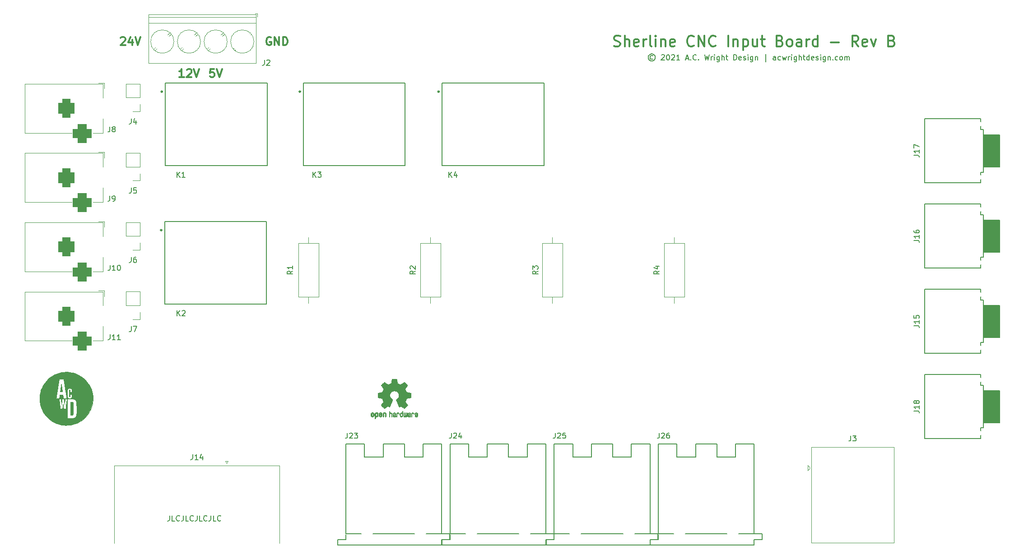
<source format=gto>
G04 #@! TF.GenerationSoftware,KiCad,Pcbnew,(6.0.1-0)*
G04 #@! TF.CreationDate,2022-02-10T20:32:19-06:00*
G04 #@! TF.ProjectId,Input Board,496e7075-7420-4426-9f61-72642e6b6963,B*
G04 #@! TF.SameCoordinates,Original*
G04 #@! TF.FileFunction,Legend,Top*
G04 #@! TF.FilePolarity,Positive*
%FSLAX46Y46*%
G04 Gerber Fmt 4.6, Leading zero omitted, Abs format (unit mm)*
G04 Created by KiCad (PCBNEW (6.0.1-0)) date 2022-02-10 20:32:19*
%MOMM*%
%LPD*%
G01*
G04 APERTURE LIST*
G04 Aperture macros list*
%AMRoundRect*
0 Rectangle with rounded corners*
0 $1 Rounding radius*
0 $2 $3 $4 $5 $6 $7 $8 $9 X,Y pos of 4 corners*
0 Add a 4 corners polygon primitive as box body*
4,1,4,$2,$3,$4,$5,$6,$7,$8,$9,$2,$3,0*
0 Add four circle primitives for the rounded corners*
1,1,$1+$1,$2,$3*
1,1,$1+$1,$4,$5*
1,1,$1+$1,$6,$7*
1,1,$1+$1,$8,$9*
0 Add four rect primitives between the rounded corners*
20,1,$1+$1,$2,$3,$4,$5,0*
20,1,$1+$1,$4,$5,$6,$7,0*
20,1,$1+$1,$6,$7,$8,$9,0*
20,1,$1+$1,$8,$9,$2,$3,0*%
G04 Aperture macros list end*
%ADD10C,0.300000*%
%ADD11C,0.150000*%
%ADD12C,0.120000*%
%ADD13C,0.127000*%
%ADD14C,0.203200*%
%ADD15C,0.010000*%
%ADD16R,2.600000X2.600000*%
%ADD17C,2.600000*%
%ADD18R,1.700000X1.700000*%
%ADD19O,1.700000X1.700000*%
%ADD20R,3.500000X3.500000*%
%ADD21RoundRect,0.750000X-0.750000X-1.000000X0.750000X-1.000000X0.750000X1.000000X-0.750000X1.000000X0*%
%ADD22RoundRect,0.875000X-0.875000X-0.875000X0.875000X-0.875000X0.875000X0.875000X-0.875000X0.875000X0*%
%ADD23C,1.200000*%
%ADD24O,2.500000X1.800000*%
%ADD25O,1.800000X2.500000*%
%ADD26C,4.000000*%
%ADD27R,1.600000X1.600000*%
%ADD28C,1.600000*%
%ADD29R,1.980000X1.980000*%
%ADD30C,1.980000*%
%ADD31C,1.935000*%
%ADD32C,2.400000*%
%ADD33O,2.400000X2.400000*%
%ADD34C,3.200000*%
%ADD35C,2.489200*%
%ADD36R,1.500000X1.500000*%
%ADD37C,1.500000*%
G04 APERTURE END LIST*
D10*
X82071428Y-52178571D02*
X81214285Y-52178571D01*
X81642857Y-52178571D02*
X81642857Y-50678571D01*
X81500000Y-50892857D01*
X81357142Y-51035714D01*
X81214285Y-51107142D01*
X82642857Y-50821428D02*
X82714285Y-50750000D01*
X82857142Y-50678571D01*
X83214285Y-50678571D01*
X83357142Y-50750000D01*
X83428571Y-50821428D01*
X83500000Y-50964285D01*
X83500000Y-51107142D01*
X83428571Y-51321428D01*
X82571428Y-52178571D01*
X83500000Y-52178571D01*
X83928571Y-50678571D02*
X84428571Y-52178571D01*
X84928571Y-50678571D01*
D11*
X79380952Y-134452380D02*
X79380952Y-135166666D01*
X79333333Y-135309523D01*
X79238095Y-135404761D01*
X79095238Y-135452380D01*
X79000000Y-135452380D01*
X80333333Y-135452380D02*
X79857142Y-135452380D01*
X79857142Y-134452380D01*
X81238095Y-135357142D02*
X81190476Y-135404761D01*
X81047619Y-135452380D01*
X80952380Y-135452380D01*
X80809523Y-135404761D01*
X80714285Y-135309523D01*
X80666666Y-135214285D01*
X80619047Y-135023809D01*
X80619047Y-134880952D01*
X80666666Y-134690476D01*
X80714285Y-134595238D01*
X80809523Y-134500000D01*
X80952380Y-134452380D01*
X81047619Y-134452380D01*
X81190476Y-134500000D01*
X81238095Y-134547619D01*
X81952380Y-134452380D02*
X81952380Y-135166666D01*
X81904761Y-135309523D01*
X81809523Y-135404761D01*
X81666666Y-135452380D01*
X81571428Y-135452380D01*
X82904761Y-135452380D02*
X82428571Y-135452380D01*
X82428571Y-134452380D01*
X83809523Y-135357142D02*
X83761904Y-135404761D01*
X83619047Y-135452380D01*
X83523809Y-135452380D01*
X83380952Y-135404761D01*
X83285714Y-135309523D01*
X83238095Y-135214285D01*
X83190476Y-135023809D01*
X83190476Y-134880952D01*
X83238095Y-134690476D01*
X83285714Y-134595238D01*
X83380952Y-134500000D01*
X83523809Y-134452380D01*
X83619047Y-134452380D01*
X83761904Y-134500000D01*
X83809523Y-134547619D01*
X84523809Y-134452380D02*
X84523809Y-135166666D01*
X84476190Y-135309523D01*
X84380952Y-135404761D01*
X84238095Y-135452380D01*
X84142857Y-135452380D01*
X85476190Y-135452380D02*
X85000000Y-135452380D01*
X85000000Y-134452380D01*
X86380952Y-135357142D02*
X86333333Y-135404761D01*
X86190476Y-135452380D01*
X86095238Y-135452380D01*
X85952380Y-135404761D01*
X85857142Y-135309523D01*
X85809523Y-135214285D01*
X85761904Y-135023809D01*
X85761904Y-134880952D01*
X85809523Y-134690476D01*
X85857142Y-134595238D01*
X85952380Y-134500000D01*
X86095238Y-134452380D01*
X86190476Y-134452380D01*
X86333333Y-134500000D01*
X86380952Y-134547619D01*
X87095238Y-134452380D02*
X87095238Y-135166666D01*
X87047619Y-135309523D01*
X86952380Y-135404761D01*
X86809523Y-135452380D01*
X86714285Y-135452380D01*
X88047619Y-135452380D02*
X87571428Y-135452380D01*
X87571428Y-134452380D01*
X88952380Y-135357142D02*
X88904761Y-135404761D01*
X88761904Y-135452380D01*
X88666666Y-135452380D01*
X88523809Y-135404761D01*
X88428571Y-135309523D01*
X88380952Y-135214285D01*
X88333333Y-135023809D01*
X88333333Y-134880952D01*
X88380952Y-134690476D01*
X88428571Y-134595238D01*
X88523809Y-134500000D01*
X88666666Y-134452380D01*
X88761904Y-134452380D01*
X88904761Y-134500000D01*
X88952380Y-134547619D01*
D10*
X87714285Y-50678571D02*
X87000000Y-50678571D01*
X86928571Y-51392857D01*
X87000000Y-51321428D01*
X87142857Y-51250000D01*
X87500000Y-51250000D01*
X87642857Y-51321428D01*
X87714285Y-51392857D01*
X87785714Y-51535714D01*
X87785714Y-51892857D01*
X87714285Y-52035714D01*
X87642857Y-52107142D01*
X87500000Y-52178571D01*
X87142857Y-52178571D01*
X87000000Y-52107142D01*
X86928571Y-52035714D01*
X88214285Y-50678571D02*
X88714285Y-52178571D01*
X89214285Y-50678571D01*
X70214285Y-44821428D02*
X70285714Y-44750000D01*
X70428571Y-44678571D01*
X70785714Y-44678571D01*
X70928571Y-44750000D01*
X71000000Y-44821428D01*
X71071428Y-44964285D01*
X71071428Y-45107142D01*
X71000000Y-45321428D01*
X70142857Y-46178571D01*
X71071428Y-46178571D01*
X72357142Y-45178571D02*
X72357142Y-46178571D01*
X72000000Y-44607142D02*
X71642857Y-45678571D01*
X72571428Y-45678571D01*
X72928571Y-44678571D02*
X73428571Y-46178571D01*
X73928571Y-44678571D01*
X98357142Y-44750000D02*
X98214285Y-44678571D01*
X98000000Y-44678571D01*
X97785714Y-44750000D01*
X97642857Y-44892857D01*
X97571428Y-45035714D01*
X97500000Y-45321428D01*
X97500000Y-45535714D01*
X97571428Y-45821428D01*
X97642857Y-45964285D01*
X97785714Y-46107142D01*
X98000000Y-46178571D01*
X98142857Y-46178571D01*
X98357142Y-46107142D01*
X98428571Y-46035714D01*
X98428571Y-45535714D01*
X98142857Y-45535714D01*
X99071428Y-46178571D02*
X99071428Y-44678571D01*
X99928571Y-46178571D01*
X99928571Y-44678571D01*
X100642857Y-46178571D02*
X100642857Y-44678571D01*
X101000000Y-44678571D01*
X101214285Y-44750000D01*
X101357142Y-44892857D01*
X101428571Y-45035714D01*
X101500000Y-45321428D01*
X101500000Y-45535714D01*
X101428571Y-45821428D01*
X101357142Y-45964285D01*
X101214285Y-46107142D01*
X101000000Y-46178571D01*
X100642857Y-46178571D01*
X162714285Y-46309523D02*
X162999999Y-46404761D01*
X163476190Y-46404761D01*
X163666666Y-46309523D01*
X163761904Y-46214285D01*
X163857142Y-46023809D01*
X163857142Y-45833333D01*
X163761904Y-45642857D01*
X163666666Y-45547619D01*
X163476190Y-45452380D01*
X163095238Y-45357142D01*
X162904761Y-45261904D01*
X162809523Y-45166666D01*
X162714285Y-44976190D01*
X162714285Y-44785714D01*
X162809523Y-44595238D01*
X162904761Y-44500000D01*
X163095238Y-44404761D01*
X163571428Y-44404761D01*
X163857142Y-44500000D01*
X164714285Y-46404761D02*
X164714285Y-44404761D01*
X165571428Y-46404761D02*
X165571428Y-45357142D01*
X165476190Y-45166666D01*
X165285714Y-45071428D01*
X164999999Y-45071428D01*
X164809523Y-45166666D01*
X164714285Y-45261904D01*
X167285714Y-46309523D02*
X167095238Y-46404761D01*
X166714285Y-46404761D01*
X166523809Y-46309523D01*
X166428571Y-46119047D01*
X166428571Y-45357142D01*
X166523809Y-45166666D01*
X166714285Y-45071428D01*
X167095238Y-45071428D01*
X167285714Y-45166666D01*
X167380952Y-45357142D01*
X167380952Y-45547619D01*
X166428571Y-45738095D01*
X168238095Y-46404761D02*
X168238095Y-45071428D01*
X168238095Y-45452380D02*
X168333333Y-45261904D01*
X168428571Y-45166666D01*
X168619047Y-45071428D01*
X168809523Y-45071428D01*
X169761904Y-46404761D02*
X169571428Y-46309523D01*
X169476190Y-46119047D01*
X169476190Y-44404761D01*
X170523809Y-46404761D02*
X170523809Y-45071428D01*
X170523809Y-44404761D02*
X170428571Y-44500000D01*
X170523809Y-44595238D01*
X170619047Y-44500000D01*
X170523809Y-44404761D01*
X170523809Y-44595238D01*
X171476190Y-45071428D02*
X171476190Y-46404761D01*
X171476190Y-45261904D02*
X171571428Y-45166666D01*
X171761904Y-45071428D01*
X172047619Y-45071428D01*
X172238095Y-45166666D01*
X172333333Y-45357142D01*
X172333333Y-46404761D01*
X174047619Y-46309523D02*
X173857142Y-46404761D01*
X173476190Y-46404761D01*
X173285714Y-46309523D01*
X173190476Y-46119047D01*
X173190476Y-45357142D01*
X173285714Y-45166666D01*
X173476190Y-45071428D01*
X173857142Y-45071428D01*
X174047619Y-45166666D01*
X174142857Y-45357142D01*
X174142857Y-45547619D01*
X173190476Y-45738095D01*
X177666666Y-46214285D02*
X177571428Y-46309523D01*
X177285714Y-46404761D01*
X177095238Y-46404761D01*
X176809523Y-46309523D01*
X176619047Y-46119047D01*
X176523809Y-45928571D01*
X176428571Y-45547619D01*
X176428571Y-45261904D01*
X176523809Y-44880952D01*
X176619047Y-44690476D01*
X176809523Y-44500000D01*
X177095238Y-44404761D01*
X177285714Y-44404761D01*
X177571428Y-44500000D01*
X177666666Y-44595238D01*
X178523809Y-46404761D02*
X178523809Y-44404761D01*
X179666666Y-46404761D01*
X179666666Y-44404761D01*
X181761904Y-46214285D02*
X181666666Y-46309523D01*
X181380952Y-46404761D01*
X181190476Y-46404761D01*
X180904761Y-46309523D01*
X180714285Y-46119047D01*
X180619047Y-45928571D01*
X180523809Y-45547619D01*
X180523809Y-45261904D01*
X180619047Y-44880952D01*
X180714285Y-44690476D01*
X180904761Y-44500000D01*
X181190476Y-44404761D01*
X181380952Y-44404761D01*
X181666666Y-44500000D01*
X181761904Y-44595238D01*
X184142857Y-46404761D02*
X184142857Y-44404761D01*
X185095238Y-45071428D02*
X185095238Y-46404761D01*
X185095238Y-45261904D02*
X185190476Y-45166666D01*
X185380952Y-45071428D01*
X185666666Y-45071428D01*
X185857142Y-45166666D01*
X185952380Y-45357142D01*
X185952380Y-46404761D01*
X186904761Y-45071428D02*
X186904761Y-47071428D01*
X186904761Y-45166666D02*
X187095238Y-45071428D01*
X187476190Y-45071428D01*
X187666666Y-45166666D01*
X187761904Y-45261904D01*
X187857142Y-45452380D01*
X187857142Y-46023809D01*
X187761904Y-46214285D01*
X187666666Y-46309523D01*
X187476190Y-46404761D01*
X187095238Y-46404761D01*
X186904761Y-46309523D01*
X189571428Y-45071428D02*
X189571428Y-46404761D01*
X188714285Y-45071428D02*
X188714285Y-46119047D01*
X188809523Y-46309523D01*
X188999999Y-46404761D01*
X189285714Y-46404761D01*
X189476190Y-46309523D01*
X189571428Y-46214285D01*
X190238095Y-45071428D02*
X190999999Y-45071428D01*
X190523809Y-44404761D02*
X190523809Y-46119047D01*
X190619047Y-46309523D01*
X190809523Y-46404761D01*
X190999999Y-46404761D01*
X193857142Y-45357142D02*
X194142857Y-45452380D01*
X194238095Y-45547619D01*
X194333333Y-45738095D01*
X194333333Y-46023809D01*
X194238095Y-46214285D01*
X194142857Y-46309523D01*
X193952380Y-46404761D01*
X193190476Y-46404761D01*
X193190476Y-44404761D01*
X193857142Y-44404761D01*
X194047619Y-44500000D01*
X194142857Y-44595238D01*
X194238095Y-44785714D01*
X194238095Y-44976190D01*
X194142857Y-45166666D01*
X194047619Y-45261904D01*
X193857142Y-45357142D01*
X193190476Y-45357142D01*
X195476190Y-46404761D02*
X195285714Y-46309523D01*
X195190476Y-46214285D01*
X195095238Y-46023809D01*
X195095238Y-45452380D01*
X195190476Y-45261904D01*
X195285714Y-45166666D01*
X195476190Y-45071428D01*
X195761904Y-45071428D01*
X195952380Y-45166666D01*
X196047619Y-45261904D01*
X196142857Y-45452380D01*
X196142857Y-46023809D01*
X196047619Y-46214285D01*
X195952380Y-46309523D01*
X195761904Y-46404761D01*
X195476190Y-46404761D01*
X197857142Y-46404761D02*
X197857142Y-45357142D01*
X197761904Y-45166666D01*
X197571428Y-45071428D01*
X197190476Y-45071428D01*
X196999999Y-45166666D01*
X197857142Y-46309523D02*
X197666666Y-46404761D01*
X197190476Y-46404761D01*
X196999999Y-46309523D01*
X196904761Y-46119047D01*
X196904761Y-45928571D01*
X196999999Y-45738095D01*
X197190476Y-45642857D01*
X197666666Y-45642857D01*
X197857142Y-45547619D01*
X198809523Y-46404761D02*
X198809523Y-45071428D01*
X198809523Y-45452380D02*
X198904761Y-45261904D01*
X198999999Y-45166666D01*
X199190476Y-45071428D01*
X199380952Y-45071428D01*
X200904761Y-46404761D02*
X200904761Y-44404761D01*
X200904761Y-46309523D02*
X200714285Y-46404761D01*
X200333333Y-46404761D01*
X200142857Y-46309523D01*
X200047619Y-46214285D01*
X199952380Y-46023809D01*
X199952380Y-45452380D01*
X200047619Y-45261904D01*
X200142857Y-45166666D01*
X200333333Y-45071428D01*
X200714285Y-45071428D01*
X200904761Y-45166666D01*
X203380952Y-45642857D02*
X204904761Y-45642857D01*
X208523809Y-46404761D02*
X207857142Y-45452380D01*
X207380952Y-46404761D02*
X207380952Y-44404761D01*
X208142857Y-44404761D01*
X208333333Y-44500000D01*
X208428571Y-44595238D01*
X208523809Y-44785714D01*
X208523809Y-45071428D01*
X208428571Y-45261904D01*
X208333333Y-45357142D01*
X208142857Y-45452380D01*
X207380952Y-45452380D01*
X210142857Y-46309523D02*
X209952380Y-46404761D01*
X209571428Y-46404761D01*
X209380952Y-46309523D01*
X209285714Y-46119047D01*
X209285714Y-45357142D01*
X209380952Y-45166666D01*
X209571428Y-45071428D01*
X209952380Y-45071428D01*
X210142857Y-45166666D01*
X210238095Y-45357142D01*
X210238095Y-45547619D01*
X209285714Y-45738095D01*
X210904761Y-45071428D02*
X211380952Y-46404761D01*
X211857142Y-45071428D01*
X214809523Y-45357142D02*
X215095238Y-45452380D01*
X215190476Y-45547619D01*
X215285714Y-45738095D01*
X215285714Y-46023809D01*
X215190476Y-46214285D01*
X215095238Y-46309523D01*
X214904761Y-46404761D01*
X214142857Y-46404761D01*
X214142857Y-44404761D01*
X214809523Y-44404761D01*
X214999999Y-44500000D01*
X215095238Y-44595238D01*
X215190476Y-44785714D01*
X215190476Y-44976190D01*
X215095238Y-45166666D01*
X214999999Y-45261904D01*
X214809523Y-45357142D01*
X214142857Y-45357142D01*
D11*
X169976190Y-48190476D02*
X169880952Y-48142857D01*
X169690476Y-48142857D01*
X169595238Y-48190476D01*
X169500000Y-48285714D01*
X169452380Y-48380952D01*
X169452380Y-48571428D01*
X169500000Y-48666666D01*
X169595238Y-48761904D01*
X169690476Y-48809523D01*
X169880952Y-48809523D01*
X169976190Y-48761904D01*
X169785714Y-47809523D02*
X169547619Y-47857142D01*
X169309523Y-48000000D01*
X169166666Y-48238095D01*
X169119047Y-48476190D01*
X169166666Y-48714285D01*
X169309523Y-48952380D01*
X169547619Y-49095238D01*
X169785714Y-49142857D01*
X170023809Y-49095238D01*
X170261904Y-48952380D01*
X170404761Y-48714285D01*
X170452380Y-48476190D01*
X170404761Y-48238095D01*
X170261904Y-48000000D01*
X170023809Y-47857142D01*
X169785714Y-47809523D01*
X171595238Y-48047619D02*
X171642857Y-48000000D01*
X171738095Y-47952380D01*
X171976190Y-47952380D01*
X172071428Y-48000000D01*
X172119047Y-48047619D01*
X172166666Y-48142857D01*
X172166666Y-48238095D01*
X172119047Y-48380952D01*
X171547619Y-48952380D01*
X172166666Y-48952380D01*
X172785714Y-47952380D02*
X172880952Y-47952380D01*
X172976190Y-48000000D01*
X173023809Y-48047619D01*
X173071428Y-48142857D01*
X173119047Y-48333333D01*
X173119047Y-48571428D01*
X173071428Y-48761904D01*
X173023809Y-48857142D01*
X172976190Y-48904761D01*
X172880952Y-48952380D01*
X172785714Y-48952380D01*
X172690476Y-48904761D01*
X172642857Y-48857142D01*
X172595238Y-48761904D01*
X172547619Y-48571428D01*
X172547619Y-48333333D01*
X172595238Y-48142857D01*
X172642857Y-48047619D01*
X172690476Y-48000000D01*
X172785714Y-47952380D01*
X173500000Y-48047619D02*
X173547619Y-48000000D01*
X173642857Y-47952380D01*
X173880952Y-47952380D01*
X173976190Y-48000000D01*
X174023809Y-48047619D01*
X174071428Y-48142857D01*
X174071428Y-48238095D01*
X174023809Y-48380952D01*
X173452380Y-48952380D01*
X174071428Y-48952380D01*
X175023809Y-48952380D02*
X174452380Y-48952380D01*
X174738095Y-48952380D02*
X174738095Y-47952380D01*
X174642857Y-48095238D01*
X174547619Y-48190476D01*
X174452380Y-48238095D01*
X176166666Y-48666666D02*
X176642857Y-48666666D01*
X176071428Y-48952380D02*
X176404761Y-47952380D01*
X176738095Y-48952380D01*
X177071428Y-48857142D02*
X177119047Y-48904761D01*
X177071428Y-48952380D01*
X177023809Y-48904761D01*
X177071428Y-48857142D01*
X177071428Y-48952380D01*
X178119047Y-48857142D02*
X178071428Y-48904761D01*
X177928571Y-48952380D01*
X177833333Y-48952380D01*
X177690476Y-48904761D01*
X177595238Y-48809523D01*
X177547619Y-48714285D01*
X177500000Y-48523809D01*
X177500000Y-48380952D01*
X177547619Y-48190476D01*
X177595238Y-48095238D01*
X177690476Y-48000000D01*
X177833333Y-47952380D01*
X177928571Y-47952380D01*
X178071428Y-48000000D01*
X178119047Y-48047619D01*
X178547619Y-48857142D02*
X178595238Y-48904761D01*
X178547619Y-48952380D01*
X178500000Y-48904761D01*
X178547619Y-48857142D01*
X178547619Y-48952380D01*
X179690476Y-47952380D02*
X179928571Y-48952380D01*
X180119047Y-48238095D01*
X180309523Y-48952380D01*
X180547619Y-47952380D01*
X180928571Y-48952380D02*
X180928571Y-48285714D01*
X180928571Y-48476190D02*
X180976190Y-48380952D01*
X181023809Y-48333333D01*
X181119047Y-48285714D01*
X181214285Y-48285714D01*
X181547619Y-48952380D02*
X181547619Y-48285714D01*
X181547619Y-47952380D02*
X181500000Y-48000000D01*
X181547619Y-48047619D01*
X181595238Y-48000000D01*
X181547619Y-47952380D01*
X181547619Y-48047619D01*
X182452380Y-48285714D02*
X182452380Y-49095238D01*
X182404761Y-49190476D01*
X182357142Y-49238095D01*
X182261904Y-49285714D01*
X182119047Y-49285714D01*
X182023809Y-49238095D01*
X182452380Y-48904761D02*
X182357142Y-48952380D01*
X182166666Y-48952380D01*
X182071428Y-48904761D01*
X182023809Y-48857142D01*
X181976190Y-48761904D01*
X181976190Y-48476190D01*
X182023809Y-48380952D01*
X182071428Y-48333333D01*
X182166666Y-48285714D01*
X182357142Y-48285714D01*
X182452380Y-48333333D01*
X182928571Y-48952380D02*
X182928571Y-47952380D01*
X183357142Y-48952380D02*
X183357142Y-48428571D01*
X183309523Y-48333333D01*
X183214285Y-48285714D01*
X183071428Y-48285714D01*
X182976190Y-48333333D01*
X182928571Y-48380952D01*
X183690476Y-48285714D02*
X184071428Y-48285714D01*
X183833333Y-47952380D02*
X183833333Y-48809523D01*
X183880952Y-48904761D01*
X183976190Y-48952380D01*
X184071428Y-48952380D01*
X185166666Y-48952380D02*
X185166666Y-47952380D01*
X185404761Y-47952380D01*
X185547619Y-48000000D01*
X185642857Y-48095238D01*
X185690476Y-48190476D01*
X185738095Y-48380952D01*
X185738095Y-48523809D01*
X185690476Y-48714285D01*
X185642857Y-48809523D01*
X185547619Y-48904761D01*
X185404761Y-48952380D01*
X185166666Y-48952380D01*
X186547619Y-48904761D02*
X186452380Y-48952380D01*
X186261904Y-48952380D01*
X186166666Y-48904761D01*
X186119047Y-48809523D01*
X186119047Y-48428571D01*
X186166666Y-48333333D01*
X186261904Y-48285714D01*
X186452380Y-48285714D01*
X186547619Y-48333333D01*
X186595238Y-48428571D01*
X186595238Y-48523809D01*
X186119047Y-48619047D01*
X186976190Y-48904761D02*
X187071428Y-48952380D01*
X187261904Y-48952380D01*
X187357142Y-48904761D01*
X187404761Y-48809523D01*
X187404761Y-48761904D01*
X187357142Y-48666666D01*
X187261904Y-48619047D01*
X187119047Y-48619047D01*
X187023809Y-48571428D01*
X186976190Y-48476190D01*
X186976190Y-48428571D01*
X187023809Y-48333333D01*
X187119047Y-48285714D01*
X187261904Y-48285714D01*
X187357142Y-48333333D01*
X187833333Y-48952380D02*
X187833333Y-48285714D01*
X187833333Y-47952380D02*
X187785714Y-48000000D01*
X187833333Y-48047619D01*
X187880952Y-48000000D01*
X187833333Y-47952380D01*
X187833333Y-48047619D01*
X188738095Y-48285714D02*
X188738095Y-49095238D01*
X188690476Y-49190476D01*
X188642857Y-49238095D01*
X188547619Y-49285714D01*
X188404761Y-49285714D01*
X188309523Y-49238095D01*
X188738095Y-48904761D02*
X188642857Y-48952380D01*
X188452380Y-48952380D01*
X188357142Y-48904761D01*
X188309523Y-48857142D01*
X188261904Y-48761904D01*
X188261904Y-48476190D01*
X188309523Y-48380952D01*
X188357142Y-48333333D01*
X188452380Y-48285714D01*
X188642857Y-48285714D01*
X188738095Y-48333333D01*
X189214285Y-48285714D02*
X189214285Y-48952380D01*
X189214285Y-48380952D02*
X189261904Y-48333333D01*
X189357142Y-48285714D01*
X189500000Y-48285714D01*
X189595238Y-48333333D01*
X189642857Y-48428571D01*
X189642857Y-48952380D01*
X191119047Y-49285714D02*
X191119047Y-47857142D01*
X193023809Y-48952380D02*
X193023809Y-48428571D01*
X192976190Y-48333333D01*
X192880952Y-48285714D01*
X192690476Y-48285714D01*
X192595238Y-48333333D01*
X193023809Y-48904761D02*
X192928571Y-48952380D01*
X192690476Y-48952380D01*
X192595238Y-48904761D01*
X192547619Y-48809523D01*
X192547619Y-48714285D01*
X192595238Y-48619047D01*
X192690476Y-48571428D01*
X192928571Y-48571428D01*
X193023809Y-48523809D01*
X193928571Y-48904761D02*
X193833333Y-48952380D01*
X193642857Y-48952380D01*
X193547619Y-48904761D01*
X193500000Y-48857142D01*
X193452380Y-48761904D01*
X193452380Y-48476190D01*
X193500000Y-48380952D01*
X193547619Y-48333333D01*
X193642857Y-48285714D01*
X193833333Y-48285714D01*
X193928571Y-48333333D01*
X194261904Y-48285714D02*
X194452380Y-48952380D01*
X194642857Y-48476190D01*
X194833333Y-48952380D01*
X195023809Y-48285714D01*
X195404761Y-48952380D02*
X195404761Y-48285714D01*
X195404761Y-48476190D02*
X195452380Y-48380952D01*
X195500000Y-48333333D01*
X195595238Y-48285714D01*
X195690476Y-48285714D01*
X196023809Y-48952380D02*
X196023809Y-48285714D01*
X196023809Y-47952380D02*
X195976190Y-48000000D01*
X196023809Y-48047619D01*
X196071428Y-48000000D01*
X196023809Y-47952380D01*
X196023809Y-48047619D01*
X196928571Y-48285714D02*
X196928571Y-49095238D01*
X196880952Y-49190476D01*
X196833333Y-49238095D01*
X196738095Y-49285714D01*
X196595238Y-49285714D01*
X196500000Y-49238095D01*
X196928571Y-48904761D02*
X196833333Y-48952380D01*
X196642857Y-48952380D01*
X196547619Y-48904761D01*
X196500000Y-48857142D01*
X196452380Y-48761904D01*
X196452380Y-48476190D01*
X196500000Y-48380952D01*
X196547619Y-48333333D01*
X196642857Y-48285714D01*
X196833333Y-48285714D01*
X196928571Y-48333333D01*
X197404761Y-48952380D02*
X197404761Y-47952380D01*
X197833333Y-48952380D02*
X197833333Y-48428571D01*
X197785714Y-48333333D01*
X197690476Y-48285714D01*
X197547619Y-48285714D01*
X197452380Y-48333333D01*
X197404761Y-48380952D01*
X198166666Y-48285714D02*
X198547619Y-48285714D01*
X198309523Y-47952380D02*
X198309523Y-48809523D01*
X198357142Y-48904761D01*
X198452380Y-48952380D01*
X198547619Y-48952380D01*
X199309523Y-48952380D02*
X199309523Y-47952380D01*
X199309523Y-48904761D02*
X199214285Y-48952380D01*
X199023809Y-48952380D01*
X198928571Y-48904761D01*
X198880952Y-48857142D01*
X198833333Y-48761904D01*
X198833333Y-48476190D01*
X198880952Y-48380952D01*
X198928571Y-48333333D01*
X199023809Y-48285714D01*
X199214285Y-48285714D01*
X199309523Y-48333333D01*
X200166666Y-48904761D02*
X200071428Y-48952380D01*
X199880952Y-48952380D01*
X199785714Y-48904761D01*
X199738095Y-48809523D01*
X199738095Y-48428571D01*
X199785714Y-48333333D01*
X199880952Y-48285714D01*
X200071428Y-48285714D01*
X200166666Y-48333333D01*
X200214285Y-48428571D01*
X200214285Y-48523809D01*
X199738095Y-48619047D01*
X200595238Y-48904761D02*
X200690476Y-48952380D01*
X200880952Y-48952380D01*
X200976190Y-48904761D01*
X201023809Y-48809523D01*
X201023809Y-48761904D01*
X200976190Y-48666666D01*
X200880952Y-48619047D01*
X200738095Y-48619047D01*
X200642857Y-48571428D01*
X200595238Y-48476190D01*
X200595238Y-48428571D01*
X200642857Y-48333333D01*
X200738095Y-48285714D01*
X200880952Y-48285714D01*
X200976190Y-48333333D01*
X201452380Y-48952380D02*
X201452380Y-48285714D01*
X201452380Y-47952380D02*
X201404761Y-48000000D01*
X201452380Y-48047619D01*
X201500000Y-48000000D01*
X201452380Y-47952380D01*
X201452380Y-48047619D01*
X202357142Y-48285714D02*
X202357142Y-49095238D01*
X202309523Y-49190476D01*
X202261904Y-49238095D01*
X202166666Y-49285714D01*
X202023809Y-49285714D01*
X201928571Y-49238095D01*
X202357142Y-48904761D02*
X202261904Y-48952380D01*
X202071428Y-48952380D01*
X201976190Y-48904761D01*
X201928571Y-48857142D01*
X201880952Y-48761904D01*
X201880952Y-48476190D01*
X201928571Y-48380952D01*
X201976190Y-48333333D01*
X202071428Y-48285714D01*
X202261904Y-48285714D01*
X202357142Y-48333333D01*
X202833333Y-48285714D02*
X202833333Y-48952380D01*
X202833333Y-48380952D02*
X202880952Y-48333333D01*
X202976190Y-48285714D01*
X203119047Y-48285714D01*
X203214285Y-48333333D01*
X203261904Y-48428571D01*
X203261904Y-48952380D01*
X203738095Y-48857142D02*
X203785714Y-48904761D01*
X203738095Y-48952380D01*
X203690476Y-48904761D01*
X203738095Y-48857142D01*
X203738095Y-48952380D01*
X204642857Y-48904761D02*
X204547619Y-48952380D01*
X204357142Y-48952380D01*
X204261904Y-48904761D01*
X204214285Y-48857142D01*
X204166666Y-48761904D01*
X204166666Y-48476190D01*
X204214285Y-48380952D01*
X204261904Y-48333333D01*
X204357142Y-48285714D01*
X204547619Y-48285714D01*
X204642857Y-48333333D01*
X205214285Y-48952380D02*
X205119047Y-48904761D01*
X205071428Y-48857142D01*
X205023809Y-48761904D01*
X205023809Y-48476190D01*
X205071428Y-48380952D01*
X205119047Y-48333333D01*
X205214285Y-48285714D01*
X205357142Y-48285714D01*
X205452380Y-48333333D01*
X205500000Y-48380952D01*
X205547619Y-48476190D01*
X205547619Y-48761904D01*
X205500000Y-48857142D01*
X205452380Y-48904761D01*
X205357142Y-48952380D01*
X205214285Y-48952380D01*
X205976190Y-48952380D02*
X205976190Y-48285714D01*
X205976190Y-48380952D02*
X206023809Y-48333333D01*
X206119047Y-48285714D01*
X206261904Y-48285714D01*
X206357142Y-48333333D01*
X206404761Y-48428571D01*
X206404761Y-48952380D01*
X206404761Y-48428571D02*
X206452380Y-48333333D01*
X206547619Y-48285714D01*
X206690476Y-48285714D01*
X206785714Y-48333333D01*
X206833333Y-48428571D01*
X206833333Y-48952380D01*
X97166666Y-48952380D02*
X97166666Y-49666666D01*
X97119047Y-49809523D01*
X97023809Y-49904761D01*
X96880952Y-49952380D01*
X96785714Y-49952380D01*
X97595238Y-49047619D02*
X97642857Y-49000000D01*
X97738095Y-48952380D01*
X97976190Y-48952380D01*
X98071428Y-49000000D01*
X98119047Y-49047619D01*
X98166666Y-49142857D01*
X98166666Y-49238095D01*
X98119047Y-49380952D01*
X97547619Y-49952380D01*
X98166666Y-49952380D01*
X72166666Y-72952380D02*
X72166666Y-73666666D01*
X72119047Y-73809523D01*
X72023809Y-73904761D01*
X71880952Y-73952380D01*
X71785714Y-73952380D01*
X73119047Y-72952380D02*
X72642857Y-72952380D01*
X72595238Y-73428571D01*
X72642857Y-73380952D01*
X72738095Y-73333333D01*
X72976190Y-73333333D01*
X73071428Y-73380952D01*
X73119047Y-73428571D01*
X73166666Y-73523809D01*
X73166666Y-73761904D01*
X73119047Y-73857142D01*
X73071428Y-73904761D01*
X72976190Y-73952380D01*
X72738095Y-73952380D01*
X72642857Y-73904761D01*
X72595238Y-73857142D01*
X68166666Y-61452380D02*
X68166666Y-62166666D01*
X68119047Y-62309523D01*
X68023809Y-62404761D01*
X67880952Y-62452380D01*
X67785714Y-62452380D01*
X68785714Y-61880952D02*
X68690476Y-61833333D01*
X68642857Y-61785714D01*
X68595238Y-61690476D01*
X68595238Y-61642857D01*
X68642857Y-61547619D01*
X68690476Y-61500000D01*
X68785714Y-61452380D01*
X68976190Y-61452380D01*
X69071428Y-61500000D01*
X69119047Y-61547619D01*
X69166666Y-61642857D01*
X69166666Y-61690476D01*
X69119047Y-61785714D01*
X69071428Y-61833333D01*
X68976190Y-61880952D01*
X68785714Y-61880952D01*
X68690476Y-61928571D01*
X68642857Y-61976190D01*
X68595238Y-62071428D01*
X68595238Y-62261904D01*
X68642857Y-62357142D01*
X68690476Y-62404761D01*
X68785714Y-62452380D01*
X68976190Y-62452380D01*
X69071428Y-62404761D01*
X69119047Y-62357142D01*
X69166666Y-62261904D01*
X69166666Y-62071428D01*
X69119047Y-61976190D01*
X69071428Y-61928571D01*
X68976190Y-61880952D01*
X218952380Y-114809523D02*
X219666666Y-114809523D01*
X219809523Y-114857142D01*
X219904761Y-114952380D01*
X219952380Y-115095238D01*
X219952380Y-115190476D01*
X219952380Y-113809523D02*
X219952380Y-114380952D01*
X219952380Y-114095238D02*
X218952380Y-114095238D01*
X219095238Y-114190476D01*
X219190476Y-114285714D01*
X219238095Y-114380952D01*
X219380952Y-113238095D02*
X219333333Y-113333333D01*
X219285714Y-113380952D01*
X219190476Y-113428571D01*
X219142857Y-113428571D01*
X219047619Y-113380952D01*
X219000000Y-113333333D01*
X218952380Y-113238095D01*
X218952380Y-113047619D01*
X219000000Y-112952380D01*
X219047619Y-112904761D01*
X219142857Y-112857142D01*
X219190476Y-112857142D01*
X219285714Y-112904761D01*
X219333333Y-112952380D01*
X219380952Y-113047619D01*
X219380952Y-113238095D01*
X219428571Y-113333333D01*
X219476190Y-113380952D01*
X219571428Y-113428571D01*
X219761904Y-113428571D01*
X219857142Y-113380952D01*
X219904761Y-113333333D01*
X219952380Y-113238095D01*
X219952380Y-113047619D01*
X219904761Y-112952380D01*
X219857142Y-112904761D01*
X219761904Y-112857142D01*
X219571428Y-112857142D01*
X219476190Y-112904761D01*
X219428571Y-112952380D01*
X219380952Y-113047619D01*
X72166666Y-59952380D02*
X72166666Y-60666666D01*
X72119047Y-60809523D01*
X72023809Y-60904761D01*
X71880952Y-60952380D01*
X71785714Y-60952380D01*
X73071428Y-60285714D02*
X73071428Y-60952380D01*
X72833333Y-59904761D02*
X72595238Y-60619047D01*
X73214285Y-60619047D01*
X83700476Y-122952380D02*
X83700476Y-123666666D01*
X83652857Y-123809523D01*
X83557619Y-123904761D01*
X83414761Y-123952380D01*
X83319523Y-123952380D01*
X84700476Y-123952380D02*
X84129047Y-123952380D01*
X84414761Y-123952380D02*
X84414761Y-122952380D01*
X84319523Y-123095238D01*
X84224285Y-123190476D01*
X84129047Y-123238095D01*
X85557619Y-123285714D02*
X85557619Y-123952380D01*
X85319523Y-122904761D02*
X85081428Y-123619047D01*
X85700476Y-123619047D01*
X72166666Y-98952380D02*
X72166666Y-99666666D01*
X72119047Y-99809523D01*
X72023809Y-99904761D01*
X71880952Y-99952380D01*
X71785714Y-99952380D01*
X72547619Y-98952380D02*
X73214285Y-98952380D01*
X72785714Y-99952380D01*
X68190476Y-100452380D02*
X68190476Y-101166666D01*
X68142857Y-101309523D01*
X68047619Y-101404761D01*
X67904761Y-101452380D01*
X67809523Y-101452380D01*
X69190476Y-101452380D02*
X68619047Y-101452380D01*
X68904761Y-101452380D02*
X68904761Y-100452380D01*
X68809523Y-100595238D01*
X68714285Y-100690476D01*
X68619047Y-100738095D01*
X70142857Y-101452380D02*
X69571428Y-101452380D01*
X69857142Y-101452380D02*
X69857142Y-100452380D01*
X69761904Y-100595238D01*
X69666666Y-100690476D01*
X69571428Y-100738095D01*
X106261835Y-70952423D02*
X106261835Y-69952329D01*
X106833317Y-70952423D02*
X106404705Y-70380941D01*
X106833317Y-69952329D02*
X106261835Y-70523811D01*
X107166682Y-69952329D02*
X107785788Y-69952329D01*
X107452423Y-70333317D01*
X107595294Y-70333317D01*
X107690541Y-70380941D01*
X107738164Y-70428564D01*
X107785788Y-70523811D01*
X107785788Y-70761929D01*
X107738164Y-70857176D01*
X107690541Y-70904799D01*
X107595294Y-70952423D01*
X107309552Y-70952423D01*
X107214305Y-70904799D01*
X107166682Y-70857176D01*
X68166666Y-74452380D02*
X68166666Y-75166666D01*
X68119047Y-75309523D01*
X68023809Y-75404761D01*
X67880952Y-75452380D01*
X67785714Y-75452380D01*
X68690476Y-75452380D02*
X68880952Y-75452380D01*
X68976190Y-75404761D01*
X69023809Y-75357142D01*
X69119047Y-75214285D01*
X69166666Y-75023809D01*
X69166666Y-74642857D01*
X69119047Y-74547619D01*
X69071428Y-74500000D01*
X68976190Y-74452380D01*
X68785714Y-74452380D01*
X68690476Y-74500000D01*
X68642857Y-74547619D01*
X68595238Y-74642857D01*
X68595238Y-74880952D01*
X68642857Y-74976190D01*
X68690476Y-75023809D01*
X68785714Y-75071428D01*
X68976190Y-75071428D01*
X69071428Y-75023809D01*
X69119047Y-74976190D01*
X69166666Y-74880952D01*
X125452380Y-88546666D02*
X124976190Y-88880000D01*
X125452380Y-89118095D02*
X124452380Y-89118095D01*
X124452380Y-88737142D01*
X124500000Y-88641904D01*
X124547619Y-88594285D01*
X124642857Y-88546666D01*
X124785714Y-88546666D01*
X124880952Y-88594285D01*
X124928571Y-88641904D01*
X124976190Y-88737142D01*
X124976190Y-89118095D01*
X124547619Y-88165714D02*
X124500000Y-88118095D01*
X124452380Y-88022857D01*
X124452380Y-87784761D01*
X124500000Y-87689523D01*
X124547619Y-87641904D01*
X124642857Y-87594285D01*
X124738095Y-87594285D01*
X124880952Y-87641904D01*
X125452380Y-88213333D01*
X125452380Y-87594285D01*
X72166666Y-85952380D02*
X72166666Y-86666666D01*
X72119047Y-86809523D01*
X72023809Y-86904761D01*
X71880952Y-86952380D01*
X71785714Y-86952380D01*
X73071428Y-85952380D02*
X72880952Y-85952380D01*
X72785714Y-86000000D01*
X72738095Y-86047619D01*
X72642857Y-86190476D01*
X72595238Y-86380952D01*
X72595238Y-86761904D01*
X72642857Y-86857142D01*
X72690476Y-86904761D01*
X72785714Y-86952380D01*
X72976190Y-86952380D01*
X73071428Y-86904761D01*
X73119047Y-86857142D01*
X73166666Y-86761904D01*
X73166666Y-86523809D01*
X73119047Y-86428571D01*
X73071428Y-86380952D01*
X72976190Y-86333333D01*
X72785714Y-86333333D01*
X72690476Y-86380952D01*
X72642857Y-86428571D01*
X72595238Y-86523809D01*
X102452380Y-88546666D02*
X101976190Y-88880000D01*
X102452380Y-89118095D02*
X101452380Y-89118095D01*
X101452380Y-88737142D01*
X101500000Y-88641904D01*
X101547619Y-88594285D01*
X101642857Y-88546666D01*
X101785714Y-88546666D01*
X101880952Y-88594285D01*
X101928571Y-88641904D01*
X101976190Y-88737142D01*
X101976190Y-89118095D01*
X102452380Y-87594285D02*
X102452380Y-88165714D01*
X102452380Y-87880000D02*
X101452380Y-87880000D01*
X101595238Y-87975238D01*
X101690476Y-88070476D01*
X101738095Y-88165714D01*
X80736205Y-70952423D02*
X80736205Y-69952329D01*
X81307687Y-70952423D02*
X80879075Y-70380941D01*
X81307687Y-69952329D02*
X80736205Y-70523811D01*
X82260158Y-70952423D02*
X81688675Y-70952423D01*
X81974417Y-70952423D02*
X81974417Y-69952329D01*
X81879169Y-70095200D01*
X81783922Y-70190447D01*
X81688675Y-70238070D01*
X218952380Y-82809523D02*
X219666666Y-82809523D01*
X219809523Y-82857142D01*
X219904761Y-82952380D01*
X219952380Y-83095238D01*
X219952380Y-83190476D01*
X219952380Y-81809523D02*
X219952380Y-82380952D01*
X219952380Y-82095238D02*
X218952380Y-82095238D01*
X219095238Y-82190476D01*
X219190476Y-82285714D01*
X219238095Y-82380952D01*
X218952380Y-80952380D02*
X218952380Y-81142857D01*
X219000000Y-81238095D01*
X219047619Y-81285714D01*
X219190476Y-81380952D01*
X219380952Y-81428571D01*
X219761904Y-81428571D01*
X219857142Y-81380952D01*
X219904761Y-81333333D01*
X219952380Y-81238095D01*
X219952380Y-81047619D01*
X219904761Y-80952380D01*
X219857142Y-80904761D01*
X219761904Y-80857142D01*
X219523809Y-80857142D01*
X219428571Y-80904761D01*
X219380952Y-80952380D01*
X219333333Y-81047619D01*
X219333333Y-81238095D01*
X219380952Y-81333333D01*
X219428571Y-81380952D01*
X219523809Y-81428571D01*
X112690476Y-118952380D02*
X112690476Y-119666666D01*
X112642857Y-119809523D01*
X112547619Y-119904761D01*
X112404761Y-119952380D01*
X112309523Y-119952380D01*
X113119047Y-119047619D02*
X113166666Y-119000000D01*
X113261904Y-118952380D01*
X113500000Y-118952380D01*
X113595238Y-119000000D01*
X113642857Y-119047619D01*
X113690476Y-119142857D01*
X113690476Y-119238095D01*
X113642857Y-119380952D01*
X113071428Y-119952380D01*
X113690476Y-119952380D01*
X114023809Y-118952380D02*
X114642857Y-118952380D01*
X114309523Y-119333333D01*
X114452380Y-119333333D01*
X114547619Y-119380952D01*
X114595238Y-119428571D01*
X114642857Y-119523809D01*
X114642857Y-119761904D01*
X114595238Y-119857142D01*
X114547619Y-119904761D01*
X114452380Y-119952380D01*
X114166666Y-119952380D01*
X114071428Y-119904761D01*
X114023809Y-119857142D01*
X151690476Y-118952380D02*
X151690476Y-119666666D01*
X151642857Y-119809523D01*
X151547619Y-119904761D01*
X151404761Y-119952380D01*
X151309523Y-119952380D01*
X152119047Y-119047619D02*
X152166666Y-119000000D01*
X152261904Y-118952380D01*
X152500000Y-118952380D01*
X152595238Y-119000000D01*
X152642857Y-119047619D01*
X152690476Y-119142857D01*
X152690476Y-119238095D01*
X152642857Y-119380952D01*
X152071428Y-119952380D01*
X152690476Y-119952380D01*
X153595238Y-118952380D02*
X153119047Y-118952380D01*
X153071428Y-119428571D01*
X153119047Y-119380952D01*
X153214285Y-119333333D01*
X153452380Y-119333333D01*
X153547619Y-119380952D01*
X153595238Y-119428571D01*
X153642857Y-119523809D01*
X153642857Y-119761904D01*
X153595238Y-119857142D01*
X153547619Y-119904761D01*
X153452380Y-119952380D01*
X153214285Y-119952380D01*
X153119047Y-119904761D01*
X153071428Y-119857142D01*
X80761835Y-96952423D02*
X80761835Y-95952329D01*
X81333317Y-96952423D02*
X80904705Y-96380941D01*
X81333317Y-95952329D02*
X80761835Y-96523811D01*
X81714305Y-96047576D02*
X81761929Y-95999953D01*
X81857176Y-95952329D01*
X82095294Y-95952329D01*
X82190541Y-95999953D01*
X82238164Y-96047576D01*
X82285788Y-96142823D01*
X82285788Y-96238070D01*
X82238164Y-96380941D01*
X81666682Y-96952423D01*
X82285788Y-96952423D01*
X218952380Y-98809523D02*
X219666666Y-98809523D01*
X219809523Y-98857142D01*
X219904761Y-98952380D01*
X219952380Y-99095238D01*
X219952380Y-99190476D01*
X219952380Y-97809523D02*
X219952380Y-98380952D01*
X219952380Y-98095238D02*
X218952380Y-98095238D01*
X219095238Y-98190476D01*
X219190476Y-98285714D01*
X219238095Y-98380952D01*
X218952380Y-96904761D02*
X218952380Y-97380952D01*
X219428571Y-97428571D01*
X219380952Y-97380952D01*
X219333333Y-97285714D01*
X219333333Y-97047619D01*
X219380952Y-96952380D01*
X219428571Y-96904761D01*
X219523809Y-96857142D01*
X219761904Y-96857142D01*
X219857142Y-96904761D01*
X219904761Y-96952380D01*
X219952380Y-97047619D01*
X219952380Y-97285714D01*
X219904761Y-97380952D01*
X219857142Y-97428571D01*
X218952380Y-66809523D02*
X219666666Y-66809523D01*
X219809523Y-66857142D01*
X219904761Y-66952380D01*
X219952380Y-67095238D01*
X219952380Y-67190476D01*
X219952380Y-65809523D02*
X219952380Y-66380952D01*
X219952380Y-66095238D02*
X218952380Y-66095238D01*
X219095238Y-66190476D01*
X219190476Y-66285714D01*
X219238095Y-66380952D01*
X218952380Y-65476190D02*
X218952380Y-64809523D01*
X219952380Y-65238095D01*
X68190476Y-87452380D02*
X68190476Y-88166666D01*
X68142857Y-88309523D01*
X68047619Y-88404761D01*
X67904761Y-88452380D01*
X67809523Y-88452380D01*
X69190476Y-88452380D02*
X68619047Y-88452380D01*
X68904761Y-88452380D02*
X68904761Y-87452380D01*
X68809523Y-87595238D01*
X68714285Y-87690476D01*
X68619047Y-87738095D01*
X69809523Y-87452380D02*
X69904761Y-87452380D01*
X70000000Y-87500000D01*
X70047619Y-87547619D01*
X70095238Y-87642857D01*
X70142857Y-87833333D01*
X70142857Y-88071428D01*
X70095238Y-88261904D01*
X70047619Y-88357142D01*
X70000000Y-88404761D01*
X69904761Y-88452380D01*
X69809523Y-88452380D01*
X69714285Y-88404761D01*
X69666666Y-88357142D01*
X69619047Y-88261904D01*
X69571428Y-88071428D01*
X69571428Y-87833333D01*
X69619047Y-87642857D01*
X69666666Y-87547619D01*
X69714285Y-87500000D01*
X69809523Y-87452380D01*
X207111666Y-119452380D02*
X207111666Y-120166666D01*
X207064047Y-120309523D01*
X206968809Y-120404761D01*
X206825952Y-120452380D01*
X206730714Y-120452380D01*
X207492619Y-119452380D02*
X208111666Y-119452380D01*
X207778333Y-119833333D01*
X207921190Y-119833333D01*
X208016428Y-119880952D01*
X208064047Y-119928571D01*
X208111666Y-120023809D01*
X208111666Y-120261904D01*
X208064047Y-120357142D01*
X208016428Y-120404761D01*
X207921190Y-120452380D01*
X207635476Y-120452380D01*
X207540238Y-120404761D01*
X207492619Y-120357142D01*
X171202380Y-88546666D02*
X170726190Y-88880000D01*
X171202380Y-89118095D02*
X170202380Y-89118095D01*
X170202380Y-88737142D01*
X170250000Y-88641904D01*
X170297619Y-88594285D01*
X170392857Y-88546666D01*
X170535714Y-88546666D01*
X170630952Y-88594285D01*
X170678571Y-88641904D01*
X170726190Y-88737142D01*
X170726190Y-89118095D01*
X170535714Y-87689523D02*
X171202380Y-87689523D01*
X170154761Y-87927619D02*
X170869047Y-88165714D01*
X170869047Y-87546666D01*
X132190476Y-118952380D02*
X132190476Y-119666666D01*
X132142857Y-119809523D01*
X132047619Y-119904761D01*
X131904761Y-119952380D01*
X131809523Y-119952380D01*
X132619047Y-119047619D02*
X132666666Y-119000000D01*
X132761904Y-118952380D01*
X133000000Y-118952380D01*
X133095238Y-119000000D01*
X133142857Y-119047619D01*
X133190476Y-119142857D01*
X133190476Y-119238095D01*
X133142857Y-119380952D01*
X132571428Y-119952380D01*
X133190476Y-119952380D01*
X134047619Y-119285714D02*
X134047619Y-119952380D01*
X133809523Y-118904761D02*
X133571428Y-119619047D01*
X134190476Y-119619047D01*
X148452380Y-88546666D02*
X147976190Y-88880000D01*
X148452380Y-89118095D02*
X147452380Y-89118095D01*
X147452380Y-88737142D01*
X147500000Y-88641904D01*
X147547619Y-88594285D01*
X147642857Y-88546666D01*
X147785714Y-88546666D01*
X147880952Y-88594285D01*
X147928571Y-88641904D01*
X147976190Y-88737142D01*
X147976190Y-89118095D01*
X147452380Y-88213333D02*
X147452380Y-87594285D01*
X147833333Y-87927619D01*
X147833333Y-87784761D01*
X147880952Y-87689523D01*
X147928571Y-87641904D01*
X148023809Y-87594285D01*
X148261904Y-87594285D01*
X148357142Y-87641904D01*
X148404761Y-87689523D01*
X148452380Y-87784761D01*
X148452380Y-88070476D01*
X148404761Y-88165714D01*
X148357142Y-88213333D01*
X171190476Y-118952380D02*
X171190476Y-119666666D01*
X171142857Y-119809523D01*
X171047619Y-119904761D01*
X170904761Y-119952380D01*
X170809523Y-119952380D01*
X171619047Y-119047619D02*
X171666666Y-119000000D01*
X171761904Y-118952380D01*
X172000000Y-118952380D01*
X172095238Y-119000000D01*
X172142857Y-119047619D01*
X172190476Y-119142857D01*
X172190476Y-119238095D01*
X172142857Y-119380952D01*
X171571428Y-119952380D01*
X172190476Y-119952380D01*
X173047619Y-118952380D02*
X172857142Y-118952380D01*
X172761904Y-119000000D01*
X172714285Y-119047619D01*
X172619047Y-119190476D01*
X172571428Y-119380952D01*
X172571428Y-119761904D01*
X172619047Y-119857142D01*
X172666666Y-119904761D01*
X172761904Y-119952380D01*
X172952380Y-119952380D01*
X173047619Y-119904761D01*
X173095238Y-119857142D01*
X173142857Y-119761904D01*
X173142857Y-119523809D01*
X173095238Y-119428571D01*
X173047619Y-119380952D01*
X172952380Y-119333333D01*
X172761904Y-119333333D01*
X172666666Y-119380952D01*
X172619047Y-119428571D01*
X172571428Y-119523809D01*
X131761835Y-70952423D02*
X131761835Y-69952329D01*
X132333317Y-70952423D02*
X131904705Y-70380941D01*
X132333317Y-69952329D02*
X131761835Y-70523811D01*
X133190541Y-70285694D02*
X133190541Y-70952423D01*
X132952423Y-69904705D02*
X132714305Y-70619058D01*
X133333411Y-70619058D01*
D12*
X81612000Y-47154000D02*
X81992000Y-46774000D01*
X81346000Y-46888000D02*
X81741000Y-46492000D01*
X76612000Y-47154000D02*
X76992000Y-46774000D01*
X94548000Y-44219000D02*
X94654000Y-44112000D01*
X76346000Y-46888000D02*
X76741000Y-46492000D01*
X86612000Y-47154000D02*
X86992000Y-46774000D01*
X94282000Y-43953000D02*
X94388000Y-43846000D01*
X89258000Y-44508000D02*
X89653000Y-44112000D01*
X91346000Y-46888000D02*
X91453000Y-46781000D01*
X75439000Y-49560000D02*
X75439000Y-40440000D01*
X84007000Y-44226000D02*
X84387000Y-43846000D01*
X84258000Y-44508000D02*
X84653000Y-44112000D01*
X95560000Y-40900000D02*
X75439000Y-40900000D01*
X95800000Y-40840000D02*
X95800000Y-40200000D01*
X86346000Y-46888000D02*
X86741000Y-46492000D01*
X79007000Y-44226000D02*
X79387000Y-43846000D01*
X95560000Y-49560000D02*
X95560000Y-40440000D01*
X95560000Y-42000000D02*
X75439000Y-42000000D01*
X79258000Y-44508000D02*
X79653000Y-44112000D01*
X95800000Y-40200000D02*
X95400000Y-40200000D01*
X95560000Y-40440000D02*
X75439000Y-40440000D01*
X89007000Y-44226000D02*
X89387000Y-43846000D01*
X95560000Y-49560000D02*
X75439000Y-49560000D01*
X91612000Y-47154000D02*
X91719000Y-47047000D01*
X80180000Y-45500000D02*
G75*
G03*
X80180000Y-45500000I-2180000J0D01*
G01*
X95180000Y-45500000D02*
G75*
G03*
X95180000Y-45500000I-2180000J0D01*
G01*
X90180000Y-45500000D02*
G75*
G03*
X90180000Y-45500000I-2180000J0D01*
G01*
X85180000Y-45500000D02*
G75*
G03*
X85180000Y-45500000I-2180000J0D01*
G01*
X71170000Y-69005000D02*
X71170000Y-66405000D01*
X73830000Y-69005000D02*
X71170000Y-69005000D01*
X73830000Y-71605000D02*
X72500000Y-71605000D01*
X73830000Y-70275000D02*
X73830000Y-71605000D01*
X73830000Y-66405000D02*
X71170000Y-66405000D01*
X73830000Y-69005000D02*
X73830000Y-66405000D01*
X66900000Y-62642500D02*
X65000000Y-62642500D01*
X61000000Y-62642500D02*
X52200000Y-62642500D01*
X52200000Y-53442500D02*
X66900000Y-53442500D01*
X66900000Y-59942500D02*
X66900000Y-62642500D01*
X67100000Y-54292500D02*
X67100000Y-53242500D01*
X66050000Y-53242500D02*
X67100000Y-53242500D01*
X52200000Y-62642500D02*
X52200000Y-53442500D01*
X66900000Y-53442500D02*
X66900000Y-56042500D01*
D11*
X231500000Y-118000000D02*
X232000000Y-118000000D01*
X231500000Y-110000000D02*
X232000000Y-110000000D01*
X221000000Y-108000000D02*
X231500000Y-108000000D01*
X221000000Y-120000000D02*
X221000000Y-108000000D01*
X231500000Y-108000000D02*
X231500000Y-110000000D01*
X231500000Y-120000000D02*
X221000000Y-120000000D01*
X231500000Y-120000000D02*
X231500000Y-118000000D01*
X232000000Y-110000000D02*
X232000000Y-118000000D01*
X232000000Y-117000000D02*
X232000000Y-111000000D01*
X232000000Y-111000000D02*
X235000000Y-111000000D01*
X235000000Y-111000000D02*
X235000000Y-117000000D01*
X235000000Y-117000000D02*
X232000000Y-117000000D01*
G36*
X235000000Y-117000000D02*
G01*
X232000000Y-117000000D01*
X232000000Y-111000000D01*
X235000000Y-111000000D01*
X235000000Y-117000000D01*
G37*
X235000000Y-117000000D02*
X232000000Y-117000000D01*
X232000000Y-111000000D01*
X235000000Y-111000000D01*
X235000000Y-117000000D01*
D12*
X71170000Y-56005000D02*
X71170000Y-53405000D01*
X73830000Y-56005000D02*
X73830000Y-53405000D01*
X73830000Y-56005000D02*
X71170000Y-56005000D01*
X73830000Y-53405000D02*
X71170000Y-53405000D01*
X73830000Y-58605000D02*
X72500000Y-58605000D01*
X73830000Y-57275000D02*
X73830000Y-58605000D01*
X69025000Y-139649669D02*
X69025000Y-125109669D01*
X89800000Y-124215331D02*
X90300000Y-124215331D01*
X90300000Y-124215331D02*
X90050000Y-124648344D01*
X90050000Y-124648344D02*
X89800000Y-124215331D01*
X99995000Y-125109669D02*
X99995000Y-139649669D01*
X69025000Y-125109669D02*
X99995000Y-125109669D01*
X71170000Y-95005000D02*
X71170000Y-92405000D01*
X73830000Y-92405000D02*
X71170000Y-92405000D01*
X73830000Y-95005000D02*
X73830000Y-92405000D01*
X73830000Y-95005000D02*
X71170000Y-95005000D01*
X73830000Y-96275000D02*
X73830000Y-97605000D01*
X73830000Y-97605000D02*
X72500000Y-97605000D01*
X66900000Y-101642500D02*
X65000000Y-101642500D01*
X66900000Y-92442500D02*
X66900000Y-95042500D01*
X52200000Y-101642500D02*
X52200000Y-92442500D01*
X66900000Y-98942500D02*
X66900000Y-101642500D01*
X66050000Y-92242500D02*
X67100000Y-92242500D01*
X67100000Y-93292500D02*
X67100000Y-92242500D01*
X61000000Y-101642500D02*
X52200000Y-101642500D01*
X52200000Y-92442500D02*
X66900000Y-92442500D01*
D13*
X123550000Y-68750000D02*
X104450000Y-68750000D01*
X104450000Y-68750000D02*
X104450000Y-53250000D01*
X104450000Y-53250000D02*
X123550000Y-53250000D01*
X123550000Y-53250000D02*
X123550000Y-68750000D01*
D10*
X103900000Y-54881000D02*
G75*
G03*
X103900000Y-54881000I-100000J0D01*
G01*
D12*
X52200000Y-66442500D02*
X66900000Y-66442500D01*
X52200000Y-75642500D02*
X52200000Y-66442500D01*
X61000000Y-75642500D02*
X52200000Y-75642500D01*
X67100000Y-67292500D02*
X67100000Y-66242500D01*
X66900000Y-75642500D02*
X65000000Y-75642500D01*
X66050000Y-66242500D02*
X67100000Y-66242500D01*
X66900000Y-66442500D02*
X66900000Y-69042500D01*
X66900000Y-72942500D02*
X66900000Y-75642500D01*
X130200000Y-83310000D02*
X126360000Y-83310000D01*
X130200000Y-93450000D02*
X130200000Y-83310000D01*
X128280000Y-94560000D02*
X128280000Y-93450000D01*
X126360000Y-93450000D02*
X130200000Y-93450000D01*
X126360000Y-83310000D02*
X126360000Y-93450000D01*
X128280000Y-82200000D02*
X128280000Y-83310000D01*
X73830000Y-82005000D02*
X71170000Y-82005000D01*
X73830000Y-79405000D02*
X71170000Y-79405000D01*
X73830000Y-84605000D02*
X72500000Y-84605000D01*
X73830000Y-82005000D02*
X73830000Y-79405000D01*
X71170000Y-82005000D02*
X71170000Y-79405000D01*
X73830000Y-83275000D02*
X73830000Y-84605000D01*
X107340000Y-93450000D02*
X107340000Y-83310000D01*
X105420000Y-94560000D02*
X105420000Y-93450000D01*
X103500000Y-83310000D02*
X103500000Y-93450000D01*
X103500000Y-93450000D02*
X107340000Y-93450000D01*
X107340000Y-83310000D02*
X103500000Y-83310000D01*
X105420000Y-82200000D02*
X105420000Y-83310000D01*
D13*
X78550000Y-53250000D02*
X97650000Y-53250000D01*
X97650000Y-68750000D02*
X78550000Y-68750000D01*
X78550000Y-68750000D02*
X78550000Y-53250000D01*
X97650000Y-53250000D02*
X97650000Y-68750000D01*
D10*
X78000000Y-54881000D02*
G75*
G03*
X78000000Y-54881000I-100000J0D01*
G01*
D11*
X231500000Y-88000000D02*
X221000000Y-88000000D01*
X231500000Y-76000000D02*
X231500000Y-78000000D01*
X221000000Y-76000000D02*
X231500000Y-76000000D01*
X231500000Y-88000000D02*
X231500000Y-86000000D01*
X221000000Y-88000000D02*
X221000000Y-76000000D01*
X231500000Y-86000000D02*
X232000000Y-86000000D01*
X232000000Y-78000000D02*
X232000000Y-86000000D01*
X231500000Y-78000000D02*
X232000000Y-78000000D01*
X232000000Y-85000000D02*
X232000000Y-79000000D01*
X232000000Y-79000000D02*
X235000000Y-79000000D01*
X235000000Y-79000000D02*
X235000000Y-85000000D01*
X235000000Y-85000000D02*
X232000000Y-85000000D01*
G36*
X235000000Y-85000000D02*
G01*
X232000000Y-85000000D01*
X232000000Y-79000000D01*
X235000000Y-79000000D01*
X235000000Y-85000000D01*
G37*
X235000000Y-85000000D02*
X232000000Y-85000000D01*
X232000000Y-79000000D01*
X235000000Y-79000000D01*
X235000000Y-85000000D01*
D14*
X112406451Y-139001780D02*
X110907851Y-139001780D01*
X130404891Y-121000800D02*
X126904771Y-121000800D01*
X119406691Y-121000800D02*
X119406691Y-123500160D01*
X126904771Y-121000800D02*
X126904771Y-123500160D01*
X110907851Y-139001780D02*
X110907851Y-140000000D01*
X112406451Y-138001020D02*
X112406451Y-139001780D01*
X123404651Y-121000800D02*
X119406691Y-121000800D01*
X131903491Y-139001780D02*
X131903491Y-137901960D01*
X130404891Y-139001780D02*
X131903491Y-139001780D01*
X130404891Y-137901960D02*
X130404891Y-121000800D01*
X112406451Y-121000800D02*
X112406451Y-137901960D01*
X131903491Y-137901960D02*
X130404891Y-137901960D01*
X110907851Y-140000000D02*
X130404891Y-140000000D01*
X112406451Y-137901960D02*
X130404891Y-137901960D01*
X126904771Y-123500160D02*
X123404651Y-123500160D01*
X119406691Y-123500160D02*
X115906571Y-123500160D01*
X115906571Y-121000800D02*
X115906571Y-123500160D01*
X130404891Y-140000000D02*
X130404891Y-139001780D01*
X123404651Y-121000800D02*
X123404651Y-123500160D01*
X115906571Y-121000800D02*
X112406451Y-121000800D01*
X158469577Y-123500160D02*
X154969457Y-123500160D01*
X170966377Y-139001780D02*
X170966377Y-137901960D01*
X154969457Y-121000800D02*
X151469337Y-121000800D01*
X165967657Y-123500160D02*
X162467537Y-123500160D01*
X169467777Y-121000800D02*
X165967657Y-121000800D01*
X154969457Y-121000800D02*
X154969457Y-123500160D01*
X151469337Y-137901960D02*
X169467777Y-137901960D01*
X151469337Y-121000800D02*
X151469337Y-137901960D01*
X169467777Y-140000000D02*
X169467777Y-139001780D01*
X170966377Y-137901960D02*
X169467777Y-137901960D01*
X162467537Y-121000800D02*
X158469577Y-121000800D01*
X158469577Y-121000800D02*
X158469577Y-123500160D01*
X169467777Y-139001780D02*
X170966377Y-139001780D01*
X165967657Y-121000800D02*
X165967657Y-123500160D01*
X151469337Y-138001020D02*
X151469337Y-139001780D01*
X151469337Y-139001780D02*
X149970737Y-139001780D01*
X149970737Y-139001780D02*
X149970737Y-140000000D01*
X149970737Y-140000000D02*
X169467777Y-140000000D01*
X169467777Y-137901960D02*
X169467777Y-121000800D01*
X162467537Y-121000800D02*
X162467537Y-123500160D01*
D13*
X78450000Y-94750000D02*
X78450000Y-79250000D01*
X97550000Y-79250000D02*
X97550000Y-94750000D01*
X78450000Y-79250000D02*
X97550000Y-79250000D01*
X97550000Y-94750000D02*
X78450000Y-94750000D01*
D10*
X77900000Y-80881000D02*
G75*
G03*
X77900000Y-80881000I-100000J0D01*
G01*
D11*
X231500000Y-104000000D02*
X231500000Y-102000000D01*
X232000000Y-94000000D02*
X232000000Y-102000000D01*
X231500000Y-104000000D02*
X221000000Y-104000000D01*
X221000000Y-92000000D02*
X231500000Y-92000000D01*
X231500000Y-92000000D02*
X231500000Y-94000000D01*
X231500000Y-102000000D02*
X232000000Y-102000000D01*
X221000000Y-104000000D02*
X221000000Y-92000000D01*
X231500000Y-94000000D02*
X232000000Y-94000000D01*
X232000000Y-101000000D02*
X232000000Y-95000000D01*
X232000000Y-95000000D02*
X235000000Y-95000000D01*
X235000000Y-95000000D02*
X235000000Y-101000000D01*
X235000000Y-101000000D02*
X232000000Y-101000000D01*
G36*
X235000000Y-101000000D02*
G01*
X232000000Y-101000000D01*
X232000000Y-95000000D01*
X235000000Y-95000000D01*
X235000000Y-101000000D01*
G37*
X235000000Y-101000000D02*
X232000000Y-101000000D01*
X232000000Y-95000000D01*
X235000000Y-95000000D01*
X235000000Y-101000000D01*
D15*
X119771664Y-115095089D02*
X119834367Y-115131358D01*
X119834367Y-115131358D02*
X119877961Y-115167358D01*
X119877961Y-115167358D02*
X119909845Y-115205075D01*
X119909845Y-115205075D02*
X119931810Y-115251199D01*
X119931810Y-115251199D02*
X119945649Y-115312421D01*
X119945649Y-115312421D02*
X119953153Y-115395431D01*
X119953153Y-115395431D02*
X119956117Y-115506919D01*
X119956117Y-115506919D02*
X119956461Y-115587062D01*
X119956461Y-115587062D02*
X119956461Y-115882065D01*
X119956461Y-115882065D02*
X119790385Y-115956515D01*
X119790385Y-115956515D02*
X119780615Y-115633402D01*
X119780615Y-115633402D02*
X119776579Y-115512729D01*
X119776579Y-115512729D02*
X119772344Y-115425141D01*
X119772344Y-115425141D02*
X119767097Y-115364650D01*
X119767097Y-115364650D02*
X119760025Y-115325268D01*
X119760025Y-115325268D02*
X119750311Y-115301007D01*
X119750311Y-115301007D02*
X119737144Y-115285880D01*
X119737144Y-115285880D02*
X119732919Y-115282606D01*
X119732919Y-115282606D02*
X119668909Y-115257034D01*
X119668909Y-115257034D02*
X119604208Y-115267153D01*
X119604208Y-115267153D02*
X119565692Y-115294000D01*
X119565692Y-115294000D02*
X119550025Y-115313024D01*
X119550025Y-115313024D02*
X119539180Y-115337988D01*
X119539180Y-115337988D02*
X119532288Y-115375834D01*
X119532288Y-115375834D02*
X119528479Y-115433502D01*
X119528479Y-115433502D02*
X119526883Y-115517935D01*
X119526883Y-115517935D02*
X119526615Y-115605928D01*
X119526615Y-115605928D02*
X119526563Y-115716323D01*
X119526563Y-115716323D02*
X119524672Y-115794463D01*
X119524672Y-115794463D02*
X119518345Y-115847165D01*
X119518345Y-115847165D02*
X119504983Y-115881242D01*
X119504983Y-115881242D02*
X119481985Y-115903511D01*
X119481985Y-115903511D02*
X119446754Y-115920787D01*
X119446754Y-115920787D02*
X119399697Y-115938738D01*
X119399697Y-115938738D02*
X119348303Y-115958278D01*
X119348303Y-115958278D02*
X119354421Y-115611485D01*
X119354421Y-115611485D02*
X119356884Y-115486468D01*
X119356884Y-115486468D02*
X119359767Y-115394082D01*
X119359767Y-115394082D02*
X119363898Y-115327881D01*
X119363898Y-115327881D02*
X119370107Y-115281420D01*
X119370107Y-115281420D02*
X119379226Y-115248256D01*
X119379226Y-115248256D02*
X119392083Y-115221944D01*
X119392083Y-115221944D02*
X119407584Y-115198729D01*
X119407584Y-115198729D02*
X119482371Y-115124569D01*
X119482371Y-115124569D02*
X119573628Y-115081684D01*
X119573628Y-115081684D02*
X119672883Y-115071412D01*
X119672883Y-115071412D02*
X119771664Y-115095089D01*
X119771664Y-115095089D02*
X119771664Y-115095089D01*
G36*
X119771664Y-115095089D02*
G01*
X119834367Y-115131358D01*
X119877961Y-115167358D01*
X119909845Y-115205075D01*
X119931810Y-115251199D01*
X119945649Y-115312421D01*
X119953153Y-115395431D01*
X119956117Y-115506919D01*
X119956461Y-115587062D01*
X119956461Y-115882065D01*
X119790385Y-115956515D01*
X119780615Y-115633402D01*
X119776579Y-115512729D01*
X119772344Y-115425141D01*
X119767097Y-115364650D01*
X119760025Y-115325268D01*
X119750311Y-115301007D01*
X119737144Y-115285880D01*
X119732919Y-115282606D01*
X119668909Y-115257034D01*
X119604208Y-115267153D01*
X119565692Y-115294000D01*
X119550025Y-115313024D01*
X119539180Y-115337988D01*
X119532288Y-115375834D01*
X119528479Y-115433502D01*
X119526883Y-115517935D01*
X119526615Y-115605928D01*
X119526563Y-115716323D01*
X119524672Y-115794463D01*
X119518345Y-115847165D01*
X119504983Y-115881242D01*
X119481985Y-115903511D01*
X119446754Y-115920787D01*
X119399697Y-115938738D01*
X119348303Y-115958278D01*
X119354421Y-115611485D01*
X119356884Y-115486468D01*
X119359767Y-115394082D01*
X119363898Y-115327881D01*
X119370107Y-115281420D01*
X119379226Y-115248256D01*
X119392083Y-115221944D01*
X119407584Y-115198729D01*
X119482371Y-115124569D01*
X119573628Y-115081684D01*
X119672883Y-115071412D01*
X119771664Y-115095089D01*
G37*
X119771664Y-115095089D02*
X119834367Y-115131358D01*
X119877961Y-115167358D01*
X119909845Y-115205075D01*
X119931810Y-115251199D01*
X119945649Y-115312421D01*
X119953153Y-115395431D01*
X119956117Y-115506919D01*
X119956461Y-115587062D01*
X119956461Y-115882065D01*
X119790385Y-115956515D01*
X119780615Y-115633402D01*
X119776579Y-115512729D01*
X119772344Y-115425141D01*
X119767097Y-115364650D01*
X119760025Y-115325268D01*
X119750311Y-115301007D01*
X119737144Y-115285880D01*
X119732919Y-115282606D01*
X119668909Y-115257034D01*
X119604208Y-115267153D01*
X119565692Y-115294000D01*
X119550025Y-115313024D01*
X119539180Y-115337988D01*
X119532288Y-115375834D01*
X119528479Y-115433502D01*
X119526883Y-115517935D01*
X119526615Y-115605928D01*
X119526563Y-115716323D01*
X119524672Y-115794463D01*
X119518345Y-115847165D01*
X119504983Y-115881242D01*
X119481985Y-115903511D01*
X119446754Y-115920787D01*
X119399697Y-115938738D01*
X119348303Y-115958278D01*
X119354421Y-115611485D01*
X119356884Y-115486468D01*
X119359767Y-115394082D01*
X119363898Y-115327881D01*
X119370107Y-115281420D01*
X119379226Y-115248256D01*
X119392083Y-115221944D01*
X119407584Y-115198729D01*
X119482371Y-115124569D01*
X119573628Y-115081684D01*
X119672883Y-115071412D01*
X119771664Y-115095089D01*
X120659846Y-114992120D02*
X120665572Y-115071980D01*
X120665572Y-115071980D02*
X120672149Y-115119039D01*
X120672149Y-115119039D02*
X120681262Y-115139566D01*
X120681262Y-115139566D02*
X120694598Y-115139829D01*
X120694598Y-115139829D02*
X120698923Y-115137378D01*
X120698923Y-115137378D02*
X120756444Y-115119636D01*
X120756444Y-115119636D02*
X120831268Y-115120672D01*
X120831268Y-115120672D02*
X120907339Y-115138910D01*
X120907339Y-115138910D02*
X120954918Y-115162505D01*
X120954918Y-115162505D02*
X121003702Y-115200198D01*
X121003702Y-115200198D02*
X121039364Y-115242855D01*
X121039364Y-115242855D02*
X121063845Y-115297057D01*
X121063845Y-115297057D02*
X121079087Y-115369384D01*
X121079087Y-115369384D02*
X121087030Y-115466419D01*
X121087030Y-115466419D02*
X121089616Y-115594742D01*
X121089616Y-115594742D02*
X121089662Y-115619358D01*
X121089662Y-115619358D02*
X121089692Y-115895870D01*
X121089692Y-115895870D02*
X121028161Y-115917320D01*
X121028161Y-115917320D02*
X120984459Y-115931912D01*
X120984459Y-115931912D02*
X120960482Y-115938706D01*
X120960482Y-115938706D02*
X120959777Y-115938769D01*
X120959777Y-115938769D02*
X120957415Y-115920345D01*
X120957415Y-115920345D02*
X120955406Y-115869526D01*
X120955406Y-115869526D02*
X120953901Y-115792993D01*
X120953901Y-115792993D02*
X120953053Y-115697430D01*
X120953053Y-115697430D02*
X120952923Y-115639329D01*
X120952923Y-115639329D02*
X120952651Y-115524771D01*
X120952651Y-115524771D02*
X120951252Y-115442667D01*
X120951252Y-115442667D02*
X120947849Y-115386393D01*
X120947849Y-115386393D02*
X120941567Y-115349326D01*
X120941567Y-115349326D02*
X120931529Y-115324844D01*
X120931529Y-115324844D02*
X120916861Y-115306325D01*
X120916861Y-115306325D02*
X120907702Y-115297406D01*
X120907702Y-115297406D02*
X120844789Y-115261466D01*
X120844789Y-115261466D02*
X120776136Y-115258775D01*
X120776136Y-115258775D02*
X120713848Y-115289170D01*
X120713848Y-115289170D02*
X120702329Y-115300144D01*
X120702329Y-115300144D02*
X120685433Y-115320779D01*
X120685433Y-115320779D02*
X120673714Y-115345256D01*
X120673714Y-115345256D02*
X120666233Y-115380647D01*
X120666233Y-115380647D02*
X120662054Y-115434026D01*
X120662054Y-115434026D02*
X120660237Y-115512466D01*
X120660237Y-115512466D02*
X120659846Y-115620617D01*
X120659846Y-115620617D02*
X120659846Y-115895870D01*
X120659846Y-115895870D02*
X120598315Y-115917320D01*
X120598315Y-115917320D02*
X120554613Y-115931912D01*
X120554613Y-115931912D02*
X120530636Y-115938706D01*
X120530636Y-115938706D02*
X120529930Y-115938769D01*
X120529930Y-115938769D02*
X120528126Y-115920069D01*
X120528126Y-115920069D02*
X120526500Y-115867322D01*
X120526500Y-115867322D02*
X120525117Y-115785557D01*
X120525117Y-115785557D02*
X120524042Y-115679805D01*
X120524042Y-115679805D02*
X120523340Y-115555094D01*
X120523340Y-115555094D02*
X120523077Y-115416455D01*
X120523077Y-115416455D02*
X120523077Y-114881806D01*
X120523077Y-114881806D02*
X120650077Y-114828236D01*
X120650077Y-114828236D02*
X120659846Y-114992120D01*
X120659846Y-114992120D02*
X120659846Y-114992120D01*
G36*
X120659846Y-114992120D02*
G01*
X120665572Y-115071980D01*
X120672149Y-115119039D01*
X120681262Y-115139566D01*
X120694598Y-115139829D01*
X120698923Y-115137378D01*
X120756444Y-115119636D01*
X120831268Y-115120672D01*
X120907339Y-115138910D01*
X120954918Y-115162505D01*
X121003702Y-115200198D01*
X121039364Y-115242855D01*
X121063845Y-115297057D01*
X121079087Y-115369384D01*
X121087030Y-115466419D01*
X121089616Y-115594742D01*
X121089662Y-115619358D01*
X121089692Y-115895870D01*
X121028161Y-115917320D01*
X120984459Y-115931912D01*
X120960482Y-115938706D01*
X120959777Y-115938769D01*
X120957415Y-115920345D01*
X120955406Y-115869526D01*
X120953901Y-115792993D01*
X120953053Y-115697430D01*
X120952923Y-115639329D01*
X120952651Y-115524771D01*
X120951252Y-115442667D01*
X120947849Y-115386393D01*
X120941567Y-115349326D01*
X120931529Y-115324844D01*
X120916861Y-115306325D01*
X120907702Y-115297406D01*
X120844789Y-115261466D01*
X120776136Y-115258775D01*
X120713848Y-115289170D01*
X120702329Y-115300144D01*
X120685433Y-115320779D01*
X120673714Y-115345256D01*
X120666233Y-115380647D01*
X120662054Y-115434026D01*
X120660237Y-115512466D01*
X120659846Y-115620617D01*
X120659846Y-115895870D01*
X120598315Y-115917320D01*
X120554613Y-115931912D01*
X120530636Y-115938706D01*
X120529930Y-115938769D01*
X120528126Y-115920069D01*
X120526500Y-115867322D01*
X120525117Y-115785557D01*
X120524042Y-115679805D01*
X120523340Y-115555094D01*
X120523077Y-115416455D01*
X120523077Y-114881806D01*
X120650077Y-114828236D01*
X120659846Y-114992120D01*
G37*
X120659846Y-114992120D02*
X120665572Y-115071980D01*
X120672149Y-115119039D01*
X120681262Y-115139566D01*
X120694598Y-115139829D01*
X120698923Y-115137378D01*
X120756444Y-115119636D01*
X120831268Y-115120672D01*
X120907339Y-115138910D01*
X120954918Y-115162505D01*
X121003702Y-115200198D01*
X121039364Y-115242855D01*
X121063845Y-115297057D01*
X121079087Y-115369384D01*
X121087030Y-115466419D01*
X121089616Y-115594742D01*
X121089662Y-115619358D01*
X121089692Y-115895870D01*
X121028161Y-115917320D01*
X120984459Y-115931912D01*
X120960482Y-115938706D01*
X120959777Y-115938769D01*
X120957415Y-115920345D01*
X120955406Y-115869526D01*
X120953901Y-115792993D01*
X120953053Y-115697430D01*
X120952923Y-115639329D01*
X120952651Y-115524771D01*
X120951252Y-115442667D01*
X120947849Y-115386393D01*
X120941567Y-115349326D01*
X120931529Y-115324844D01*
X120916861Y-115306325D01*
X120907702Y-115297406D01*
X120844789Y-115261466D01*
X120776136Y-115258775D01*
X120713848Y-115289170D01*
X120702329Y-115300144D01*
X120685433Y-115320779D01*
X120673714Y-115345256D01*
X120666233Y-115380647D01*
X120662054Y-115434026D01*
X120660237Y-115512466D01*
X120659846Y-115620617D01*
X120659846Y-115895870D01*
X120598315Y-115917320D01*
X120554613Y-115931912D01*
X120530636Y-115938706D01*
X120529930Y-115938769D01*
X120528126Y-115920069D01*
X120526500Y-115867322D01*
X120525117Y-115785557D01*
X120524042Y-115679805D01*
X120523340Y-115555094D01*
X120523077Y-115416455D01*
X120523077Y-114881806D01*
X120650077Y-114828236D01*
X120659846Y-114992120D01*
X117516886Y-115087256D02*
X117608464Y-115135409D01*
X117608464Y-115135409D02*
X117676049Y-115212905D01*
X117676049Y-115212905D02*
X117700057Y-115262727D01*
X117700057Y-115262727D02*
X117718738Y-115337533D01*
X117718738Y-115337533D02*
X117728301Y-115432052D01*
X117728301Y-115432052D02*
X117729208Y-115535210D01*
X117729208Y-115535210D02*
X117721921Y-115635935D01*
X117721921Y-115635935D02*
X117706903Y-115723153D01*
X117706903Y-115723153D02*
X117684615Y-115785791D01*
X117684615Y-115785791D02*
X117677765Y-115796579D01*
X117677765Y-115796579D02*
X117596632Y-115877105D01*
X117596632Y-115877105D02*
X117500266Y-115925336D01*
X117500266Y-115925336D02*
X117395701Y-115939450D01*
X117395701Y-115939450D02*
X117289968Y-115917629D01*
X117289968Y-115917629D02*
X117260543Y-115904547D01*
X117260543Y-115904547D02*
X117203241Y-115864231D01*
X117203241Y-115864231D02*
X117152950Y-115810775D01*
X117152950Y-115810775D02*
X117148197Y-115803995D01*
X117148197Y-115803995D02*
X117128878Y-115771321D01*
X117128878Y-115771321D02*
X117116108Y-115736394D01*
X117116108Y-115736394D02*
X117108564Y-115690414D01*
X117108564Y-115690414D02*
X117104924Y-115624584D01*
X117104924Y-115624584D02*
X117103865Y-115530105D01*
X117103865Y-115530105D02*
X117103846Y-115508923D01*
X117103846Y-115508923D02*
X117103894Y-115502182D01*
X117103894Y-115502182D02*
X117299231Y-115502182D01*
X117299231Y-115502182D02*
X117300368Y-115591349D01*
X117300368Y-115591349D02*
X117304841Y-115650520D01*
X117304841Y-115650520D02*
X117314246Y-115688741D01*
X117314246Y-115688741D02*
X117330176Y-115715053D01*
X117330176Y-115715053D02*
X117338308Y-115723846D01*
X117338308Y-115723846D02*
X117385058Y-115757261D01*
X117385058Y-115757261D02*
X117430447Y-115755737D01*
X117430447Y-115755737D02*
X117476340Y-115726752D01*
X117476340Y-115726752D02*
X117503712Y-115695809D01*
X117503712Y-115695809D02*
X117519923Y-115650643D01*
X117519923Y-115650643D02*
X117529026Y-115579420D01*
X117529026Y-115579420D02*
X117529651Y-115571114D01*
X117529651Y-115571114D02*
X117531204Y-115442037D01*
X117531204Y-115442037D02*
X117514965Y-115346172D01*
X117514965Y-115346172D02*
X117481152Y-115284107D01*
X117481152Y-115284107D02*
X117429984Y-115256432D01*
X117429984Y-115256432D02*
X117411720Y-115254923D01*
X117411720Y-115254923D02*
X117363760Y-115262513D01*
X117363760Y-115262513D02*
X117330953Y-115288808D01*
X117330953Y-115288808D02*
X117310895Y-115339095D01*
X117310895Y-115339095D02*
X117301178Y-115418664D01*
X117301178Y-115418664D02*
X117299231Y-115502182D01*
X117299231Y-115502182D02*
X117103894Y-115502182D01*
X117103894Y-115502182D02*
X117104574Y-115408249D01*
X117104574Y-115408249D02*
X117107629Y-115337906D01*
X117107629Y-115337906D02*
X117114322Y-115289163D01*
X117114322Y-115289163D02*
X117125960Y-115253288D01*
X117125960Y-115253288D02*
X117143853Y-115221548D01*
X117143853Y-115221548D02*
X117147808Y-115215648D01*
X117147808Y-115215648D02*
X117214267Y-115136104D01*
X117214267Y-115136104D02*
X117286685Y-115089929D01*
X117286685Y-115089929D02*
X117374849Y-115071599D01*
X117374849Y-115071599D02*
X117404787Y-115070703D01*
X117404787Y-115070703D02*
X117516886Y-115087256D01*
X117516886Y-115087256D02*
X117516886Y-115087256D01*
G36*
X117107629Y-115337906D02*
G01*
X117114322Y-115289163D01*
X117125960Y-115253288D01*
X117143853Y-115221548D01*
X117147808Y-115215648D01*
X117214267Y-115136104D01*
X117286685Y-115089929D01*
X117374849Y-115071599D01*
X117404787Y-115070703D01*
X117516886Y-115087256D01*
X117608464Y-115135409D01*
X117676049Y-115212905D01*
X117700057Y-115262727D01*
X117718738Y-115337533D01*
X117728301Y-115432052D01*
X117729208Y-115535210D01*
X117721921Y-115635935D01*
X117706903Y-115723153D01*
X117684615Y-115785791D01*
X117677765Y-115796579D01*
X117596632Y-115877105D01*
X117500266Y-115925336D01*
X117395701Y-115939450D01*
X117289968Y-115917629D01*
X117260543Y-115904547D01*
X117203241Y-115864231D01*
X117152950Y-115810775D01*
X117148197Y-115803995D01*
X117128878Y-115771321D01*
X117116108Y-115736394D01*
X117108564Y-115690414D01*
X117104924Y-115624584D01*
X117103865Y-115530105D01*
X117103846Y-115508923D01*
X117103894Y-115502182D01*
X117299231Y-115502182D01*
X117300368Y-115591349D01*
X117304841Y-115650520D01*
X117314246Y-115688741D01*
X117330176Y-115715053D01*
X117338308Y-115723846D01*
X117385058Y-115757261D01*
X117430447Y-115755737D01*
X117476340Y-115726752D01*
X117503712Y-115695809D01*
X117519923Y-115650643D01*
X117529026Y-115579420D01*
X117529651Y-115571114D01*
X117531204Y-115442037D01*
X117514965Y-115346172D01*
X117481152Y-115284107D01*
X117429984Y-115256432D01*
X117411720Y-115254923D01*
X117363760Y-115262513D01*
X117330953Y-115288808D01*
X117310895Y-115339095D01*
X117301178Y-115418664D01*
X117299231Y-115502182D01*
X117103894Y-115502182D01*
X117104574Y-115408249D01*
X117107629Y-115337906D01*
G37*
X117107629Y-115337906D02*
X117114322Y-115289163D01*
X117125960Y-115253288D01*
X117143853Y-115221548D01*
X117147808Y-115215648D01*
X117214267Y-115136104D01*
X117286685Y-115089929D01*
X117374849Y-115071599D01*
X117404787Y-115070703D01*
X117516886Y-115087256D01*
X117608464Y-115135409D01*
X117676049Y-115212905D01*
X117700057Y-115262727D01*
X117718738Y-115337533D01*
X117728301Y-115432052D01*
X117729208Y-115535210D01*
X117721921Y-115635935D01*
X117706903Y-115723153D01*
X117684615Y-115785791D01*
X117677765Y-115796579D01*
X117596632Y-115877105D01*
X117500266Y-115925336D01*
X117395701Y-115939450D01*
X117289968Y-115917629D01*
X117260543Y-115904547D01*
X117203241Y-115864231D01*
X117152950Y-115810775D01*
X117148197Y-115803995D01*
X117128878Y-115771321D01*
X117116108Y-115736394D01*
X117108564Y-115690414D01*
X117104924Y-115624584D01*
X117103865Y-115530105D01*
X117103846Y-115508923D01*
X117103894Y-115502182D01*
X117299231Y-115502182D01*
X117300368Y-115591349D01*
X117304841Y-115650520D01*
X117314246Y-115688741D01*
X117330176Y-115715053D01*
X117338308Y-115723846D01*
X117385058Y-115757261D01*
X117430447Y-115755737D01*
X117476340Y-115726752D01*
X117503712Y-115695809D01*
X117519923Y-115650643D01*
X117529026Y-115579420D01*
X117529651Y-115571114D01*
X117531204Y-115442037D01*
X117514965Y-115346172D01*
X117481152Y-115284107D01*
X117429984Y-115256432D01*
X117411720Y-115254923D01*
X117363760Y-115262513D01*
X117330953Y-115288808D01*
X117310895Y-115339095D01*
X117301178Y-115418664D01*
X117299231Y-115502182D01*
X117103894Y-115502182D01*
X117104574Y-115408249D01*
X117107629Y-115337906D01*
X124387333Y-115133528D02*
X124443590Y-115159117D01*
X124443590Y-115159117D02*
X124487747Y-115190124D01*
X124487747Y-115190124D02*
X124520101Y-115224795D01*
X124520101Y-115224795D02*
X124542438Y-115269520D01*
X124542438Y-115269520D02*
X124556546Y-115330692D01*
X124556546Y-115330692D02*
X124564211Y-115414701D01*
X124564211Y-115414701D02*
X124567220Y-115527940D01*
X124567220Y-115527940D02*
X124567538Y-115602509D01*
X124567538Y-115602509D02*
X124567538Y-115893420D01*
X124567538Y-115893420D02*
X124517773Y-115916095D01*
X124517773Y-115916095D02*
X124478576Y-115932667D01*
X124478576Y-115932667D02*
X124459157Y-115938769D01*
X124459157Y-115938769D02*
X124455442Y-115920610D01*
X124455442Y-115920610D02*
X124452495Y-115871648D01*
X124452495Y-115871648D02*
X124450691Y-115800153D01*
X124450691Y-115800153D02*
X124450308Y-115743385D01*
X124450308Y-115743385D02*
X124448661Y-115661371D01*
X124448661Y-115661371D02*
X124444222Y-115596309D01*
X124444222Y-115596309D02*
X124437740Y-115556467D01*
X124437740Y-115556467D02*
X124432590Y-115548000D01*
X124432590Y-115548000D02*
X124397977Y-115556646D01*
X124397977Y-115556646D02*
X124343640Y-115578823D01*
X124343640Y-115578823D02*
X124280722Y-115608886D01*
X124280722Y-115608886D02*
X124220368Y-115641192D01*
X124220368Y-115641192D02*
X124173721Y-115670098D01*
X124173721Y-115670098D02*
X124151926Y-115689961D01*
X124151926Y-115689961D02*
X124151839Y-115690175D01*
X124151839Y-115690175D02*
X124153714Y-115726935D01*
X124153714Y-115726935D02*
X124170525Y-115762026D01*
X124170525Y-115762026D02*
X124200039Y-115790528D01*
X124200039Y-115790528D02*
X124243116Y-115800061D01*
X124243116Y-115800061D02*
X124279932Y-115798950D01*
X124279932Y-115798950D02*
X124332074Y-115798133D01*
X124332074Y-115798133D02*
X124359444Y-115810349D01*
X124359444Y-115810349D02*
X124375882Y-115842624D01*
X124375882Y-115842624D02*
X124377955Y-115848710D01*
X124377955Y-115848710D02*
X124385081Y-115894739D01*
X124385081Y-115894739D02*
X124366024Y-115922687D01*
X124366024Y-115922687D02*
X124316353Y-115936007D01*
X124316353Y-115936007D02*
X124262697Y-115938470D01*
X124262697Y-115938470D02*
X124166142Y-115920210D01*
X124166142Y-115920210D02*
X124116159Y-115894131D01*
X124116159Y-115894131D02*
X124054429Y-115832868D01*
X124054429Y-115832868D02*
X124021690Y-115757670D01*
X124021690Y-115757670D02*
X124018753Y-115678211D01*
X124018753Y-115678211D02*
X124046424Y-115604167D01*
X124046424Y-115604167D02*
X124088047Y-115557769D01*
X124088047Y-115557769D02*
X124129604Y-115531793D01*
X124129604Y-115531793D02*
X124194922Y-115498907D01*
X124194922Y-115498907D02*
X124271038Y-115465557D01*
X124271038Y-115465557D02*
X124283726Y-115460461D01*
X124283726Y-115460461D02*
X124367333Y-115423565D01*
X124367333Y-115423565D02*
X124415530Y-115391046D01*
X124415530Y-115391046D02*
X124431030Y-115358718D01*
X124431030Y-115358718D02*
X124416550Y-115322394D01*
X124416550Y-115322394D02*
X124391692Y-115294000D01*
X124391692Y-115294000D02*
X124332939Y-115259039D01*
X124332939Y-115259039D02*
X124268293Y-115256417D01*
X124268293Y-115256417D02*
X124209008Y-115283358D01*
X124209008Y-115283358D02*
X124166339Y-115337088D01*
X124166339Y-115337088D02*
X124160739Y-115350950D01*
X124160739Y-115350950D02*
X124128133Y-115401936D01*
X124128133Y-115401936D02*
X124080530Y-115439787D01*
X124080530Y-115439787D02*
X124020461Y-115470850D01*
X124020461Y-115470850D02*
X124020461Y-115382768D01*
X124020461Y-115382768D02*
X124023997Y-115328951D01*
X124023997Y-115328951D02*
X124039156Y-115286534D01*
X124039156Y-115286534D02*
X124072768Y-115241279D01*
X124072768Y-115241279D02*
X124105035Y-115206420D01*
X124105035Y-115206420D02*
X124155209Y-115157062D01*
X124155209Y-115157062D02*
X124194193Y-115130547D01*
X124194193Y-115130547D02*
X124236064Y-115119911D01*
X124236064Y-115119911D02*
X124283460Y-115118154D01*
X124283460Y-115118154D02*
X124387333Y-115133528D01*
X124387333Y-115133528D02*
X124387333Y-115133528D01*
G36*
X124387333Y-115133528D02*
G01*
X124443590Y-115159117D01*
X124487747Y-115190124D01*
X124520101Y-115224795D01*
X124542438Y-115269520D01*
X124556546Y-115330692D01*
X124564211Y-115414701D01*
X124567220Y-115527940D01*
X124567538Y-115602509D01*
X124567538Y-115893420D01*
X124517773Y-115916095D01*
X124478576Y-115932667D01*
X124459157Y-115938769D01*
X124455442Y-115920610D01*
X124452495Y-115871648D01*
X124450691Y-115800153D01*
X124450308Y-115743385D01*
X124448661Y-115661371D01*
X124444222Y-115596309D01*
X124437740Y-115556467D01*
X124432590Y-115548000D01*
X124397977Y-115556646D01*
X124343640Y-115578823D01*
X124280722Y-115608886D01*
X124220368Y-115641192D01*
X124173721Y-115670098D01*
X124151926Y-115689961D01*
X124151839Y-115690175D01*
X124153714Y-115726935D01*
X124170525Y-115762026D01*
X124200039Y-115790528D01*
X124243116Y-115800061D01*
X124279932Y-115798950D01*
X124332074Y-115798133D01*
X124359444Y-115810349D01*
X124375882Y-115842624D01*
X124377955Y-115848710D01*
X124385081Y-115894739D01*
X124366024Y-115922687D01*
X124316353Y-115936007D01*
X124262697Y-115938470D01*
X124166142Y-115920210D01*
X124116159Y-115894131D01*
X124054429Y-115832868D01*
X124021690Y-115757670D01*
X124018753Y-115678211D01*
X124046424Y-115604167D01*
X124088047Y-115557769D01*
X124129604Y-115531793D01*
X124194922Y-115498907D01*
X124271038Y-115465557D01*
X124283726Y-115460461D01*
X124367333Y-115423565D01*
X124415530Y-115391046D01*
X124431030Y-115358718D01*
X124416550Y-115322394D01*
X124391692Y-115294000D01*
X124332939Y-115259039D01*
X124268293Y-115256417D01*
X124209008Y-115283358D01*
X124166339Y-115337088D01*
X124160739Y-115350950D01*
X124128133Y-115401936D01*
X124080530Y-115439787D01*
X124020461Y-115470850D01*
X124020461Y-115382768D01*
X124023997Y-115328951D01*
X124039156Y-115286534D01*
X124072768Y-115241279D01*
X124105035Y-115206420D01*
X124155209Y-115157062D01*
X124194193Y-115130547D01*
X124236064Y-115119911D01*
X124283460Y-115118154D01*
X124387333Y-115133528D01*
G37*
X124387333Y-115133528D02*
X124443590Y-115159117D01*
X124487747Y-115190124D01*
X124520101Y-115224795D01*
X124542438Y-115269520D01*
X124556546Y-115330692D01*
X124564211Y-115414701D01*
X124567220Y-115527940D01*
X124567538Y-115602509D01*
X124567538Y-115893420D01*
X124517773Y-115916095D01*
X124478576Y-115932667D01*
X124459157Y-115938769D01*
X124455442Y-115920610D01*
X124452495Y-115871648D01*
X124450691Y-115800153D01*
X124450308Y-115743385D01*
X124448661Y-115661371D01*
X124444222Y-115596309D01*
X124437740Y-115556467D01*
X124432590Y-115548000D01*
X124397977Y-115556646D01*
X124343640Y-115578823D01*
X124280722Y-115608886D01*
X124220368Y-115641192D01*
X124173721Y-115670098D01*
X124151926Y-115689961D01*
X124151839Y-115690175D01*
X124153714Y-115726935D01*
X124170525Y-115762026D01*
X124200039Y-115790528D01*
X124243116Y-115800061D01*
X124279932Y-115798950D01*
X124332074Y-115798133D01*
X124359444Y-115810349D01*
X124375882Y-115842624D01*
X124377955Y-115848710D01*
X124385081Y-115894739D01*
X124366024Y-115922687D01*
X124316353Y-115936007D01*
X124262697Y-115938470D01*
X124166142Y-115920210D01*
X124116159Y-115894131D01*
X124054429Y-115832868D01*
X124021690Y-115757670D01*
X124018753Y-115678211D01*
X124046424Y-115604167D01*
X124088047Y-115557769D01*
X124129604Y-115531793D01*
X124194922Y-115498907D01*
X124271038Y-115465557D01*
X124283726Y-115460461D01*
X124367333Y-115423565D01*
X124415530Y-115391046D01*
X124431030Y-115358718D01*
X124416550Y-115322394D01*
X124391692Y-115294000D01*
X124332939Y-115259039D01*
X124268293Y-115256417D01*
X124209008Y-115283358D01*
X124166339Y-115337088D01*
X124160739Y-115350950D01*
X124128133Y-115401936D01*
X124080530Y-115439787D01*
X124020461Y-115470850D01*
X124020461Y-115382768D01*
X124023997Y-115328951D01*
X124039156Y-115286534D01*
X124072768Y-115241279D01*
X124105035Y-115206420D01*
X124155209Y-115157062D01*
X124194193Y-115130547D01*
X124236064Y-115119911D01*
X124283460Y-115118154D01*
X124387333Y-115133528D01*
X125070807Y-115136782D02*
X125094161Y-115146988D01*
X125094161Y-115146988D02*
X125149902Y-115191134D01*
X125149902Y-115191134D02*
X125197569Y-115254967D01*
X125197569Y-115254967D02*
X125227048Y-115323087D01*
X125227048Y-115323087D02*
X125231846Y-115356670D01*
X125231846Y-115356670D02*
X125215760Y-115403556D01*
X125215760Y-115403556D02*
X125180475Y-115428365D01*
X125180475Y-115428365D02*
X125142644Y-115443387D01*
X125142644Y-115443387D02*
X125125321Y-115446155D01*
X125125321Y-115446155D02*
X125116886Y-115426066D01*
X125116886Y-115426066D02*
X125100230Y-115382351D01*
X125100230Y-115382351D02*
X125092923Y-115362598D01*
X125092923Y-115362598D02*
X125051948Y-115294271D01*
X125051948Y-115294271D02*
X124992622Y-115260191D01*
X124992622Y-115260191D02*
X124916552Y-115261239D01*
X124916552Y-115261239D02*
X124910918Y-115262581D01*
X124910918Y-115262581D02*
X124870305Y-115281836D01*
X124870305Y-115281836D02*
X124840448Y-115319375D01*
X124840448Y-115319375D02*
X124820055Y-115379809D01*
X124820055Y-115379809D02*
X124807836Y-115467751D01*
X124807836Y-115467751D02*
X124802500Y-115587813D01*
X124802500Y-115587813D02*
X124802000Y-115651698D01*
X124802000Y-115651698D02*
X124801752Y-115752403D01*
X124801752Y-115752403D02*
X124800126Y-115821054D01*
X124800126Y-115821054D02*
X124795801Y-115864673D01*
X124795801Y-115864673D02*
X124787454Y-115890282D01*
X124787454Y-115890282D02*
X124773765Y-115904903D01*
X124773765Y-115904903D02*
X124753411Y-115915558D01*
X124753411Y-115915558D02*
X124752234Y-115916095D01*
X124752234Y-115916095D02*
X124713038Y-115932667D01*
X124713038Y-115932667D02*
X124693619Y-115938769D01*
X124693619Y-115938769D02*
X124690635Y-115920319D01*
X124690635Y-115920319D02*
X124688081Y-115869323D01*
X124688081Y-115869323D02*
X124686140Y-115792308D01*
X124686140Y-115792308D02*
X124684997Y-115695805D01*
X124684997Y-115695805D02*
X124684769Y-115625184D01*
X124684769Y-115625184D02*
X124685932Y-115488525D01*
X124685932Y-115488525D02*
X124690479Y-115384851D01*
X124690479Y-115384851D02*
X124699999Y-115308108D01*
X124699999Y-115308108D02*
X124716081Y-115252246D01*
X124716081Y-115252246D02*
X124740313Y-115211212D01*
X124740313Y-115211212D02*
X124774286Y-115178954D01*
X124774286Y-115178954D02*
X124807833Y-115156440D01*
X124807833Y-115156440D02*
X124888499Y-115126476D01*
X124888499Y-115126476D02*
X124982381Y-115119718D01*
X124982381Y-115119718D02*
X125070807Y-115136782D01*
X125070807Y-115136782D02*
X125070807Y-115136782D01*
G36*
X125070807Y-115136782D02*
G01*
X125094161Y-115146988D01*
X125149902Y-115191134D01*
X125197569Y-115254967D01*
X125227048Y-115323087D01*
X125231846Y-115356670D01*
X125215760Y-115403556D01*
X125180475Y-115428365D01*
X125142644Y-115443387D01*
X125125321Y-115446155D01*
X125116886Y-115426066D01*
X125100230Y-115382351D01*
X125092923Y-115362598D01*
X125051948Y-115294271D01*
X124992622Y-115260191D01*
X124916552Y-115261239D01*
X124910918Y-115262581D01*
X124870305Y-115281836D01*
X124840448Y-115319375D01*
X124820055Y-115379809D01*
X124807836Y-115467751D01*
X124802500Y-115587813D01*
X124802000Y-115651698D01*
X124801752Y-115752403D01*
X124800126Y-115821054D01*
X124795801Y-115864673D01*
X124787454Y-115890282D01*
X124773765Y-115904903D01*
X124753411Y-115915558D01*
X124752234Y-115916095D01*
X124713038Y-115932667D01*
X124693619Y-115938769D01*
X124690635Y-115920319D01*
X124688081Y-115869323D01*
X124686140Y-115792308D01*
X124684997Y-115695805D01*
X124684769Y-115625184D01*
X124685932Y-115488525D01*
X124690479Y-115384851D01*
X124699999Y-115308108D01*
X124716081Y-115252246D01*
X124740313Y-115211212D01*
X124774286Y-115178954D01*
X124807833Y-115156440D01*
X124888499Y-115126476D01*
X124982381Y-115119718D01*
X125070807Y-115136782D01*
G37*
X125070807Y-115136782D02*
X125094161Y-115146988D01*
X125149902Y-115191134D01*
X125197569Y-115254967D01*
X125227048Y-115323087D01*
X125231846Y-115356670D01*
X125215760Y-115403556D01*
X125180475Y-115428365D01*
X125142644Y-115443387D01*
X125125321Y-115446155D01*
X125116886Y-115426066D01*
X125100230Y-115382351D01*
X125092923Y-115362598D01*
X125051948Y-115294271D01*
X124992622Y-115260191D01*
X124916552Y-115261239D01*
X124910918Y-115262581D01*
X124870305Y-115281836D01*
X124840448Y-115319375D01*
X124820055Y-115379809D01*
X124807836Y-115467751D01*
X124802500Y-115587813D01*
X124802000Y-115651698D01*
X124801752Y-115752403D01*
X124800126Y-115821054D01*
X124795801Y-115864673D01*
X124787454Y-115890282D01*
X124773765Y-115904903D01*
X124753411Y-115915558D01*
X124752234Y-115916095D01*
X124713038Y-115932667D01*
X124693619Y-115938769D01*
X124690635Y-115920319D01*
X124688081Y-115869323D01*
X124686140Y-115792308D01*
X124684997Y-115695805D01*
X124684769Y-115625184D01*
X124685932Y-115488525D01*
X124690479Y-115384851D01*
X124699999Y-115308108D01*
X124716081Y-115252246D01*
X124740313Y-115211212D01*
X124774286Y-115178954D01*
X124807833Y-115156440D01*
X124888499Y-115126476D01*
X124982381Y-115119718D01*
X125070807Y-115136782D01*
X122213362Y-115124670D02*
X122302117Y-115157421D01*
X122302117Y-115157421D02*
X122374022Y-115215350D01*
X122374022Y-115215350D02*
X122402144Y-115256128D01*
X122402144Y-115256128D02*
X122432802Y-115330954D01*
X122432802Y-115330954D02*
X122432165Y-115385058D01*
X122432165Y-115385058D02*
X122399987Y-115421446D01*
X122399987Y-115421446D02*
X122388081Y-115427633D01*
X122388081Y-115427633D02*
X122336675Y-115446925D01*
X122336675Y-115446925D02*
X122310422Y-115441982D01*
X122310422Y-115441982D02*
X122301530Y-115409587D01*
X122301530Y-115409587D02*
X122301077Y-115391692D01*
X122301077Y-115391692D02*
X122284797Y-115325859D01*
X122284797Y-115325859D02*
X122242365Y-115279807D01*
X122242365Y-115279807D02*
X122183388Y-115257564D01*
X122183388Y-115257564D02*
X122117475Y-115263161D01*
X122117475Y-115263161D02*
X122063895Y-115292229D01*
X122063895Y-115292229D02*
X122045798Y-115308810D01*
X122045798Y-115308810D02*
X122032971Y-115328925D01*
X122032971Y-115328925D02*
X122024306Y-115359332D01*
X122024306Y-115359332D02*
X122018696Y-115406788D01*
X122018696Y-115406788D02*
X122015035Y-115478050D01*
X122015035Y-115478050D02*
X122012215Y-115579875D01*
X122012215Y-115579875D02*
X122011484Y-115612115D01*
X122011484Y-115612115D02*
X122008820Y-115722410D01*
X122008820Y-115722410D02*
X122005792Y-115800036D01*
X122005792Y-115800036D02*
X122001250Y-115851396D01*
X122001250Y-115851396D02*
X121994046Y-115882890D01*
X121994046Y-115882890D02*
X121983033Y-115900920D01*
X121983033Y-115900920D02*
X121967060Y-115911888D01*
X121967060Y-115911888D02*
X121956834Y-115916733D01*
X121956834Y-115916733D02*
X121913406Y-115933301D01*
X121913406Y-115933301D02*
X121887842Y-115938769D01*
X121887842Y-115938769D02*
X121879395Y-115920507D01*
X121879395Y-115920507D02*
X121874239Y-115865296D01*
X121874239Y-115865296D02*
X121872346Y-115772499D01*
X121872346Y-115772499D02*
X121873689Y-115641478D01*
X121873689Y-115641478D02*
X121874107Y-115621269D01*
X121874107Y-115621269D02*
X121877058Y-115501733D01*
X121877058Y-115501733D02*
X121880548Y-115414449D01*
X121880548Y-115414449D02*
X121885514Y-115352591D01*
X121885514Y-115352591D02*
X121892893Y-115309336D01*
X121892893Y-115309336D02*
X121903624Y-115277860D01*
X121903624Y-115277860D02*
X121918645Y-115251339D01*
X121918645Y-115251339D02*
X121926502Y-115239975D01*
X121926502Y-115239975D02*
X121971553Y-115189692D01*
X121971553Y-115189692D02*
X122021940Y-115150581D01*
X122021940Y-115150581D02*
X122028108Y-115147167D01*
X122028108Y-115147167D02*
X122118458Y-115120212D01*
X122118458Y-115120212D02*
X122213362Y-115124670D01*
X122213362Y-115124670D02*
X122213362Y-115124670D01*
G36*
X122213362Y-115124670D02*
G01*
X122302117Y-115157421D01*
X122374022Y-115215350D01*
X122402144Y-115256128D01*
X122432802Y-115330954D01*
X122432165Y-115385058D01*
X122399987Y-115421446D01*
X122388081Y-115427633D01*
X122336675Y-115446925D01*
X122310422Y-115441982D01*
X122301530Y-115409587D01*
X122301077Y-115391692D01*
X122284797Y-115325859D01*
X122242365Y-115279807D01*
X122183388Y-115257564D01*
X122117475Y-115263161D01*
X122063895Y-115292229D01*
X122045798Y-115308810D01*
X122032971Y-115328925D01*
X122024306Y-115359332D01*
X122018696Y-115406788D01*
X122015035Y-115478050D01*
X122012215Y-115579875D01*
X122011484Y-115612115D01*
X122008820Y-115722410D01*
X122005792Y-115800036D01*
X122001250Y-115851396D01*
X121994046Y-115882890D01*
X121983033Y-115900920D01*
X121967060Y-115911888D01*
X121956834Y-115916733D01*
X121913406Y-115933301D01*
X121887842Y-115938769D01*
X121879395Y-115920507D01*
X121874239Y-115865296D01*
X121872346Y-115772499D01*
X121873689Y-115641478D01*
X121874107Y-115621269D01*
X121877058Y-115501733D01*
X121880548Y-115414449D01*
X121885514Y-115352591D01*
X121892893Y-115309336D01*
X121903624Y-115277860D01*
X121918645Y-115251339D01*
X121926502Y-115239975D01*
X121971553Y-115189692D01*
X122021940Y-115150581D01*
X122028108Y-115147167D01*
X122118458Y-115120212D01*
X122213362Y-115124670D01*
G37*
X122213362Y-115124670D02*
X122302117Y-115157421D01*
X122374022Y-115215350D01*
X122402144Y-115256128D01*
X122432802Y-115330954D01*
X122432165Y-115385058D01*
X122399987Y-115421446D01*
X122388081Y-115427633D01*
X122336675Y-115446925D01*
X122310422Y-115441982D01*
X122301530Y-115409587D01*
X122301077Y-115391692D01*
X122284797Y-115325859D01*
X122242365Y-115279807D01*
X122183388Y-115257564D01*
X122117475Y-115263161D01*
X122063895Y-115292229D01*
X122045798Y-115308810D01*
X122032971Y-115328925D01*
X122024306Y-115359332D01*
X122018696Y-115406788D01*
X122015035Y-115478050D01*
X122012215Y-115579875D01*
X122011484Y-115612115D01*
X122008820Y-115722410D01*
X122005792Y-115800036D01*
X122001250Y-115851396D01*
X121994046Y-115882890D01*
X121983033Y-115900920D01*
X121967060Y-115911888D01*
X121956834Y-115916733D01*
X121913406Y-115933301D01*
X121887842Y-115938769D01*
X121879395Y-115920507D01*
X121874239Y-115865296D01*
X121872346Y-115772499D01*
X121873689Y-115641478D01*
X121874107Y-115621269D01*
X121877058Y-115501733D01*
X121880548Y-115414449D01*
X121885514Y-115352591D01*
X121892893Y-115309336D01*
X121903624Y-115277860D01*
X121918645Y-115251339D01*
X121926502Y-115239975D01*
X121971553Y-115189692D01*
X122021940Y-115150581D01*
X122028108Y-115147167D01*
X122118458Y-115120212D01*
X122213362Y-115124670D01*
X123895929Y-115136662D02*
X123898911Y-115188068D01*
X123898911Y-115188068D02*
X123901247Y-115266192D01*
X123901247Y-115266192D02*
X123902749Y-115364857D01*
X123902749Y-115364857D02*
X123903231Y-115468343D01*
X123903231Y-115468343D02*
X123903231Y-115818533D01*
X123903231Y-115818533D02*
X123841401Y-115880363D01*
X123841401Y-115880363D02*
X123798793Y-115918462D01*
X123798793Y-115918462D02*
X123761390Y-115933895D01*
X123761390Y-115933895D02*
X123710270Y-115932918D01*
X123710270Y-115932918D02*
X123689978Y-115930433D01*
X123689978Y-115930433D02*
X123626554Y-115923200D01*
X123626554Y-115923200D02*
X123574095Y-115919055D01*
X123574095Y-115919055D02*
X123561308Y-115918672D01*
X123561308Y-115918672D02*
X123518199Y-115921176D01*
X123518199Y-115921176D02*
X123456544Y-115927462D01*
X123456544Y-115927462D02*
X123432638Y-115930433D01*
X123432638Y-115930433D02*
X123373922Y-115935028D01*
X123373922Y-115935028D02*
X123334464Y-115925046D01*
X123334464Y-115925046D02*
X123295338Y-115894228D01*
X123295338Y-115894228D02*
X123281215Y-115880363D01*
X123281215Y-115880363D02*
X123219385Y-115818533D01*
X123219385Y-115818533D02*
X123219385Y-115163503D01*
X123219385Y-115163503D02*
X123269150Y-115140829D01*
X123269150Y-115140829D02*
X123312002Y-115124034D01*
X123312002Y-115124034D02*
X123337073Y-115118154D01*
X123337073Y-115118154D02*
X123343501Y-115136736D01*
X123343501Y-115136736D02*
X123349509Y-115188655D01*
X123349509Y-115188655D02*
X123354697Y-115268172D01*
X123354697Y-115268172D02*
X123358664Y-115369546D01*
X123358664Y-115369546D02*
X123360577Y-115455192D01*
X123360577Y-115455192D02*
X123365923Y-115792231D01*
X123365923Y-115792231D02*
X123412560Y-115798825D01*
X123412560Y-115798825D02*
X123454976Y-115794214D01*
X123454976Y-115794214D02*
X123475760Y-115779287D01*
X123475760Y-115779287D02*
X123481570Y-115751377D01*
X123481570Y-115751377D02*
X123486530Y-115691925D01*
X123486530Y-115691925D02*
X123490246Y-115608466D01*
X123490246Y-115608466D02*
X123492324Y-115508532D01*
X123492324Y-115508532D02*
X123492624Y-115457104D01*
X123492624Y-115457104D02*
X123492923Y-115161054D01*
X123492923Y-115161054D02*
X123554454Y-115139604D01*
X123554454Y-115139604D02*
X123598004Y-115125020D01*
X123598004Y-115125020D02*
X123621694Y-115118219D01*
X123621694Y-115118219D02*
X123622377Y-115118154D01*
X123622377Y-115118154D02*
X123624754Y-115136642D01*
X123624754Y-115136642D02*
X123627366Y-115187906D01*
X123627366Y-115187906D02*
X123629995Y-115265649D01*
X123629995Y-115265649D02*
X123632421Y-115363574D01*
X123632421Y-115363574D02*
X123634115Y-115455192D01*
X123634115Y-115455192D02*
X123639461Y-115792231D01*
X123639461Y-115792231D02*
X123756692Y-115792231D01*
X123756692Y-115792231D02*
X123762072Y-115484746D01*
X123762072Y-115484746D02*
X123767451Y-115177261D01*
X123767451Y-115177261D02*
X123824601Y-115147707D01*
X123824601Y-115147707D02*
X123866797Y-115127413D01*
X123866797Y-115127413D02*
X123891770Y-115118204D01*
X123891770Y-115118204D02*
X123892491Y-115118154D01*
X123892491Y-115118154D02*
X123895929Y-115136662D01*
X123895929Y-115136662D02*
X123895929Y-115136662D01*
G36*
X123895929Y-115136662D02*
G01*
X123898911Y-115188068D01*
X123901247Y-115266192D01*
X123902749Y-115364857D01*
X123903231Y-115468343D01*
X123903231Y-115818533D01*
X123841401Y-115880363D01*
X123798793Y-115918462D01*
X123761390Y-115933895D01*
X123710270Y-115932918D01*
X123689978Y-115930433D01*
X123626554Y-115923200D01*
X123574095Y-115919055D01*
X123561308Y-115918672D01*
X123518199Y-115921176D01*
X123456544Y-115927462D01*
X123432638Y-115930433D01*
X123373922Y-115935028D01*
X123334464Y-115925046D01*
X123295338Y-115894228D01*
X123281215Y-115880363D01*
X123219385Y-115818533D01*
X123219385Y-115163503D01*
X123269150Y-115140829D01*
X123312002Y-115124034D01*
X123337073Y-115118154D01*
X123343501Y-115136736D01*
X123349509Y-115188655D01*
X123354697Y-115268172D01*
X123358664Y-115369546D01*
X123360577Y-115455192D01*
X123365923Y-115792231D01*
X123412560Y-115798825D01*
X123454976Y-115794214D01*
X123475760Y-115779287D01*
X123481570Y-115751377D01*
X123486530Y-115691925D01*
X123490246Y-115608466D01*
X123492324Y-115508532D01*
X123492624Y-115457104D01*
X123492923Y-115161054D01*
X123554454Y-115139604D01*
X123598004Y-115125020D01*
X123621694Y-115118219D01*
X123622377Y-115118154D01*
X123624754Y-115136642D01*
X123627366Y-115187906D01*
X123629995Y-115265649D01*
X123632421Y-115363574D01*
X123634115Y-115455192D01*
X123639461Y-115792231D01*
X123756692Y-115792231D01*
X123762072Y-115484746D01*
X123767451Y-115177261D01*
X123824601Y-115147707D01*
X123866797Y-115127413D01*
X123891770Y-115118204D01*
X123892491Y-115118154D01*
X123895929Y-115136662D01*
G37*
X123895929Y-115136662D02*
X123898911Y-115188068D01*
X123901247Y-115266192D01*
X123902749Y-115364857D01*
X123903231Y-115468343D01*
X123903231Y-115818533D01*
X123841401Y-115880363D01*
X123798793Y-115918462D01*
X123761390Y-115933895D01*
X123710270Y-115932918D01*
X123689978Y-115930433D01*
X123626554Y-115923200D01*
X123574095Y-115919055D01*
X123561308Y-115918672D01*
X123518199Y-115921176D01*
X123456544Y-115927462D01*
X123432638Y-115930433D01*
X123373922Y-115935028D01*
X123334464Y-115925046D01*
X123295338Y-115894228D01*
X123281215Y-115880363D01*
X123219385Y-115818533D01*
X123219385Y-115163503D01*
X123269150Y-115140829D01*
X123312002Y-115124034D01*
X123337073Y-115118154D01*
X123343501Y-115136736D01*
X123349509Y-115188655D01*
X123354697Y-115268172D01*
X123358664Y-115369546D01*
X123360577Y-115455192D01*
X123365923Y-115792231D01*
X123412560Y-115798825D01*
X123454976Y-115794214D01*
X123475760Y-115779287D01*
X123481570Y-115751377D01*
X123486530Y-115691925D01*
X123490246Y-115608466D01*
X123492324Y-115508532D01*
X123492624Y-115457104D01*
X123492923Y-115161054D01*
X123554454Y-115139604D01*
X123598004Y-115125020D01*
X123621694Y-115118219D01*
X123622377Y-115118154D01*
X123624754Y-115136642D01*
X123627366Y-115187906D01*
X123629995Y-115265649D01*
X123632421Y-115363574D01*
X123634115Y-115455192D01*
X123639461Y-115792231D01*
X123756692Y-115792231D01*
X123762072Y-115484746D01*
X123767451Y-115177261D01*
X123824601Y-115147707D01*
X123866797Y-115127413D01*
X123891770Y-115118204D01*
X123892491Y-115118154D01*
X123895929Y-115136662D01*
X119034254Y-115099745D02*
X119111286Y-115151567D01*
X119111286Y-115151567D02*
X119170816Y-115226412D01*
X119170816Y-115226412D02*
X119206378Y-115321654D01*
X119206378Y-115321654D02*
X119213571Y-115391756D01*
X119213571Y-115391756D02*
X119212754Y-115421009D01*
X119212754Y-115421009D02*
X119205914Y-115443407D01*
X119205914Y-115443407D02*
X119187112Y-115463474D01*
X119187112Y-115463474D02*
X119150408Y-115485733D01*
X119150408Y-115485733D02*
X119089862Y-115514709D01*
X119089862Y-115514709D02*
X118999534Y-115554927D01*
X118999534Y-115554927D02*
X118999077Y-115555129D01*
X118999077Y-115555129D02*
X118915933Y-115593210D01*
X118915933Y-115593210D02*
X118847753Y-115627025D01*
X118847753Y-115627025D02*
X118801505Y-115652933D01*
X118801505Y-115652933D02*
X118784158Y-115667295D01*
X118784158Y-115667295D02*
X118784154Y-115667411D01*
X118784154Y-115667411D02*
X118799443Y-115698685D01*
X118799443Y-115698685D02*
X118835196Y-115733157D01*
X118835196Y-115733157D02*
X118876242Y-115757990D01*
X118876242Y-115757990D02*
X118897037Y-115762923D01*
X118897037Y-115762923D02*
X118953770Y-115745862D01*
X118953770Y-115745862D02*
X119002627Y-115703133D01*
X119002627Y-115703133D02*
X119026465Y-115656155D01*
X119026465Y-115656155D02*
X119049397Y-115621522D01*
X119049397Y-115621522D02*
X119094318Y-115582081D01*
X119094318Y-115582081D02*
X119147123Y-115548009D01*
X119147123Y-115548009D02*
X119193710Y-115529480D01*
X119193710Y-115529480D02*
X119203452Y-115528462D01*
X119203452Y-115528462D02*
X119214418Y-115545215D01*
X119214418Y-115545215D02*
X119215079Y-115588039D01*
X119215079Y-115588039D02*
X119207020Y-115645781D01*
X119207020Y-115645781D02*
X119191827Y-115707289D01*
X119191827Y-115707289D02*
X119171086Y-115761409D01*
X119171086Y-115761409D02*
X119170038Y-115763510D01*
X119170038Y-115763510D02*
X119107621Y-115850660D01*
X119107621Y-115850660D02*
X119026726Y-115909939D01*
X119026726Y-115909939D02*
X118934856Y-115939034D01*
X118934856Y-115939034D02*
X118839513Y-115935634D01*
X118839513Y-115935634D02*
X118748198Y-115897428D01*
X118748198Y-115897428D02*
X118744138Y-115894741D01*
X118744138Y-115894741D02*
X118672306Y-115829642D01*
X118672306Y-115829642D02*
X118625073Y-115744705D01*
X118625073Y-115744705D02*
X118598934Y-115633021D01*
X118598934Y-115633021D02*
X118595426Y-115601643D01*
X118595426Y-115601643D02*
X118589213Y-115453536D01*
X118589213Y-115453536D02*
X118596661Y-115384468D01*
X118596661Y-115384468D02*
X118784154Y-115384468D01*
X118784154Y-115384468D02*
X118786590Y-115427552D01*
X118786590Y-115427552D02*
X118799914Y-115440126D01*
X118799914Y-115440126D02*
X118833132Y-115430719D01*
X118833132Y-115430719D02*
X118885494Y-115408483D01*
X118885494Y-115408483D02*
X118944024Y-115380610D01*
X118944024Y-115380610D02*
X118945479Y-115379872D01*
X118945479Y-115379872D02*
X118995089Y-115353777D01*
X118995089Y-115353777D02*
X119015000Y-115336363D01*
X119015000Y-115336363D02*
X119010090Y-115318107D01*
X119010090Y-115318107D02*
X118989416Y-115294120D01*
X118989416Y-115294120D02*
X118936819Y-115259406D01*
X118936819Y-115259406D02*
X118880177Y-115256856D01*
X118880177Y-115256856D02*
X118829369Y-115282119D01*
X118829369Y-115282119D02*
X118794276Y-115330847D01*
X118794276Y-115330847D02*
X118784154Y-115384468D01*
X118784154Y-115384468D02*
X118596661Y-115384468D01*
X118596661Y-115384468D02*
X118601992Y-115335036D01*
X118601992Y-115335036D02*
X118634778Y-115241055D01*
X118634778Y-115241055D02*
X118680421Y-115175215D01*
X118680421Y-115175215D02*
X118762802Y-115108681D01*
X118762802Y-115108681D02*
X118853546Y-115075676D01*
X118853546Y-115075676D02*
X118946185Y-115073573D01*
X118946185Y-115073573D02*
X119034254Y-115099745D01*
X119034254Y-115099745D02*
X119034254Y-115099745D01*
G36*
X118634778Y-115241055D02*
G01*
X118680421Y-115175215D01*
X118762802Y-115108681D01*
X118853546Y-115075676D01*
X118946185Y-115073573D01*
X119034254Y-115099745D01*
X119111286Y-115151567D01*
X119170816Y-115226412D01*
X119206378Y-115321654D01*
X119213571Y-115391756D01*
X119212754Y-115421009D01*
X119205914Y-115443407D01*
X119187112Y-115463474D01*
X119150408Y-115485733D01*
X119089862Y-115514709D01*
X118999534Y-115554927D01*
X118999077Y-115555129D01*
X118915933Y-115593210D01*
X118847753Y-115627025D01*
X118801505Y-115652933D01*
X118784158Y-115667295D01*
X118784154Y-115667411D01*
X118799443Y-115698685D01*
X118835196Y-115733157D01*
X118876242Y-115757990D01*
X118897037Y-115762923D01*
X118953770Y-115745862D01*
X119002627Y-115703133D01*
X119026465Y-115656155D01*
X119049397Y-115621522D01*
X119094318Y-115582081D01*
X119147123Y-115548009D01*
X119193710Y-115529480D01*
X119203452Y-115528462D01*
X119214418Y-115545215D01*
X119215079Y-115588039D01*
X119207020Y-115645781D01*
X119191827Y-115707289D01*
X119171086Y-115761409D01*
X119170038Y-115763510D01*
X119107621Y-115850660D01*
X119026726Y-115909939D01*
X118934856Y-115939034D01*
X118839513Y-115935634D01*
X118748198Y-115897428D01*
X118744138Y-115894741D01*
X118672306Y-115829642D01*
X118625073Y-115744705D01*
X118598934Y-115633021D01*
X118595426Y-115601643D01*
X118589213Y-115453536D01*
X118596661Y-115384468D01*
X118784154Y-115384468D01*
X118786590Y-115427552D01*
X118799914Y-115440126D01*
X118833132Y-115430719D01*
X118885494Y-115408483D01*
X118944024Y-115380610D01*
X118945479Y-115379872D01*
X118995089Y-115353777D01*
X119015000Y-115336363D01*
X119010090Y-115318107D01*
X118989416Y-115294120D01*
X118936819Y-115259406D01*
X118880177Y-115256856D01*
X118829369Y-115282119D01*
X118794276Y-115330847D01*
X118784154Y-115384468D01*
X118596661Y-115384468D01*
X118601992Y-115335036D01*
X118634778Y-115241055D01*
G37*
X118634778Y-115241055D02*
X118680421Y-115175215D01*
X118762802Y-115108681D01*
X118853546Y-115075676D01*
X118946185Y-115073573D01*
X119034254Y-115099745D01*
X119111286Y-115151567D01*
X119170816Y-115226412D01*
X119206378Y-115321654D01*
X119213571Y-115391756D01*
X119212754Y-115421009D01*
X119205914Y-115443407D01*
X119187112Y-115463474D01*
X119150408Y-115485733D01*
X119089862Y-115514709D01*
X118999534Y-115554927D01*
X118999077Y-115555129D01*
X118915933Y-115593210D01*
X118847753Y-115627025D01*
X118801505Y-115652933D01*
X118784158Y-115667295D01*
X118784154Y-115667411D01*
X118799443Y-115698685D01*
X118835196Y-115733157D01*
X118876242Y-115757990D01*
X118897037Y-115762923D01*
X118953770Y-115745862D01*
X119002627Y-115703133D01*
X119026465Y-115656155D01*
X119049397Y-115621522D01*
X119094318Y-115582081D01*
X119147123Y-115548009D01*
X119193710Y-115529480D01*
X119203452Y-115528462D01*
X119214418Y-115545215D01*
X119215079Y-115588039D01*
X119207020Y-115645781D01*
X119191827Y-115707289D01*
X119171086Y-115761409D01*
X119170038Y-115763510D01*
X119107621Y-115850660D01*
X119026726Y-115909939D01*
X118934856Y-115939034D01*
X118839513Y-115935634D01*
X118748198Y-115897428D01*
X118744138Y-115894741D01*
X118672306Y-115829642D01*
X118625073Y-115744705D01*
X118598934Y-115633021D01*
X118595426Y-115601643D01*
X118589213Y-115453536D01*
X118596661Y-115384468D01*
X118784154Y-115384468D01*
X118786590Y-115427552D01*
X118799914Y-115440126D01*
X118833132Y-115430719D01*
X118885494Y-115408483D01*
X118944024Y-115380610D01*
X118945479Y-115379872D01*
X118995089Y-115353777D01*
X119015000Y-115336363D01*
X119010090Y-115318107D01*
X118989416Y-115294120D01*
X118936819Y-115259406D01*
X118880177Y-115256856D01*
X118829369Y-115282119D01*
X118794276Y-115330847D01*
X118784154Y-115384468D01*
X118596661Y-115384468D01*
X118601992Y-115335036D01*
X118634778Y-115241055D01*
X125745224Y-115147838D02*
X125822528Y-115198361D01*
X125822528Y-115198361D02*
X125859814Y-115243590D01*
X125859814Y-115243590D02*
X125889353Y-115325663D01*
X125889353Y-115325663D02*
X125891699Y-115390607D01*
X125891699Y-115390607D02*
X125886385Y-115477445D01*
X125886385Y-115477445D02*
X125686115Y-115565103D01*
X125686115Y-115565103D02*
X125588739Y-115609887D01*
X125588739Y-115609887D02*
X125525113Y-115645913D01*
X125525113Y-115645913D02*
X125492029Y-115677117D01*
X125492029Y-115677117D02*
X125486280Y-115707436D01*
X125486280Y-115707436D02*
X125504658Y-115740805D01*
X125504658Y-115740805D02*
X125524923Y-115762923D01*
X125524923Y-115762923D02*
X125583889Y-115798393D01*
X125583889Y-115798393D02*
X125648024Y-115800879D01*
X125648024Y-115800879D02*
X125706926Y-115773235D01*
X125706926Y-115773235D02*
X125750197Y-115718320D01*
X125750197Y-115718320D02*
X125757936Y-115698928D01*
X125757936Y-115698928D02*
X125795006Y-115638364D01*
X125795006Y-115638364D02*
X125837654Y-115612552D01*
X125837654Y-115612552D02*
X125896154Y-115590471D01*
X125896154Y-115590471D02*
X125896154Y-115674184D01*
X125896154Y-115674184D02*
X125890982Y-115731150D01*
X125890982Y-115731150D02*
X125870723Y-115779189D01*
X125870723Y-115779189D02*
X125828262Y-115834346D01*
X125828262Y-115834346D02*
X125821951Y-115841514D01*
X125821951Y-115841514D02*
X125774720Y-115890585D01*
X125774720Y-115890585D02*
X125734121Y-115916920D01*
X125734121Y-115916920D02*
X125683328Y-115929035D01*
X125683328Y-115929035D02*
X125641220Y-115933003D01*
X125641220Y-115933003D02*
X125565902Y-115933991D01*
X125565902Y-115933991D02*
X125512286Y-115921466D01*
X125512286Y-115921466D02*
X125478838Y-115902869D01*
X125478838Y-115902869D02*
X125426268Y-115861975D01*
X125426268Y-115861975D02*
X125389879Y-115817748D01*
X125389879Y-115817748D02*
X125366850Y-115762126D01*
X125366850Y-115762126D02*
X125354359Y-115687047D01*
X125354359Y-115687047D02*
X125349587Y-115584449D01*
X125349587Y-115584449D02*
X125349206Y-115532376D01*
X125349206Y-115532376D02*
X125350501Y-115469948D01*
X125350501Y-115469948D02*
X125468471Y-115469948D01*
X125468471Y-115469948D02*
X125469839Y-115503438D01*
X125469839Y-115503438D02*
X125473249Y-115508923D01*
X125473249Y-115508923D02*
X125495753Y-115501472D01*
X125495753Y-115501472D02*
X125544182Y-115481753D01*
X125544182Y-115481753D02*
X125608908Y-115453718D01*
X125608908Y-115453718D02*
X125622443Y-115447692D01*
X125622443Y-115447692D02*
X125704244Y-115406096D01*
X125704244Y-115406096D02*
X125749312Y-115369538D01*
X125749312Y-115369538D02*
X125759217Y-115335296D01*
X125759217Y-115335296D02*
X125735526Y-115300648D01*
X125735526Y-115300648D02*
X125715960Y-115285339D01*
X125715960Y-115285339D02*
X125645360Y-115254721D01*
X125645360Y-115254721D02*
X125579280Y-115259780D01*
X125579280Y-115259780D02*
X125523959Y-115297151D01*
X125523959Y-115297151D02*
X125485636Y-115363473D01*
X125485636Y-115363473D02*
X125473349Y-115416116D01*
X125473349Y-115416116D02*
X125468471Y-115469948D01*
X125468471Y-115469948D02*
X125350501Y-115469948D01*
X125350501Y-115469948D02*
X125351730Y-115410720D01*
X125351730Y-115410720D02*
X125361032Y-115320710D01*
X125361032Y-115320710D02*
X125379460Y-115255167D01*
X125379460Y-115255167D02*
X125409360Y-115206912D01*
X125409360Y-115206912D02*
X125453080Y-115168767D01*
X125453080Y-115168767D02*
X125472141Y-115156440D01*
X125472141Y-115156440D02*
X125558726Y-115124336D01*
X125558726Y-115124336D02*
X125653522Y-115122316D01*
X125653522Y-115122316D02*
X125745224Y-115147838D01*
X125745224Y-115147838D02*
X125745224Y-115147838D01*
G36*
X125361032Y-115320710D02*
G01*
X125379460Y-115255167D01*
X125409360Y-115206912D01*
X125453080Y-115168767D01*
X125472141Y-115156440D01*
X125558726Y-115124336D01*
X125653522Y-115122316D01*
X125745224Y-115147838D01*
X125822528Y-115198361D01*
X125859814Y-115243590D01*
X125889353Y-115325663D01*
X125891699Y-115390607D01*
X125886385Y-115477445D01*
X125686115Y-115565103D01*
X125588739Y-115609887D01*
X125525113Y-115645913D01*
X125492029Y-115677117D01*
X125486280Y-115707436D01*
X125504658Y-115740805D01*
X125524923Y-115762923D01*
X125583889Y-115798393D01*
X125648024Y-115800879D01*
X125706926Y-115773235D01*
X125750197Y-115718320D01*
X125757936Y-115698928D01*
X125795006Y-115638364D01*
X125837654Y-115612552D01*
X125896154Y-115590471D01*
X125896154Y-115674184D01*
X125890982Y-115731150D01*
X125870723Y-115779189D01*
X125828262Y-115834346D01*
X125821951Y-115841514D01*
X125774720Y-115890585D01*
X125734121Y-115916920D01*
X125683328Y-115929035D01*
X125641220Y-115933003D01*
X125565902Y-115933991D01*
X125512286Y-115921466D01*
X125478838Y-115902869D01*
X125426268Y-115861975D01*
X125389879Y-115817748D01*
X125366850Y-115762126D01*
X125354359Y-115687047D01*
X125349587Y-115584449D01*
X125349206Y-115532376D01*
X125350501Y-115469948D01*
X125468471Y-115469948D01*
X125469839Y-115503438D01*
X125473249Y-115508923D01*
X125495753Y-115501472D01*
X125544182Y-115481753D01*
X125608908Y-115453718D01*
X125622443Y-115447692D01*
X125704244Y-115406096D01*
X125749312Y-115369538D01*
X125759217Y-115335296D01*
X125735526Y-115300648D01*
X125715960Y-115285339D01*
X125645360Y-115254721D01*
X125579280Y-115259780D01*
X125523959Y-115297151D01*
X125485636Y-115363473D01*
X125473349Y-115416116D01*
X125468471Y-115469948D01*
X125350501Y-115469948D01*
X125351730Y-115410720D01*
X125361032Y-115320710D01*
G37*
X125361032Y-115320710D02*
X125379460Y-115255167D01*
X125409360Y-115206912D01*
X125453080Y-115168767D01*
X125472141Y-115156440D01*
X125558726Y-115124336D01*
X125653522Y-115122316D01*
X125745224Y-115147838D01*
X125822528Y-115198361D01*
X125859814Y-115243590D01*
X125889353Y-115325663D01*
X125891699Y-115390607D01*
X125886385Y-115477445D01*
X125686115Y-115565103D01*
X125588739Y-115609887D01*
X125525113Y-115645913D01*
X125492029Y-115677117D01*
X125486280Y-115707436D01*
X125504658Y-115740805D01*
X125524923Y-115762923D01*
X125583889Y-115798393D01*
X125648024Y-115800879D01*
X125706926Y-115773235D01*
X125750197Y-115718320D01*
X125757936Y-115698928D01*
X125795006Y-115638364D01*
X125837654Y-115612552D01*
X125896154Y-115590471D01*
X125896154Y-115674184D01*
X125890982Y-115731150D01*
X125870723Y-115779189D01*
X125828262Y-115834346D01*
X125821951Y-115841514D01*
X125774720Y-115890585D01*
X125734121Y-115916920D01*
X125683328Y-115929035D01*
X125641220Y-115933003D01*
X125565902Y-115933991D01*
X125512286Y-115921466D01*
X125478838Y-115902869D01*
X125426268Y-115861975D01*
X125389879Y-115817748D01*
X125366850Y-115762126D01*
X125354359Y-115687047D01*
X125349587Y-115584449D01*
X125349206Y-115532376D01*
X125350501Y-115469948D01*
X125468471Y-115469948D01*
X125469839Y-115503438D01*
X125473249Y-115508923D01*
X125495753Y-115501472D01*
X125544182Y-115481753D01*
X125608908Y-115453718D01*
X125622443Y-115447692D01*
X125704244Y-115406096D01*
X125749312Y-115369538D01*
X125759217Y-115335296D01*
X125735526Y-115300648D01*
X125715960Y-115285339D01*
X125645360Y-115254721D01*
X125579280Y-115259780D01*
X125523959Y-115297151D01*
X125485636Y-115363473D01*
X125473349Y-115416116D01*
X125468471Y-115469948D01*
X125350501Y-115469948D01*
X125351730Y-115410720D01*
X125361032Y-115320710D01*
X121639878Y-108787776D02*
X121745612Y-108788355D01*
X121745612Y-108788355D02*
X121822132Y-108789922D01*
X121822132Y-108789922D02*
X121874372Y-108792972D01*
X121874372Y-108792972D02*
X121907263Y-108797996D01*
X121907263Y-108797996D02*
X121925737Y-108805489D01*
X121925737Y-108805489D02*
X121934727Y-108815944D01*
X121934727Y-108815944D02*
X121939163Y-108829853D01*
X121939163Y-108829853D02*
X121939594Y-108831654D01*
X121939594Y-108831654D02*
X121946333Y-108864145D01*
X121946333Y-108864145D02*
X121958808Y-108928252D01*
X121958808Y-108928252D02*
X121975719Y-109017151D01*
X121975719Y-109017151D02*
X121995771Y-109124019D01*
X121995771Y-109124019D02*
X122017664Y-109242033D01*
X122017664Y-109242033D02*
X122018429Y-109246178D01*
X122018429Y-109246178D02*
X122040359Y-109361831D01*
X122040359Y-109361831D02*
X122060877Y-109464014D01*
X122060877Y-109464014D02*
X122078659Y-109546598D01*
X122078659Y-109546598D02*
X122092381Y-109603456D01*
X122092381Y-109603456D02*
X122100718Y-109628458D01*
X122100718Y-109628458D02*
X122101116Y-109628901D01*
X122101116Y-109628901D02*
X122125677Y-109641110D01*
X122125677Y-109641110D02*
X122176315Y-109661456D01*
X122176315Y-109661456D02*
X122242095Y-109685545D01*
X122242095Y-109685545D02*
X122242461Y-109685674D01*
X122242461Y-109685674D02*
X122325317Y-109716818D01*
X122325317Y-109716818D02*
X122423000Y-109756491D01*
X122423000Y-109756491D02*
X122515077Y-109796381D01*
X122515077Y-109796381D02*
X122519434Y-109798353D01*
X122519434Y-109798353D02*
X122669407Y-109866420D01*
X122669407Y-109866420D02*
X123001498Y-109639639D01*
X123001498Y-109639639D02*
X123103374Y-109570504D01*
X123103374Y-109570504D02*
X123195657Y-109508697D01*
X123195657Y-109508697D02*
X123273003Y-109457733D01*
X123273003Y-109457733D02*
X123330064Y-109421127D01*
X123330064Y-109421127D02*
X123361495Y-109402394D01*
X123361495Y-109402394D02*
X123364479Y-109401004D01*
X123364479Y-109401004D02*
X123387321Y-109407190D01*
X123387321Y-109407190D02*
X123429982Y-109437035D01*
X123429982Y-109437035D02*
X123494128Y-109491947D01*
X123494128Y-109491947D02*
X123581421Y-109573334D01*
X123581421Y-109573334D02*
X123670535Y-109659922D01*
X123670535Y-109659922D02*
X123756441Y-109745247D01*
X123756441Y-109745247D02*
X123833327Y-109823108D01*
X123833327Y-109823108D02*
X123896564Y-109888697D01*
X123896564Y-109888697D02*
X123941523Y-109937205D01*
X123941523Y-109937205D02*
X123963576Y-109963825D01*
X123963576Y-109963825D02*
X123964396Y-109965195D01*
X123964396Y-109965195D02*
X123966834Y-109983463D01*
X123966834Y-109983463D02*
X123957650Y-110013295D01*
X123957650Y-110013295D02*
X123934574Y-110058721D01*
X123934574Y-110058721D02*
X123895337Y-110123770D01*
X123895337Y-110123770D02*
X123837670Y-110212470D01*
X123837670Y-110212470D02*
X123760795Y-110326657D01*
X123760795Y-110326657D02*
X123692570Y-110427162D01*
X123692570Y-110427162D02*
X123631582Y-110517303D01*
X123631582Y-110517303D02*
X123581356Y-110591849D01*
X123581356Y-110591849D02*
X123545416Y-110645565D01*
X123545416Y-110645565D02*
X123527287Y-110673218D01*
X123527287Y-110673218D02*
X123526146Y-110675095D01*
X123526146Y-110675095D02*
X123528359Y-110701590D01*
X123528359Y-110701590D02*
X123545138Y-110753086D01*
X123545138Y-110753086D02*
X123573142Y-110819851D01*
X123573142Y-110819851D02*
X123583122Y-110841172D01*
X123583122Y-110841172D02*
X123626672Y-110936159D01*
X123626672Y-110936159D02*
X123673134Y-111043937D01*
X123673134Y-111043937D02*
X123710877Y-111137192D01*
X123710877Y-111137192D02*
X123738073Y-111206406D01*
X123738073Y-111206406D02*
X123759675Y-111259006D01*
X123759675Y-111259006D02*
X123772158Y-111286497D01*
X123772158Y-111286497D02*
X123773709Y-111288616D01*
X123773709Y-111288616D02*
X123796668Y-111292124D01*
X123796668Y-111292124D02*
X123850786Y-111301738D01*
X123850786Y-111301738D02*
X123928868Y-111316089D01*
X123928868Y-111316089D02*
X124023719Y-111333807D01*
X124023719Y-111333807D02*
X124128143Y-111353525D01*
X124128143Y-111353525D02*
X124234944Y-111373874D01*
X124234944Y-111373874D02*
X124336926Y-111393486D01*
X124336926Y-111393486D02*
X124426894Y-111410991D01*
X124426894Y-111410991D02*
X124497653Y-111425022D01*
X124497653Y-111425022D02*
X124542006Y-111434209D01*
X124542006Y-111434209D02*
X124552885Y-111436807D01*
X124552885Y-111436807D02*
X124564122Y-111443218D01*
X124564122Y-111443218D02*
X124572605Y-111457697D01*
X124572605Y-111457697D02*
X124578714Y-111485133D01*
X124578714Y-111485133D02*
X124582832Y-111530411D01*
X124582832Y-111530411D02*
X124585341Y-111598420D01*
X124585341Y-111598420D02*
X124586621Y-111694047D01*
X124586621Y-111694047D02*
X124587054Y-111822180D01*
X124587054Y-111822180D02*
X124587077Y-111874701D01*
X124587077Y-111874701D02*
X124587077Y-112301845D01*
X124587077Y-112301845D02*
X124484500Y-112322091D01*
X124484500Y-112322091D02*
X124427431Y-112333070D01*
X124427431Y-112333070D02*
X124342269Y-112349095D01*
X124342269Y-112349095D02*
X124239372Y-112368233D01*
X124239372Y-112368233D02*
X124129096Y-112388551D01*
X124129096Y-112388551D02*
X124098615Y-112394132D01*
X124098615Y-112394132D02*
X123996855Y-112413917D01*
X123996855Y-112413917D02*
X123908205Y-112433373D01*
X123908205Y-112433373D02*
X123840108Y-112450697D01*
X123840108Y-112450697D02*
X123800004Y-112464088D01*
X123800004Y-112464088D02*
X123793323Y-112468079D01*
X123793323Y-112468079D02*
X123776919Y-112496342D01*
X123776919Y-112496342D02*
X123753399Y-112551109D01*
X123753399Y-112551109D02*
X123727316Y-112621588D01*
X123727316Y-112621588D02*
X123722142Y-112636769D01*
X123722142Y-112636769D02*
X123687956Y-112730896D01*
X123687956Y-112730896D02*
X123645523Y-112837101D01*
X123645523Y-112837101D02*
X123603997Y-112932473D01*
X123603997Y-112932473D02*
X123603792Y-112932916D01*
X123603792Y-112932916D02*
X123534640Y-113082525D01*
X123534640Y-113082525D02*
X123989512Y-113751617D01*
X123989512Y-113751617D02*
X123697500Y-114044116D01*
X123697500Y-114044116D02*
X123609180Y-114131170D01*
X123609180Y-114131170D02*
X123528625Y-114207909D01*
X123528625Y-114207909D02*
X123460360Y-114270237D01*
X123460360Y-114270237D02*
X123408908Y-114314056D01*
X123408908Y-114314056D02*
X123378794Y-114335270D01*
X123378794Y-114335270D02*
X123374474Y-114336616D01*
X123374474Y-114336616D02*
X123349111Y-114326016D01*
X123349111Y-114326016D02*
X123297358Y-114296547D01*
X123297358Y-114296547D02*
X123224868Y-114251705D01*
X123224868Y-114251705D02*
X123137294Y-114194984D01*
X123137294Y-114194984D02*
X123042612Y-114131462D01*
X123042612Y-114131462D02*
X122946516Y-114066668D01*
X122946516Y-114066668D02*
X122860837Y-114010287D01*
X122860837Y-114010287D02*
X122791016Y-113965788D01*
X122791016Y-113965788D02*
X122742494Y-113936639D01*
X122742494Y-113936639D02*
X122720782Y-113926308D01*
X122720782Y-113926308D02*
X122694293Y-113935050D01*
X122694293Y-113935050D02*
X122644062Y-113958087D01*
X122644062Y-113958087D02*
X122580451Y-113990631D01*
X122580451Y-113990631D02*
X122573708Y-113994249D01*
X122573708Y-113994249D02*
X122488046Y-114037210D01*
X122488046Y-114037210D02*
X122429306Y-114058279D01*
X122429306Y-114058279D02*
X122392772Y-114058503D01*
X122392772Y-114058503D02*
X122373731Y-114038928D01*
X122373731Y-114038928D02*
X122373620Y-114038654D01*
X122373620Y-114038654D02*
X122364102Y-114015472D01*
X122364102Y-114015472D02*
X122341403Y-113960441D01*
X122341403Y-113960441D02*
X122307282Y-113877822D01*
X122307282Y-113877822D02*
X122263500Y-113771872D01*
X122263500Y-113771872D02*
X122211816Y-113646852D01*
X122211816Y-113646852D02*
X122153992Y-113507020D01*
X122153992Y-113507020D02*
X122097991Y-113371637D01*
X122097991Y-113371637D02*
X122036447Y-113222234D01*
X122036447Y-113222234D02*
X121979939Y-113083832D01*
X121979939Y-113083832D02*
X121930161Y-112960673D01*
X121930161Y-112960673D02*
X121888806Y-112857002D01*
X121888806Y-112857002D02*
X121857568Y-112777059D01*
X121857568Y-112777059D02*
X121838141Y-112725088D01*
X121838141Y-112725088D02*
X121832154Y-112705692D01*
X121832154Y-112705692D02*
X121847168Y-112683443D01*
X121847168Y-112683443D02*
X121886439Y-112647982D01*
X121886439Y-112647982D02*
X121938807Y-112608887D01*
X121938807Y-112608887D02*
X122087941Y-112485245D01*
X122087941Y-112485245D02*
X122204511Y-112343522D01*
X122204511Y-112343522D02*
X122287118Y-112186704D01*
X122287118Y-112186704D02*
X122334366Y-112017775D01*
X122334366Y-112017775D02*
X122344857Y-111839722D01*
X122344857Y-111839722D02*
X122337231Y-111757539D01*
X122337231Y-111757539D02*
X122295682Y-111587031D01*
X122295682Y-111587031D02*
X122224123Y-111436459D01*
X122224123Y-111436459D02*
X122126995Y-111307309D01*
X122126995Y-111307309D02*
X122008734Y-111201064D01*
X122008734Y-111201064D02*
X121873780Y-111119210D01*
X121873780Y-111119210D02*
X121726571Y-111063232D01*
X121726571Y-111063232D02*
X121571544Y-111034615D01*
X121571544Y-111034615D02*
X121413139Y-111034844D01*
X121413139Y-111034844D02*
X121255794Y-111065405D01*
X121255794Y-111065405D02*
X121103946Y-111127782D01*
X121103946Y-111127782D02*
X120962035Y-111223460D01*
X120962035Y-111223460D02*
X120902803Y-111277572D01*
X120902803Y-111277572D02*
X120789203Y-111416520D01*
X120789203Y-111416520D02*
X120710106Y-111568361D01*
X120710106Y-111568361D02*
X120664986Y-111728667D01*
X120664986Y-111728667D02*
X120653316Y-111893012D01*
X120653316Y-111893012D02*
X120674569Y-112056971D01*
X120674569Y-112056971D02*
X120728220Y-112216118D01*
X120728220Y-112216118D02*
X120813740Y-112366025D01*
X120813740Y-112366025D02*
X120930605Y-112502267D01*
X120930605Y-112502267D02*
X121061193Y-112608887D01*
X121061193Y-112608887D02*
X121115588Y-112649642D01*
X121115588Y-112649642D02*
X121154014Y-112684718D01*
X121154014Y-112684718D02*
X121167846Y-112705726D01*
X121167846Y-112705726D02*
X121160603Y-112728635D01*
X121160603Y-112728635D02*
X121140005Y-112783365D01*
X121140005Y-112783365D02*
X121107746Y-112865672D01*
X121107746Y-112865672D02*
X121065521Y-112971315D01*
X121065521Y-112971315D02*
X121015023Y-113096050D01*
X121015023Y-113096050D02*
X120957948Y-113235636D01*
X120957948Y-113235636D02*
X120901854Y-113371670D01*
X120901854Y-113371670D02*
X120839967Y-113521201D01*
X120839967Y-113521201D02*
X120782644Y-113659767D01*
X120782644Y-113659767D02*
X120731644Y-113783107D01*
X120731644Y-113783107D02*
X120688727Y-113886964D01*
X120688727Y-113886964D02*
X120655653Y-113967080D01*
X120655653Y-113967080D02*
X120634181Y-114019195D01*
X120634181Y-114019195D02*
X120626225Y-114038654D01*
X120626225Y-114038654D02*
X120607429Y-114058423D01*
X120607429Y-114058423D02*
X120571074Y-114058365D01*
X120571074Y-114058365D02*
X120512479Y-114037441D01*
X120512479Y-114037441D02*
X120426968Y-113994613D01*
X120426968Y-113994613D02*
X120426292Y-113994249D01*
X120426292Y-113994249D02*
X120361907Y-113961012D01*
X120361907Y-113961012D02*
X120309861Y-113936802D01*
X120309861Y-113936802D02*
X120280512Y-113926404D01*
X120280512Y-113926404D02*
X120279217Y-113926308D01*
X120279217Y-113926308D02*
X120257124Y-113936855D01*
X120257124Y-113936855D02*
X120208348Y-113966184D01*
X120208348Y-113966184D02*
X120138331Y-114010827D01*
X120138331Y-114010827D02*
X120052514Y-114067314D01*
X120052514Y-114067314D02*
X119957388Y-114131462D01*
X119957388Y-114131462D02*
X119860540Y-114196411D01*
X119860540Y-114196411D02*
X119773253Y-114252896D01*
X119773253Y-114252896D02*
X119701181Y-114297421D01*
X119701181Y-114297421D02*
X119649977Y-114326490D01*
X119649977Y-114326490D02*
X119625526Y-114336616D01*
X119625526Y-114336616D02*
X119603010Y-114323307D01*
X119603010Y-114323307D02*
X119557742Y-114286112D01*
X119557742Y-114286112D02*
X119494244Y-114229128D01*
X119494244Y-114229128D02*
X119417039Y-114156449D01*
X119417039Y-114156449D02*
X119330651Y-114072171D01*
X119330651Y-114072171D02*
X119302399Y-114044016D01*
X119302399Y-114044016D02*
X119010287Y-113751416D01*
X119010287Y-113751416D02*
X119232631Y-113425104D01*
X119232631Y-113425104D02*
X119300202Y-113324897D01*
X119300202Y-113324897D02*
X119359507Y-113234963D01*
X119359507Y-113234963D02*
X119407217Y-113160510D01*
X119407217Y-113160510D02*
X119440007Y-113106751D01*
X119440007Y-113106751D02*
X119454548Y-113078894D01*
X119454548Y-113078894D02*
X119454974Y-113076912D01*
X119454974Y-113076912D02*
X119447308Y-113050655D01*
X119447308Y-113050655D02*
X119426689Y-112997837D01*
X119426689Y-112997837D02*
X119396685Y-112927310D01*
X119396685Y-112927310D02*
X119375625Y-112880093D01*
X119375625Y-112880093D02*
X119336248Y-112789694D01*
X119336248Y-112789694D02*
X119299165Y-112698366D01*
X119299165Y-112698366D02*
X119270415Y-112621200D01*
X119270415Y-112621200D02*
X119262605Y-112597692D01*
X119262605Y-112597692D02*
X119240417Y-112534916D01*
X119240417Y-112534916D02*
X119218727Y-112486411D01*
X119218727Y-112486411D02*
X119206813Y-112468079D01*
X119206813Y-112468079D02*
X119180523Y-112456859D01*
X119180523Y-112456859D02*
X119123142Y-112440954D01*
X119123142Y-112440954D02*
X119042118Y-112422167D01*
X119042118Y-112422167D02*
X118944895Y-112402299D01*
X118944895Y-112402299D02*
X118901385Y-112394132D01*
X118901385Y-112394132D02*
X118790896Y-112373829D01*
X118790896Y-112373829D02*
X118684916Y-112354170D01*
X118684916Y-112354170D02*
X118593801Y-112337088D01*
X118593801Y-112337088D02*
X118527908Y-112324518D01*
X118527908Y-112324518D02*
X118515500Y-112322091D01*
X118515500Y-112322091D02*
X118412923Y-112301845D01*
X118412923Y-112301845D02*
X118412923Y-111874701D01*
X118412923Y-111874701D02*
X118413153Y-111734246D01*
X118413153Y-111734246D02*
X118414099Y-111627979D01*
X118414099Y-111627979D02*
X118416141Y-111551013D01*
X118416141Y-111551013D02*
X118419662Y-111498460D01*
X118419662Y-111498460D02*
X118425043Y-111465433D01*
X118425043Y-111465433D02*
X118432666Y-111447045D01*
X118432666Y-111447045D02*
X118442912Y-111438408D01*
X118442912Y-111438408D02*
X118447115Y-111436807D01*
X118447115Y-111436807D02*
X118472470Y-111431127D01*
X118472470Y-111431127D02*
X118528484Y-111419795D01*
X118528484Y-111419795D02*
X118607964Y-111404179D01*
X118607964Y-111404179D02*
X118703712Y-111385647D01*
X118703712Y-111385647D02*
X118808533Y-111365569D01*
X118808533Y-111365569D02*
X118915232Y-111345312D01*
X118915232Y-111345312D02*
X119016613Y-111326246D01*
X119016613Y-111326246D02*
X119105479Y-111309739D01*
X119105479Y-111309739D02*
X119174637Y-111297159D01*
X119174637Y-111297159D02*
X119216889Y-111289875D01*
X119216889Y-111289875D02*
X119226290Y-111288616D01*
X119226290Y-111288616D02*
X119234807Y-111271763D01*
X119234807Y-111271763D02*
X119253660Y-111226870D01*
X119253660Y-111226870D02*
X119279324Y-111162430D01*
X119279324Y-111162430D02*
X119289123Y-111137192D01*
X119289123Y-111137192D02*
X119328648Y-111039686D01*
X119328648Y-111039686D02*
X119375192Y-110931959D01*
X119375192Y-110931959D02*
X119416877Y-110841172D01*
X119416877Y-110841172D02*
X119447550Y-110771753D01*
X119447550Y-110771753D02*
X119467956Y-110714710D01*
X119467956Y-110714710D02*
X119474768Y-110679777D01*
X119474768Y-110679777D02*
X119473682Y-110675095D01*
X119473682Y-110675095D02*
X119459285Y-110652991D01*
X119459285Y-110652991D02*
X119426412Y-110603831D01*
X119426412Y-110603831D02*
X119378590Y-110532848D01*
X119378590Y-110532848D02*
X119319348Y-110445278D01*
X119319348Y-110445278D02*
X119252215Y-110346357D01*
X119252215Y-110346357D02*
X119238941Y-110326830D01*
X119238941Y-110326830D02*
X119161046Y-110211140D01*
X119161046Y-110211140D02*
X119103787Y-110123044D01*
X119103787Y-110123044D02*
X119064881Y-110058486D01*
X119064881Y-110058486D02*
X119042044Y-110013411D01*
X119042044Y-110013411D02*
X119032994Y-109983763D01*
X119032994Y-109983763D02*
X119035448Y-109965485D01*
X119035448Y-109965485D02*
X119035511Y-109965369D01*
X119035511Y-109965369D02*
X119054827Y-109941361D01*
X119054827Y-109941361D02*
X119097551Y-109894947D01*
X119097551Y-109894947D02*
X119159051Y-109830937D01*
X119159051Y-109830937D02*
X119234698Y-109754145D01*
X119234698Y-109754145D02*
X119319861Y-109669382D01*
X119319861Y-109669382D02*
X119329465Y-109659922D01*
X119329465Y-109659922D02*
X119436790Y-109555989D01*
X119436790Y-109555989D02*
X119519615Y-109479675D01*
X119519615Y-109479675D02*
X119579605Y-109429571D01*
X119579605Y-109429571D02*
X119618423Y-109404270D01*
X119618423Y-109404270D02*
X119635520Y-109401004D01*
X119635520Y-109401004D02*
X119660473Y-109415250D01*
X119660473Y-109415250D02*
X119712255Y-109448156D01*
X119712255Y-109448156D02*
X119785520Y-109496208D01*
X119785520Y-109496208D02*
X119874920Y-109555890D01*
X119874920Y-109555890D02*
X119975111Y-109623688D01*
X119975111Y-109623688D02*
X119998501Y-109639639D01*
X119998501Y-109639639D02*
X120330593Y-109866420D01*
X120330593Y-109866420D02*
X120480565Y-109798353D01*
X120480565Y-109798353D02*
X120571770Y-109758685D01*
X120571770Y-109758685D02*
X120669669Y-109718791D01*
X120669669Y-109718791D02*
X120753831Y-109686983D01*
X120753831Y-109686983D02*
X120757538Y-109685674D01*
X120757538Y-109685674D02*
X120823369Y-109661576D01*
X120823369Y-109661576D02*
X120874116Y-109641200D01*
X120874116Y-109641200D02*
X120898842Y-109628936D01*
X120898842Y-109628936D02*
X120898884Y-109628901D01*
X120898884Y-109628901D02*
X120906729Y-109606734D01*
X120906729Y-109606734D02*
X120920066Y-109552217D01*
X120920066Y-109552217D02*
X120937570Y-109471480D01*
X120937570Y-109471480D02*
X120957917Y-109370650D01*
X120957917Y-109370650D02*
X120979782Y-109255856D01*
X120979782Y-109255856D02*
X120981571Y-109246178D01*
X120981571Y-109246178D02*
X121003504Y-109127904D01*
X121003504Y-109127904D02*
X121023640Y-109020542D01*
X121023640Y-109020542D02*
X121040680Y-108930917D01*
X121040680Y-108930917D02*
X121053328Y-108865851D01*
X121053328Y-108865851D02*
X121060284Y-108832168D01*
X121060284Y-108832168D02*
X121060406Y-108831654D01*
X121060406Y-108831654D02*
X121064639Y-108817325D01*
X121064639Y-108817325D02*
X121072871Y-108806507D01*
X121072871Y-108806507D02*
X121090033Y-108798706D01*
X121090033Y-108798706D02*
X121121058Y-108793429D01*
X121121058Y-108793429D02*
X121170878Y-108790182D01*
X121170878Y-108790182D02*
X121244424Y-108788472D01*
X121244424Y-108788472D02*
X121346629Y-108787807D01*
X121346629Y-108787807D02*
X121482425Y-108787693D01*
X121482425Y-108787693D02*
X121500000Y-108787692D01*
X121500000Y-108787692D02*
X121639878Y-108787776D01*
X121639878Y-108787776D02*
X121639878Y-108787776D01*
G36*
X121639878Y-108787776D02*
G01*
X121745612Y-108788355D01*
X121822132Y-108789922D01*
X121874372Y-108792972D01*
X121907263Y-108797996D01*
X121925737Y-108805489D01*
X121934727Y-108815944D01*
X121939163Y-108829853D01*
X121939594Y-108831654D01*
X121946333Y-108864145D01*
X121958808Y-108928252D01*
X121975719Y-109017151D01*
X121995771Y-109124019D01*
X122017664Y-109242033D01*
X122018429Y-109246178D01*
X122040359Y-109361831D01*
X122060877Y-109464014D01*
X122078659Y-109546598D01*
X122092381Y-109603456D01*
X122100718Y-109628458D01*
X122101116Y-109628901D01*
X122125677Y-109641110D01*
X122176315Y-109661456D01*
X122242095Y-109685545D01*
X122242461Y-109685674D01*
X122325317Y-109716818D01*
X122423000Y-109756491D01*
X122515077Y-109796381D01*
X122519434Y-109798353D01*
X122669407Y-109866420D01*
X123001498Y-109639639D01*
X123103374Y-109570504D01*
X123195657Y-109508697D01*
X123273003Y-109457733D01*
X123330064Y-109421127D01*
X123361495Y-109402394D01*
X123364479Y-109401004D01*
X123387321Y-109407190D01*
X123429982Y-109437035D01*
X123494128Y-109491947D01*
X123581421Y-109573334D01*
X123670535Y-109659922D01*
X123756441Y-109745247D01*
X123833327Y-109823108D01*
X123896564Y-109888697D01*
X123941523Y-109937205D01*
X123963576Y-109963825D01*
X123964396Y-109965195D01*
X123966834Y-109983463D01*
X123957650Y-110013295D01*
X123934574Y-110058721D01*
X123895337Y-110123770D01*
X123837670Y-110212470D01*
X123760795Y-110326657D01*
X123692570Y-110427162D01*
X123631582Y-110517303D01*
X123581356Y-110591849D01*
X123545416Y-110645565D01*
X123527287Y-110673218D01*
X123526146Y-110675095D01*
X123528359Y-110701590D01*
X123545138Y-110753086D01*
X123573142Y-110819851D01*
X123583122Y-110841172D01*
X123626672Y-110936159D01*
X123673134Y-111043937D01*
X123710877Y-111137192D01*
X123738073Y-111206406D01*
X123759675Y-111259006D01*
X123772158Y-111286497D01*
X123773709Y-111288616D01*
X123796668Y-111292124D01*
X123850786Y-111301738D01*
X123928868Y-111316089D01*
X124023719Y-111333807D01*
X124128143Y-111353525D01*
X124234944Y-111373874D01*
X124336926Y-111393486D01*
X124426894Y-111410991D01*
X124497653Y-111425022D01*
X124542006Y-111434209D01*
X124552885Y-111436807D01*
X124564122Y-111443218D01*
X124572605Y-111457697D01*
X124578714Y-111485133D01*
X124582832Y-111530411D01*
X124585341Y-111598420D01*
X124586621Y-111694047D01*
X124587054Y-111822180D01*
X124587077Y-111874701D01*
X124587077Y-112301845D01*
X124484500Y-112322091D01*
X124427431Y-112333070D01*
X124342269Y-112349095D01*
X124239372Y-112368233D01*
X124129096Y-112388551D01*
X124098615Y-112394132D01*
X123996855Y-112413917D01*
X123908205Y-112433373D01*
X123840108Y-112450697D01*
X123800004Y-112464088D01*
X123793323Y-112468079D01*
X123776919Y-112496342D01*
X123753399Y-112551109D01*
X123727316Y-112621588D01*
X123722142Y-112636769D01*
X123687956Y-112730896D01*
X123645523Y-112837101D01*
X123603997Y-112932473D01*
X123603792Y-112932916D01*
X123534640Y-113082525D01*
X123989512Y-113751617D01*
X123697500Y-114044116D01*
X123609180Y-114131170D01*
X123528625Y-114207909D01*
X123460360Y-114270237D01*
X123408908Y-114314056D01*
X123378794Y-114335270D01*
X123374474Y-114336616D01*
X123349111Y-114326016D01*
X123297358Y-114296547D01*
X123224868Y-114251705D01*
X123137294Y-114194984D01*
X123042612Y-114131462D01*
X122946516Y-114066668D01*
X122860837Y-114010287D01*
X122791016Y-113965788D01*
X122742494Y-113936639D01*
X122720782Y-113926308D01*
X122694293Y-113935050D01*
X122644062Y-113958087D01*
X122580451Y-113990631D01*
X122573708Y-113994249D01*
X122488046Y-114037210D01*
X122429306Y-114058279D01*
X122392772Y-114058503D01*
X122373731Y-114038928D01*
X122373620Y-114038654D01*
X122364102Y-114015472D01*
X122341403Y-113960441D01*
X122307282Y-113877822D01*
X122263500Y-113771872D01*
X122211816Y-113646852D01*
X122153992Y-113507020D01*
X122097991Y-113371637D01*
X122036447Y-113222234D01*
X121979939Y-113083832D01*
X121930161Y-112960673D01*
X121888806Y-112857002D01*
X121857568Y-112777059D01*
X121838141Y-112725088D01*
X121832154Y-112705692D01*
X121847168Y-112683443D01*
X121886439Y-112647982D01*
X121938807Y-112608887D01*
X122087941Y-112485245D01*
X122204511Y-112343522D01*
X122287118Y-112186704D01*
X122334366Y-112017775D01*
X122344857Y-111839722D01*
X122337231Y-111757539D01*
X122295682Y-111587031D01*
X122224123Y-111436459D01*
X122126995Y-111307309D01*
X122008734Y-111201064D01*
X121873780Y-111119210D01*
X121726571Y-111063232D01*
X121571544Y-111034615D01*
X121413139Y-111034844D01*
X121255794Y-111065405D01*
X121103946Y-111127782D01*
X120962035Y-111223460D01*
X120902803Y-111277572D01*
X120789203Y-111416520D01*
X120710106Y-111568361D01*
X120664986Y-111728667D01*
X120653316Y-111893012D01*
X120674569Y-112056971D01*
X120728220Y-112216118D01*
X120813740Y-112366025D01*
X120930605Y-112502267D01*
X121061193Y-112608887D01*
X121115588Y-112649642D01*
X121154014Y-112684718D01*
X121167846Y-112705726D01*
X121160603Y-112728635D01*
X121140005Y-112783365D01*
X121107746Y-112865672D01*
X121065521Y-112971315D01*
X121015023Y-113096050D01*
X120957948Y-113235636D01*
X120901854Y-113371670D01*
X120839967Y-113521201D01*
X120782644Y-113659767D01*
X120731644Y-113783107D01*
X120688727Y-113886964D01*
X120655653Y-113967080D01*
X120634181Y-114019195D01*
X120626225Y-114038654D01*
X120607429Y-114058423D01*
X120571074Y-114058365D01*
X120512479Y-114037441D01*
X120426968Y-113994613D01*
X120426292Y-113994249D01*
X120361907Y-113961012D01*
X120309861Y-113936802D01*
X120280512Y-113926404D01*
X120279217Y-113926308D01*
X120257124Y-113936855D01*
X120208348Y-113966184D01*
X120138331Y-114010827D01*
X120052514Y-114067314D01*
X119957388Y-114131462D01*
X119860540Y-114196411D01*
X119773253Y-114252896D01*
X119701181Y-114297421D01*
X119649977Y-114326490D01*
X119625526Y-114336616D01*
X119603010Y-114323307D01*
X119557742Y-114286112D01*
X119494244Y-114229128D01*
X119417039Y-114156449D01*
X119330651Y-114072171D01*
X119302399Y-114044016D01*
X119010287Y-113751416D01*
X119232631Y-113425104D01*
X119300202Y-113324897D01*
X119359507Y-113234963D01*
X119407217Y-113160510D01*
X119440007Y-113106751D01*
X119454548Y-113078894D01*
X119454974Y-113076912D01*
X119447308Y-113050655D01*
X119426689Y-112997837D01*
X119396685Y-112927310D01*
X119375625Y-112880093D01*
X119336248Y-112789694D01*
X119299165Y-112698366D01*
X119270415Y-112621200D01*
X119262605Y-112597692D01*
X119240417Y-112534916D01*
X119218727Y-112486411D01*
X119206813Y-112468079D01*
X119180523Y-112456859D01*
X119123142Y-112440954D01*
X119042118Y-112422167D01*
X118944895Y-112402299D01*
X118901385Y-112394132D01*
X118790896Y-112373829D01*
X118684916Y-112354170D01*
X118593801Y-112337088D01*
X118527908Y-112324518D01*
X118515500Y-112322091D01*
X118412923Y-112301845D01*
X118412923Y-111874701D01*
X118413153Y-111734246D01*
X118414099Y-111627979D01*
X118416141Y-111551013D01*
X118419662Y-111498460D01*
X118425043Y-111465433D01*
X118432666Y-111447045D01*
X118442912Y-111438408D01*
X118447115Y-111436807D01*
X118472470Y-111431127D01*
X118528484Y-111419795D01*
X118607964Y-111404179D01*
X118703712Y-111385647D01*
X118808533Y-111365569D01*
X118915232Y-111345312D01*
X119016613Y-111326246D01*
X119105479Y-111309739D01*
X119174637Y-111297159D01*
X119216889Y-111289875D01*
X119226290Y-111288616D01*
X119234807Y-111271763D01*
X119253660Y-111226870D01*
X119279324Y-111162430D01*
X119289123Y-111137192D01*
X119328648Y-111039686D01*
X119375192Y-110931959D01*
X119416877Y-110841172D01*
X119447550Y-110771753D01*
X119467956Y-110714710D01*
X119474768Y-110679777D01*
X119473682Y-110675095D01*
X119459285Y-110652991D01*
X119426412Y-110603831D01*
X119378590Y-110532848D01*
X119319348Y-110445278D01*
X119252215Y-110346357D01*
X119238941Y-110326830D01*
X119161046Y-110211140D01*
X119103787Y-110123044D01*
X119064881Y-110058486D01*
X119042044Y-110013411D01*
X119032994Y-109983763D01*
X119035448Y-109965485D01*
X119035511Y-109965369D01*
X119054827Y-109941361D01*
X119097551Y-109894947D01*
X119159051Y-109830937D01*
X119234698Y-109754145D01*
X119319861Y-109669382D01*
X119329465Y-109659922D01*
X119436790Y-109555989D01*
X119519615Y-109479675D01*
X119579605Y-109429571D01*
X119618423Y-109404270D01*
X119635520Y-109401004D01*
X119660473Y-109415250D01*
X119712255Y-109448156D01*
X119785520Y-109496208D01*
X119874920Y-109555890D01*
X119975111Y-109623688D01*
X119998501Y-109639639D01*
X120330593Y-109866420D01*
X120480565Y-109798353D01*
X120571770Y-109758685D01*
X120669669Y-109718791D01*
X120753831Y-109686983D01*
X120757538Y-109685674D01*
X120823369Y-109661576D01*
X120874116Y-109641200D01*
X120898842Y-109628936D01*
X120898884Y-109628901D01*
X120906729Y-109606734D01*
X120920066Y-109552217D01*
X120937570Y-109471480D01*
X120957917Y-109370650D01*
X120979782Y-109255856D01*
X120981571Y-109246178D01*
X121003504Y-109127904D01*
X121023640Y-109020542D01*
X121040680Y-108930917D01*
X121053328Y-108865851D01*
X121060284Y-108832168D01*
X121060406Y-108831654D01*
X121064639Y-108817325D01*
X121072871Y-108806507D01*
X121090033Y-108798706D01*
X121121058Y-108793429D01*
X121170878Y-108790182D01*
X121244424Y-108788472D01*
X121346629Y-108787807D01*
X121482425Y-108787693D01*
X121500000Y-108787692D01*
X121639878Y-108787776D01*
G37*
X121639878Y-108787776D02*
X121745612Y-108788355D01*
X121822132Y-108789922D01*
X121874372Y-108792972D01*
X121907263Y-108797996D01*
X121925737Y-108805489D01*
X121934727Y-108815944D01*
X121939163Y-108829853D01*
X121939594Y-108831654D01*
X121946333Y-108864145D01*
X121958808Y-108928252D01*
X121975719Y-109017151D01*
X121995771Y-109124019D01*
X122017664Y-109242033D01*
X122018429Y-109246178D01*
X122040359Y-109361831D01*
X122060877Y-109464014D01*
X122078659Y-109546598D01*
X122092381Y-109603456D01*
X122100718Y-109628458D01*
X122101116Y-109628901D01*
X122125677Y-109641110D01*
X122176315Y-109661456D01*
X122242095Y-109685545D01*
X122242461Y-109685674D01*
X122325317Y-109716818D01*
X122423000Y-109756491D01*
X122515077Y-109796381D01*
X122519434Y-109798353D01*
X122669407Y-109866420D01*
X123001498Y-109639639D01*
X123103374Y-109570504D01*
X123195657Y-109508697D01*
X123273003Y-109457733D01*
X123330064Y-109421127D01*
X123361495Y-109402394D01*
X123364479Y-109401004D01*
X123387321Y-109407190D01*
X123429982Y-109437035D01*
X123494128Y-109491947D01*
X123581421Y-109573334D01*
X123670535Y-109659922D01*
X123756441Y-109745247D01*
X123833327Y-109823108D01*
X123896564Y-109888697D01*
X123941523Y-109937205D01*
X123963576Y-109963825D01*
X123964396Y-109965195D01*
X123966834Y-109983463D01*
X123957650Y-110013295D01*
X123934574Y-110058721D01*
X123895337Y-110123770D01*
X123837670Y-110212470D01*
X123760795Y-110326657D01*
X123692570Y-110427162D01*
X123631582Y-110517303D01*
X123581356Y-110591849D01*
X123545416Y-110645565D01*
X123527287Y-110673218D01*
X123526146Y-110675095D01*
X123528359Y-110701590D01*
X123545138Y-110753086D01*
X123573142Y-110819851D01*
X123583122Y-110841172D01*
X123626672Y-110936159D01*
X123673134Y-111043937D01*
X123710877Y-111137192D01*
X123738073Y-111206406D01*
X123759675Y-111259006D01*
X123772158Y-111286497D01*
X123773709Y-111288616D01*
X123796668Y-111292124D01*
X123850786Y-111301738D01*
X123928868Y-111316089D01*
X124023719Y-111333807D01*
X124128143Y-111353525D01*
X124234944Y-111373874D01*
X124336926Y-111393486D01*
X124426894Y-111410991D01*
X124497653Y-111425022D01*
X124542006Y-111434209D01*
X124552885Y-111436807D01*
X124564122Y-111443218D01*
X124572605Y-111457697D01*
X124578714Y-111485133D01*
X124582832Y-111530411D01*
X124585341Y-111598420D01*
X124586621Y-111694047D01*
X124587054Y-111822180D01*
X124587077Y-111874701D01*
X124587077Y-112301845D01*
X124484500Y-112322091D01*
X124427431Y-112333070D01*
X124342269Y-112349095D01*
X124239372Y-112368233D01*
X124129096Y-112388551D01*
X124098615Y-112394132D01*
X123996855Y-112413917D01*
X123908205Y-112433373D01*
X123840108Y-112450697D01*
X123800004Y-112464088D01*
X123793323Y-112468079D01*
X123776919Y-112496342D01*
X123753399Y-112551109D01*
X123727316Y-112621588D01*
X123722142Y-112636769D01*
X123687956Y-112730896D01*
X123645523Y-112837101D01*
X123603997Y-112932473D01*
X123603792Y-112932916D01*
X123534640Y-113082525D01*
X123989512Y-113751617D01*
X123697500Y-114044116D01*
X123609180Y-114131170D01*
X123528625Y-114207909D01*
X123460360Y-114270237D01*
X123408908Y-114314056D01*
X123378794Y-114335270D01*
X123374474Y-114336616D01*
X123349111Y-114326016D01*
X123297358Y-114296547D01*
X123224868Y-114251705D01*
X123137294Y-114194984D01*
X123042612Y-114131462D01*
X122946516Y-114066668D01*
X122860837Y-114010287D01*
X122791016Y-113965788D01*
X122742494Y-113936639D01*
X122720782Y-113926308D01*
X122694293Y-113935050D01*
X122644062Y-113958087D01*
X122580451Y-113990631D01*
X122573708Y-113994249D01*
X122488046Y-114037210D01*
X122429306Y-114058279D01*
X122392772Y-114058503D01*
X122373731Y-114038928D01*
X122373620Y-114038654D01*
X122364102Y-114015472D01*
X122341403Y-113960441D01*
X122307282Y-113877822D01*
X122263500Y-113771872D01*
X122211816Y-113646852D01*
X122153992Y-113507020D01*
X122097991Y-113371637D01*
X122036447Y-113222234D01*
X121979939Y-113083832D01*
X121930161Y-112960673D01*
X121888806Y-112857002D01*
X121857568Y-112777059D01*
X121838141Y-112725088D01*
X121832154Y-112705692D01*
X121847168Y-112683443D01*
X121886439Y-112647982D01*
X121938807Y-112608887D01*
X122087941Y-112485245D01*
X122204511Y-112343522D01*
X122287118Y-112186704D01*
X122334366Y-112017775D01*
X122344857Y-111839722D01*
X122337231Y-111757539D01*
X122295682Y-111587031D01*
X122224123Y-111436459D01*
X122126995Y-111307309D01*
X122008734Y-111201064D01*
X121873780Y-111119210D01*
X121726571Y-111063232D01*
X121571544Y-111034615D01*
X121413139Y-111034844D01*
X121255794Y-111065405D01*
X121103946Y-111127782D01*
X120962035Y-111223460D01*
X120902803Y-111277572D01*
X120789203Y-111416520D01*
X120710106Y-111568361D01*
X120664986Y-111728667D01*
X120653316Y-111893012D01*
X120674569Y-112056971D01*
X120728220Y-112216118D01*
X120813740Y-112366025D01*
X120930605Y-112502267D01*
X121061193Y-112608887D01*
X121115588Y-112649642D01*
X121154014Y-112684718D01*
X121167846Y-112705726D01*
X121160603Y-112728635D01*
X121140005Y-112783365D01*
X121107746Y-112865672D01*
X121065521Y-112971315D01*
X121015023Y-113096050D01*
X120957948Y-113235636D01*
X120901854Y-113371670D01*
X120839967Y-113521201D01*
X120782644Y-113659767D01*
X120731644Y-113783107D01*
X120688727Y-113886964D01*
X120655653Y-113967080D01*
X120634181Y-114019195D01*
X120626225Y-114038654D01*
X120607429Y-114058423D01*
X120571074Y-114058365D01*
X120512479Y-114037441D01*
X120426968Y-113994613D01*
X120426292Y-113994249D01*
X120361907Y-113961012D01*
X120309861Y-113936802D01*
X120280512Y-113926404D01*
X120279217Y-113926308D01*
X120257124Y-113936855D01*
X120208348Y-113966184D01*
X120138331Y-114010827D01*
X120052514Y-114067314D01*
X119957388Y-114131462D01*
X119860540Y-114196411D01*
X119773253Y-114252896D01*
X119701181Y-114297421D01*
X119649977Y-114326490D01*
X119625526Y-114336616D01*
X119603010Y-114323307D01*
X119557742Y-114286112D01*
X119494244Y-114229128D01*
X119417039Y-114156449D01*
X119330651Y-114072171D01*
X119302399Y-114044016D01*
X119010287Y-113751416D01*
X119232631Y-113425104D01*
X119300202Y-113324897D01*
X119359507Y-113234963D01*
X119407217Y-113160510D01*
X119440007Y-113106751D01*
X119454548Y-113078894D01*
X119454974Y-113076912D01*
X119447308Y-113050655D01*
X119426689Y-112997837D01*
X119396685Y-112927310D01*
X119375625Y-112880093D01*
X119336248Y-112789694D01*
X119299165Y-112698366D01*
X119270415Y-112621200D01*
X119262605Y-112597692D01*
X119240417Y-112534916D01*
X119218727Y-112486411D01*
X119206813Y-112468079D01*
X119180523Y-112456859D01*
X119123142Y-112440954D01*
X119042118Y-112422167D01*
X118944895Y-112402299D01*
X118901385Y-112394132D01*
X118790896Y-112373829D01*
X118684916Y-112354170D01*
X118593801Y-112337088D01*
X118527908Y-112324518D01*
X118515500Y-112322091D01*
X118412923Y-112301845D01*
X118412923Y-111874701D01*
X118413153Y-111734246D01*
X118414099Y-111627979D01*
X118416141Y-111551013D01*
X118419662Y-111498460D01*
X118425043Y-111465433D01*
X118432666Y-111447045D01*
X118442912Y-111438408D01*
X118447115Y-111436807D01*
X118472470Y-111431127D01*
X118528484Y-111419795D01*
X118607964Y-111404179D01*
X118703712Y-111385647D01*
X118808533Y-111365569D01*
X118915232Y-111345312D01*
X119016613Y-111326246D01*
X119105479Y-111309739D01*
X119174637Y-111297159D01*
X119216889Y-111289875D01*
X119226290Y-111288616D01*
X119234807Y-111271763D01*
X119253660Y-111226870D01*
X119279324Y-111162430D01*
X119289123Y-111137192D01*
X119328648Y-111039686D01*
X119375192Y-110931959D01*
X119416877Y-110841172D01*
X119447550Y-110771753D01*
X119467956Y-110714710D01*
X119474768Y-110679777D01*
X119473682Y-110675095D01*
X119459285Y-110652991D01*
X119426412Y-110603831D01*
X119378590Y-110532848D01*
X119319348Y-110445278D01*
X119252215Y-110346357D01*
X119238941Y-110326830D01*
X119161046Y-110211140D01*
X119103787Y-110123044D01*
X119064881Y-110058486D01*
X119042044Y-110013411D01*
X119032994Y-109983763D01*
X119035448Y-109965485D01*
X119035511Y-109965369D01*
X119054827Y-109941361D01*
X119097551Y-109894947D01*
X119159051Y-109830937D01*
X119234698Y-109754145D01*
X119319861Y-109669382D01*
X119329465Y-109659922D01*
X119436790Y-109555989D01*
X119519615Y-109479675D01*
X119579605Y-109429571D01*
X119618423Y-109404270D01*
X119635520Y-109401004D01*
X119660473Y-109415250D01*
X119712255Y-109448156D01*
X119785520Y-109496208D01*
X119874920Y-109555890D01*
X119975111Y-109623688D01*
X119998501Y-109639639D01*
X120330593Y-109866420D01*
X120480565Y-109798353D01*
X120571770Y-109758685D01*
X120669669Y-109718791D01*
X120753831Y-109686983D01*
X120757538Y-109685674D01*
X120823369Y-109661576D01*
X120874116Y-109641200D01*
X120898842Y-109628936D01*
X120898884Y-109628901D01*
X120906729Y-109606734D01*
X120920066Y-109552217D01*
X120937570Y-109471480D01*
X120957917Y-109370650D01*
X120979782Y-109255856D01*
X120981571Y-109246178D01*
X121003504Y-109127904D01*
X121023640Y-109020542D01*
X121040680Y-108930917D01*
X121053328Y-108865851D01*
X121060284Y-108832168D01*
X121060406Y-108831654D01*
X121064639Y-108817325D01*
X121072871Y-108806507D01*
X121090033Y-108798706D01*
X121121058Y-108793429D01*
X121170878Y-108790182D01*
X121244424Y-108788472D01*
X121346629Y-108787807D01*
X121482425Y-108787693D01*
X121500000Y-108787692D01*
X121639878Y-108787776D01*
X118268886Y-115084505D02*
X118343539Y-115121727D01*
X118343539Y-115121727D02*
X118409431Y-115190261D01*
X118409431Y-115190261D02*
X118427577Y-115215648D01*
X118427577Y-115215648D02*
X118447345Y-115248866D01*
X118447345Y-115248866D02*
X118460172Y-115284945D01*
X118460172Y-115284945D02*
X118467510Y-115333098D01*
X118467510Y-115333098D02*
X118470813Y-115402536D01*
X118470813Y-115402536D02*
X118471538Y-115494206D01*
X118471538Y-115494206D02*
X118468263Y-115619830D01*
X118468263Y-115619830D02*
X118456877Y-115714154D01*
X118456877Y-115714154D02*
X118435041Y-115784523D01*
X118435041Y-115784523D02*
X118400419Y-115838286D01*
X118400419Y-115838286D02*
X118350670Y-115882788D01*
X118350670Y-115882788D02*
X118347014Y-115885423D01*
X118347014Y-115885423D02*
X118297985Y-115912377D01*
X118297985Y-115912377D02*
X118238945Y-115925712D01*
X118238945Y-115925712D02*
X118163859Y-115929000D01*
X118163859Y-115929000D02*
X118041795Y-115929000D01*
X118041795Y-115929000D02*
X118041744Y-116047497D01*
X118041744Y-116047497D02*
X118040608Y-116113492D01*
X118040608Y-116113492D02*
X118033686Y-116152202D01*
X118033686Y-116152202D02*
X118015598Y-116175419D01*
X118015598Y-116175419D02*
X117980962Y-116194933D01*
X117980962Y-116194933D02*
X117972645Y-116198920D01*
X117972645Y-116198920D02*
X117933720Y-116217603D01*
X117933720Y-116217603D02*
X117903583Y-116229403D01*
X117903583Y-116229403D02*
X117881174Y-116230422D01*
X117881174Y-116230422D02*
X117865433Y-116216761D01*
X117865433Y-116216761D02*
X117855302Y-116184522D01*
X117855302Y-116184522D02*
X117849723Y-116129804D01*
X117849723Y-116129804D02*
X117847635Y-116048711D01*
X117847635Y-116048711D02*
X117847981Y-115937344D01*
X117847981Y-115937344D02*
X117849700Y-115791802D01*
X117849700Y-115791802D02*
X117850237Y-115748269D01*
X117850237Y-115748269D02*
X117852172Y-115598205D01*
X117852172Y-115598205D02*
X117853904Y-115500042D01*
X117853904Y-115500042D02*
X118041692Y-115500042D01*
X118041692Y-115500042D02*
X118042748Y-115583364D01*
X118042748Y-115583364D02*
X118047438Y-115637880D01*
X118047438Y-115637880D02*
X118058051Y-115673837D01*
X118058051Y-115673837D02*
X118076872Y-115701482D01*
X118076872Y-115701482D02*
X118089650Y-115714965D01*
X118089650Y-115714965D02*
X118141890Y-115754417D01*
X118141890Y-115754417D02*
X118188142Y-115757628D01*
X118188142Y-115757628D02*
X118235867Y-115725049D01*
X118235867Y-115725049D02*
X118237077Y-115723846D01*
X118237077Y-115723846D02*
X118256494Y-115698668D01*
X118256494Y-115698668D02*
X118268307Y-115664447D01*
X118268307Y-115664447D02*
X118274265Y-115611748D01*
X118274265Y-115611748D02*
X118276120Y-115531131D01*
X118276120Y-115531131D02*
X118276154Y-115513271D01*
X118276154Y-115513271D02*
X118271670Y-115402175D01*
X118271670Y-115402175D02*
X118257074Y-115325161D01*
X118257074Y-115325161D02*
X118230650Y-115278147D01*
X118230650Y-115278147D02*
X118190683Y-115257050D01*
X118190683Y-115257050D02*
X118167584Y-115254923D01*
X118167584Y-115254923D02*
X118112762Y-115264900D01*
X118112762Y-115264900D02*
X118075158Y-115297752D01*
X118075158Y-115297752D02*
X118052523Y-115357857D01*
X118052523Y-115357857D02*
X118042606Y-115449598D01*
X118042606Y-115449598D02*
X118041692Y-115500042D01*
X118041692Y-115500042D02*
X117853904Y-115500042D01*
X117853904Y-115500042D02*
X117854222Y-115482060D01*
X117854222Y-115482060D02*
X117856873Y-115394679D01*
X117856873Y-115394679D02*
X117860606Y-115330905D01*
X117860606Y-115330905D02*
X117865907Y-115285582D01*
X117865907Y-115285582D02*
X117873258Y-115253555D01*
X117873258Y-115253555D02*
X117883143Y-115229668D01*
X117883143Y-115229668D02*
X117896046Y-115208764D01*
X117896046Y-115208764D02*
X117901579Y-115200898D01*
X117901579Y-115200898D02*
X117974969Y-115126595D01*
X117974969Y-115126595D02*
X118067760Y-115084467D01*
X118067760Y-115084467D02*
X118175096Y-115072722D01*
X118175096Y-115072722D02*
X118268886Y-115084505D01*
X118268886Y-115084505D02*
X118268886Y-115084505D01*
G36*
X117856873Y-115394679D02*
G01*
X117860606Y-115330905D01*
X117865907Y-115285582D01*
X117873258Y-115253555D01*
X117883143Y-115229668D01*
X117896046Y-115208764D01*
X117901579Y-115200898D01*
X117974969Y-115126595D01*
X118067760Y-115084467D01*
X118175096Y-115072722D01*
X118268886Y-115084505D01*
X118343539Y-115121727D01*
X118409431Y-115190261D01*
X118427577Y-115215648D01*
X118447345Y-115248866D01*
X118460172Y-115284945D01*
X118467510Y-115333098D01*
X118470813Y-115402536D01*
X118471538Y-115494206D01*
X118468263Y-115619830D01*
X118456877Y-115714154D01*
X118435041Y-115784523D01*
X118400419Y-115838286D01*
X118350670Y-115882788D01*
X118347014Y-115885423D01*
X118297985Y-115912377D01*
X118238945Y-115925712D01*
X118163859Y-115929000D01*
X118041795Y-115929000D01*
X118041744Y-116047497D01*
X118040608Y-116113492D01*
X118033686Y-116152202D01*
X118015598Y-116175419D01*
X117980962Y-116194933D01*
X117972645Y-116198920D01*
X117933720Y-116217603D01*
X117903583Y-116229403D01*
X117881174Y-116230422D01*
X117865433Y-116216761D01*
X117855302Y-116184522D01*
X117849723Y-116129804D01*
X117847635Y-116048711D01*
X117847981Y-115937344D01*
X117849700Y-115791802D01*
X117850237Y-115748269D01*
X117852172Y-115598205D01*
X117853904Y-115500042D01*
X118041692Y-115500042D01*
X118042748Y-115583364D01*
X118047438Y-115637880D01*
X118058051Y-115673837D01*
X118076872Y-115701482D01*
X118089650Y-115714965D01*
X118141890Y-115754417D01*
X118188142Y-115757628D01*
X118235867Y-115725049D01*
X118237077Y-115723846D01*
X118256494Y-115698668D01*
X118268307Y-115664447D01*
X118274265Y-115611748D01*
X118276120Y-115531131D01*
X118276154Y-115513271D01*
X118271670Y-115402175D01*
X118257074Y-115325161D01*
X118230650Y-115278147D01*
X118190683Y-115257050D01*
X118167584Y-115254923D01*
X118112762Y-115264900D01*
X118075158Y-115297752D01*
X118052523Y-115357857D01*
X118042606Y-115449598D01*
X118041692Y-115500042D01*
X117853904Y-115500042D01*
X117854222Y-115482060D01*
X117856873Y-115394679D01*
G37*
X117856873Y-115394679D02*
X117860606Y-115330905D01*
X117865907Y-115285582D01*
X117873258Y-115253555D01*
X117883143Y-115229668D01*
X117896046Y-115208764D01*
X117901579Y-115200898D01*
X117974969Y-115126595D01*
X118067760Y-115084467D01*
X118175096Y-115072722D01*
X118268886Y-115084505D01*
X118343539Y-115121727D01*
X118409431Y-115190261D01*
X118427577Y-115215648D01*
X118447345Y-115248866D01*
X118460172Y-115284945D01*
X118467510Y-115333098D01*
X118470813Y-115402536D01*
X118471538Y-115494206D01*
X118468263Y-115619830D01*
X118456877Y-115714154D01*
X118435041Y-115784523D01*
X118400419Y-115838286D01*
X118350670Y-115882788D01*
X118347014Y-115885423D01*
X118297985Y-115912377D01*
X118238945Y-115925712D01*
X118163859Y-115929000D01*
X118041795Y-115929000D01*
X118041744Y-116047497D01*
X118040608Y-116113492D01*
X118033686Y-116152202D01*
X118015598Y-116175419D01*
X117980962Y-116194933D01*
X117972645Y-116198920D01*
X117933720Y-116217603D01*
X117903583Y-116229403D01*
X117881174Y-116230422D01*
X117865433Y-116216761D01*
X117855302Y-116184522D01*
X117849723Y-116129804D01*
X117847635Y-116048711D01*
X117847981Y-115937344D01*
X117849700Y-115791802D01*
X117850237Y-115748269D01*
X117852172Y-115598205D01*
X117853904Y-115500042D01*
X118041692Y-115500042D01*
X118042748Y-115583364D01*
X118047438Y-115637880D01*
X118058051Y-115673837D01*
X118076872Y-115701482D01*
X118089650Y-115714965D01*
X118141890Y-115754417D01*
X118188142Y-115757628D01*
X118235867Y-115725049D01*
X118237077Y-115723846D01*
X118256494Y-115698668D01*
X118268307Y-115664447D01*
X118274265Y-115611748D01*
X118276120Y-115531131D01*
X118276154Y-115513271D01*
X118271670Y-115402175D01*
X118257074Y-115325161D01*
X118230650Y-115278147D01*
X118190683Y-115257050D01*
X118167584Y-115254923D01*
X118112762Y-115264900D01*
X118075158Y-115297752D01*
X118052523Y-115357857D01*
X118042606Y-115449598D01*
X118041692Y-115500042D01*
X117853904Y-115500042D01*
X117854222Y-115482060D01*
X117856873Y-115394679D01*
X121553501Y-115126303D02*
X121630060Y-115154733D01*
X121630060Y-115154733D02*
X121630936Y-115155279D01*
X121630936Y-115155279D02*
X121678285Y-115190127D01*
X121678285Y-115190127D02*
X121713241Y-115230852D01*
X121713241Y-115230852D02*
X121737825Y-115283925D01*
X121737825Y-115283925D02*
X121754062Y-115355814D01*
X121754062Y-115355814D02*
X121763975Y-115452992D01*
X121763975Y-115452992D02*
X121769586Y-115581928D01*
X121769586Y-115581928D02*
X121770077Y-115600298D01*
X121770077Y-115600298D02*
X121777141Y-115877287D01*
X121777141Y-115877287D02*
X121717695Y-115908028D01*
X121717695Y-115908028D02*
X121674681Y-115928802D01*
X121674681Y-115928802D02*
X121648710Y-115938646D01*
X121648710Y-115938646D02*
X121647509Y-115938769D01*
X121647509Y-115938769D02*
X121643014Y-115920606D01*
X121643014Y-115920606D02*
X121639444Y-115871612D01*
X121639444Y-115871612D02*
X121637248Y-115800031D01*
X121637248Y-115800031D02*
X121636769Y-115742068D01*
X121636769Y-115742068D02*
X121636758Y-115648170D01*
X121636758Y-115648170D02*
X121632466Y-115589203D01*
X121632466Y-115589203D02*
X121617503Y-115561079D01*
X121617503Y-115561079D02*
X121585482Y-115559706D01*
X121585482Y-115559706D02*
X121530014Y-115580998D01*
X121530014Y-115580998D02*
X121446269Y-115620136D01*
X121446269Y-115620136D02*
X121384689Y-115652643D01*
X121384689Y-115652643D02*
X121353017Y-115680845D01*
X121353017Y-115680845D02*
X121343706Y-115711582D01*
X121343706Y-115711582D02*
X121343692Y-115713104D01*
X121343692Y-115713104D02*
X121359057Y-115766054D01*
X121359057Y-115766054D02*
X121404547Y-115794660D01*
X121404547Y-115794660D02*
X121474166Y-115798803D01*
X121474166Y-115798803D02*
X121524313Y-115798084D01*
X121524313Y-115798084D02*
X121550754Y-115812527D01*
X121550754Y-115812527D02*
X121567243Y-115847218D01*
X121567243Y-115847218D02*
X121576733Y-115891416D01*
X121576733Y-115891416D02*
X121563057Y-115916493D01*
X121563057Y-115916493D02*
X121557907Y-115920082D01*
X121557907Y-115920082D02*
X121509425Y-115934496D01*
X121509425Y-115934496D02*
X121441531Y-115936537D01*
X121441531Y-115936537D02*
X121371612Y-115926983D01*
X121371612Y-115926983D02*
X121322068Y-115909522D01*
X121322068Y-115909522D02*
X121253570Y-115851364D01*
X121253570Y-115851364D02*
X121214634Y-115770408D01*
X121214634Y-115770408D02*
X121206923Y-115707160D01*
X121206923Y-115707160D02*
X121212807Y-115650111D01*
X121212807Y-115650111D02*
X121234101Y-115603542D01*
X121234101Y-115603542D02*
X121276265Y-115562181D01*
X121276265Y-115562181D02*
X121344759Y-115520755D01*
X121344759Y-115520755D02*
X121445044Y-115473993D01*
X121445044Y-115473993D02*
X121451154Y-115471350D01*
X121451154Y-115471350D02*
X121541490Y-115429617D01*
X121541490Y-115429617D02*
X121597235Y-115395391D01*
X121597235Y-115395391D02*
X121621129Y-115364635D01*
X121621129Y-115364635D02*
X121615913Y-115333311D01*
X121615913Y-115333311D02*
X121584328Y-115297383D01*
X121584328Y-115297383D02*
X121574883Y-115289116D01*
X121574883Y-115289116D02*
X121511617Y-115257058D01*
X121511617Y-115257058D02*
X121446064Y-115258407D01*
X121446064Y-115258407D02*
X121388972Y-115289838D01*
X121388972Y-115289838D02*
X121351093Y-115348024D01*
X121351093Y-115348024D02*
X121347574Y-115359446D01*
X121347574Y-115359446D02*
X121313300Y-115414837D01*
X121313300Y-115414837D02*
X121269809Y-115441518D01*
X121269809Y-115441518D02*
X121206923Y-115467960D01*
X121206923Y-115467960D02*
X121206923Y-115399548D01*
X121206923Y-115399548D02*
X121226052Y-115300110D01*
X121226052Y-115300110D02*
X121282831Y-115208902D01*
X121282831Y-115208902D02*
X121312378Y-115178389D01*
X121312378Y-115178389D02*
X121379542Y-115139228D01*
X121379542Y-115139228D02*
X121464956Y-115121500D01*
X121464956Y-115121500D02*
X121553501Y-115126303D01*
X121553501Y-115126303D02*
X121553501Y-115126303D01*
G36*
X121553501Y-115126303D02*
G01*
X121630060Y-115154733D01*
X121630936Y-115155279D01*
X121678285Y-115190127D01*
X121713241Y-115230852D01*
X121737825Y-115283925D01*
X121754062Y-115355814D01*
X121763975Y-115452992D01*
X121769586Y-115581928D01*
X121770077Y-115600298D01*
X121777141Y-115877287D01*
X121717695Y-115908028D01*
X121674681Y-115928802D01*
X121648710Y-115938646D01*
X121647509Y-115938769D01*
X121643014Y-115920606D01*
X121639444Y-115871612D01*
X121637248Y-115800031D01*
X121636769Y-115742068D01*
X121636758Y-115648170D01*
X121632466Y-115589203D01*
X121617503Y-115561079D01*
X121585482Y-115559706D01*
X121530014Y-115580998D01*
X121446269Y-115620136D01*
X121384689Y-115652643D01*
X121353017Y-115680845D01*
X121343706Y-115711582D01*
X121343692Y-115713104D01*
X121359057Y-115766054D01*
X121404547Y-115794660D01*
X121474166Y-115798803D01*
X121524313Y-115798084D01*
X121550754Y-115812527D01*
X121567243Y-115847218D01*
X121576733Y-115891416D01*
X121563057Y-115916493D01*
X121557907Y-115920082D01*
X121509425Y-115934496D01*
X121441531Y-115936537D01*
X121371612Y-115926983D01*
X121322068Y-115909522D01*
X121253570Y-115851364D01*
X121214634Y-115770408D01*
X121206923Y-115707160D01*
X121212807Y-115650111D01*
X121234101Y-115603542D01*
X121276265Y-115562181D01*
X121344759Y-115520755D01*
X121445044Y-115473993D01*
X121451154Y-115471350D01*
X121541490Y-115429617D01*
X121597235Y-115395391D01*
X121621129Y-115364635D01*
X121615913Y-115333311D01*
X121584328Y-115297383D01*
X121574883Y-115289116D01*
X121511617Y-115257058D01*
X121446064Y-115258407D01*
X121388972Y-115289838D01*
X121351093Y-115348024D01*
X121347574Y-115359446D01*
X121313300Y-115414837D01*
X121269809Y-115441518D01*
X121206923Y-115467960D01*
X121206923Y-115399548D01*
X121226052Y-115300110D01*
X121282831Y-115208902D01*
X121312378Y-115178389D01*
X121379542Y-115139228D01*
X121464956Y-115121500D01*
X121553501Y-115126303D01*
G37*
X121553501Y-115126303D02*
X121630060Y-115154733D01*
X121630936Y-115155279D01*
X121678285Y-115190127D01*
X121713241Y-115230852D01*
X121737825Y-115283925D01*
X121754062Y-115355814D01*
X121763975Y-115452992D01*
X121769586Y-115581928D01*
X121770077Y-115600298D01*
X121777141Y-115877287D01*
X121717695Y-115908028D01*
X121674681Y-115928802D01*
X121648710Y-115938646D01*
X121647509Y-115938769D01*
X121643014Y-115920606D01*
X121639444Y-115871612D01*
X121637248Y-115800031D01*
X121636769Y-115742068D01*
X121636758Y-115648170D01*
X121632466Y-115589203D01*
X121617503Y-115561079D01*
X121585482Y-115559706D01*
X121530014Y-115580998D01*
X121446269Y-115620136D01*
X121384689Y-115652643D01*
X121353017Y-115680845D01*
X121343706Y-115711582D01*
X121343692Y-115713104D01*
X121359057Y-115766054D01*
X121404547Y-115794660D01*
X121474166Y-115798803D01*
X121524313Y-115798084D01*
X121550754Y-115812527D01*
X121567243Y-115847218D01*
X121576733Y-115891416D01*
X121563057Y-115916493D01*
X121557907Y-115920082D01*
X121509425Y-115934496D01*
X121441531Y-115936537D01*
X121371612Y-115926983D01*
X121322068Y-115909522D01*
X121253570Y-115851364D01*
X121214634Y-115770408D01*
X121206923Y-115707160D01*
X121212807Y-115650111D01*
X121234101Y-115603542D01*
X121276265Y-115562181D01*
X121344759Y-115520755D01*
X121445044Y-115473993D01*
X121451154Y-115471350D01*
X121541490Y-115429617D01*
X121597235Y-115395391D01*
X121621129Y-115364635D01*
X121615913Y-115333311D01*
X121584328Y-115297383D01*
X121574883Y-115289116D01*
X121511617Y-115257058D01*
X121446064Y-115258407D01*
X121388972Y-115289838D01*
X121351093Y-115348024D01*
X121347574Y-115359446D01*
X121313300Y-115414837D01*
X121269809Y-115441518D01*
X121206923Y-115467960D01*
X121206923Y-115399548D01*
X121226052Y-115300110D01*
X121282831Y-115208902D01*
X121312378Y-115178389D01*
X121379542Y-115139228D01*
X121464956Y-115121500D01*
X121553501Y-115126303D01*
X123102081Y-115280289D02*
X123101833Y-115426320D01*
X123101833Y-115426320D02*
X123100872Y-115538655D01*
X123100872Y-115538655D02*
X123098794Y-115622678D01*
X123098794Y-115622678D02*
X123095193Y-115683769D01*
X123095193Y-115683769D02*
X123089665Y-115727309D01*
X123089665Y-115727309D02*
X123081804Y-115758679D01*
X123081804Y-115758679D02*
X123071207Y-115783262D01*
X123071207Y-115783262D02*
X123063182Y-115797294D01*
X123063182Y-115797294D02*
X122996728Y-115873388D01*
X122996728Y-115873388D02*
X122912470Y-115921084D01*
X122912470Y-115921084D02*
X122819249Y-115938199D01*
X122819249Y-115938199D02*
X122725900Y-115922546D01*
X122725900Y-115922546D02*
X122670312Y-115894418D01*
X122670312Y-115894418D02*
X122611957Y-115845760D01*
X122611957Y-115845760D02*
X122572186Y-115786333D01*
X122572186Y-115786333D02*
X122548190Y-115708507D01*
X122548190Y-115708507D02*
X122537161Y-115604652D01*
X122537161Y-115604652D02*
X122535599Y-115528462D01*
X122535599Y-115528462D02*
X122535809Y-115522986D01*
X122535809Y-115522986D02*
X122672308Y-115522986D01*
X122672308Y-115522986D02*
X122673141Y-115610355D01*
X122673141Y-115610355D02*
X122676961Y-115668192D01*
X122676961Y-115668192D02*
X122685746Y-115706029D01*
X122685746Y-115706029D02*
X122701474Y-115733398D01*
X122701474Y-115733398D02*
X122720266Y-115754042D01*
X122720266Y-115754042D02*
X122783375Y-115793890D01*
X122783375Y-115793890D02*
X122851137Y-115797295D01*
X122851137Y-115797295D02*
X122915179Y-115764025D01*
X122915179Y-115764025D02*
X122920164Y-115759517D01*
X122920164Y-115759517D02*
X122941439Y-115736067D01*
X122941439Y-115736067D02*
X122954779Y-115708166D01*
X122954779Y-115708166D02*
X122962001Y-115666641D01*
X122962001Y-115666641D02*
X122964923Y-115602316D01*
X122964923Y-115602316D02*
X122965385Y-115531200D01*
X122965385Y-115531200D02*
X122964383Y-115441858D01*
X122964383Y-115441858D02*
X122960238Y-115382258D01*
X122960238Y-115382258D02*
X122951236Y-115343089D01*
X122951236Y-115343089D02*
X122935667Y-115315040D01*
X122935667Y-115315040D02*
X122922902Y-115300144D01*
X122922902Y-115300144D02*
X122863600Y-115262575D01*
X122863600Y-115262575D02*
X122795301Y-115258057D01*
X122795301Y-115258057D02*
X122730110Y-115286753D01*
X122730110Y-115286753D02*
X122717528Y-115297406D01*
X122717528Y-115297406D02*
X122696111Y-115321063D01*
X122696111Y-115321063D02*
X122682744Y-115349251D01*
X122682744Y-115349251D02*
X122675566Y-115391245D01*
X122675566Y-115391245D02*
X122672719Y-115456319D01*
X122672719Y-115456319D02*
X122672308Y-115522986D01*
X122672308Y-115522986D02*
X122535809Y-115522986D01*
X122535809Y-115522986D02*
X122540322Y-115405765D01*
X122540322Y-115405765D02*
X122556362Y-115313577D01*
X122556362Y-115313577D02*
X122586528Y-115244269D01*
X122586528Y-115244269D02*
X122633629Y-115190211D01*
X122633629Y-115190211D02*
X122670312Y-115162505D01*
X122670312Y-115162505D02*
X122736990Y-115132572D01*
X122736990Y-115132572D02*
X122814272Y-115118678D01*
X122814272Y-115118678D02*
X122886110Y-115122397D01*
X122886110Y-115122397D02*
X122926308Y-115137400D01*
X122926308Y-115137400D02*
X122942082Y-115141670D01*
X122942082Y-115141670D02*
X122952550Y-115125750D01*
X122952550Y-115125750D02*
X122959856Y-115083089D01*
X122959856Y-115083089D02*
X122965385Y-115018106D01*
X122965385Y-115018106D02*
X122971437Y-114945732D01*
X122971437Y-114945732D02*
X122979844Y-114902187D01*
X122979844Y-114902187D02*
X122995141Y-114877287D01*
X122995141Y-114877287D02*
X123021864Y-114860845D01*
X123021864Y-114860845D02*
X123038654Y-114853564D01*
X123038654Y-114853564D02*
X123102154Y-114826963D01*
X123102154Y-114826963D02*
X123102081Y-115280289D01*
X123102081Y-115280289D02*
X123102081Y-115280289D01*
G36*
X122556362Y-115313577D02*
G01*
X122586528Y-115244269D01*
X122633629Y-115190211D01*
X122670312Y-115162505D01*
X122736990Y-115132572D01*
X122814272Y-115118678D01*
X122886110Y-115122397D01*
X122926308Y-115137400D01*
X122942082Y-115141670D01*
X122952550Y-115125750D01*
X122959856Y-115083089D01*
X122965385Y-115018106D01*
X122971437Y-114945732D01*
X122979844Y-114902187D01*
X122995141Y-114877287D01*
X123021864Y-114860845D01*
X123038654Y-114853564D01*
X123102154Y-114826963D01*
X123102081Y-115280289D01*
X123101833Y-115426320D01*
X123100872Y-115538655D01*
X123098794Y-115622678D01*
X123095193Y-115683769D01*
X123089665Y-115727309D01*
X123081804Y-115758679D01*
X123071207Y-115783262D01*
X123063182Y-115797294D01*
X122996728Y-115873388D01*
X122912470Y-115921084D01*
X122819249Y-115938199D01*
X122725900Y-115922546D01*
X122670312Y-115894418D01*
X122611957Y-115845760D01*
X122572186Y-115786333D01*
X122548190Y-115708507D01*
X122537161Y-115604652D01*
X122535599Y-115528462D01*
X122535809Y-115522986D01*
X122672308Y-115522986D01*
X122673141Y-115610355D01*
X122676961Y-115668192D01*
X122685746Y-115706029D01*
X122701474Y-115733398D01*
X122720266Y-115754042D01*
X122783375Y-115793890D01*
X122851137Y-115797295D01*
X122915179Y-115764025D01*
X122920164Y-115759517D01*
X122941439Y-115736067D01*
X122954779Y-115708166D01*
X122962001Y-115666641D01*
X122964923Y-115602316D01*
X122965385Y-115531200D01*
X122964383Y-115441858D01*
X122960238Y-115382258D01*
X122951236Y-115343089D01*
X122935667Y-115315040D01*
X122922902Y-115300144D01*
X122863600Y-115262575D01*
X122795301Y-115258057D01*
X122730110Y-115286753D01*
X122717528Y-115297406D01*
X122696111Y-115321063D01*
X122682744Y-115349251D01*
X122675566Y-115391245D01*
X122672719Y-115456319D01*
X122672308Y-115522986D01*
X122535809Y-115522986D01*
X122540322Y-115405765D01*
X122556362Y-115313577D01*
G37*
X122556362Y-115313577D02*
X122586528Y-115244269D01*
X122633629Y-115190211D01*
X122670312Y-115162505D01*
X122736990Y-115132572D01*
X122814272Y-115118678D01*
X122886110Y-115122397D01*
X122926308Y-115137400D01*
X122942082Y-115141670D01*
X122952550Y-115125750D01*
X122959856Y-115083089D01*
X122965385Y-115018106D01*
X122971437Y-114945732D01*
X122979844Y-114902187D01*
X122995141Y-114877287D01*
X123021864Y-114860845D01*
X123038654Y-114853564D01*
X123102154Y-114826963D01*
X123102081Y-115280289D01*
X123101833Y-115426320D01*
X123100872Y-115538655D01*
X123098794Y-115622678D01*
X123095193Y-115683769D01*
X123089665Y-115727309D01*
X123081804Y-115758679D01*
X123071207Y-115783262D01*
X123063182Y-115797294D01*
X122996728Y-115873388D01*
X122912470Y-115921084D01*
X122819249Y-115938199D01*
X122725900Y-115922546D01*
X122670312Y-115894418D01*
X122611957Y-115845760D01*
X122572186Y-115786333D01*
X122548190Y-115708507D01*
X122537161Y-115604652D01*
X122535599Y-115528462D01*
X122535809Y-115522986D01*
X122672308Y-115522986D01*
X122673141Y-115610355D01*
X122676961Y-115668192D01*
X122685746Y-115706029D01*
X122701474Y-115733398D01*
X122720266Y-115754042D01*
X122783375Y-115793890D01*
X122851137Y-115797295D01*
X122915179Y-115764025D01*
X122920164Y-115759517D01*
X122941439Y-115736067D01*
X122954779Y-115708166D01*
X122962001Y-115666641D01*
X122964923Y-115602316D01*
X122965385Y-115531200D01*
X122964383Y-115441858D01*
X122960238Y-115382258D01*
X122951236Y-115343089D01*
X122935667Y-115315040D01*
X122922902Y-115300144D01*
X122863600Y-115262575D01*
X122795301Y-115258057D01*
X122730110Y-115286753D01*
X122717528Y-115297406D01*
X122696111Y-115321063D01*
X122682744Y-115349251D01*
X122675566Y-115391245D01*
X122672719Y-115456319D01*
X122672308Y-115522986D01*
X122535809Y-115522986D01*
X122540322Y-115405765D01*
X122556362Y-115313577D01*
D11*
X231500000Y-62000000D02*
X232000000Y-62000000D01*
X231500000Y-72000000D02*
X231500000Y-70000000D01*
X231500000Y-60000000D02*
X231500000Y-62000000D01*
X221000000Y-60000000D02*
X231500000Y-60000000D01*
X231500000Y-72000000D02*
X221000000Y-72000000D01*
X232000000Y-62000000D02*
X232000000Y-70000000D01*
X221000000Y-72000000D02*
X221000000Y-60000000D01*
X231500000Y-70000000D02*
X232000000Y-70000000D01*
X232000000Y-69000000D02*
X232000000Y-63000000D01*
X232000000Y-63000000D02*
X235000000Y-63000000D01*
X235000000Y-63000000D02*
X235000000Y-69000000D01*
X235000000Y-69000000D02*
X232000000Y-69000000D01*
G36*
X235000000Y-69000000D02*
G01*
X232000000Y-69000000D01*
X232000000Y-63000000D01*
X235000000Y-63000000D01*
X235000000Y-69000000D01*
G37*
X235000000Y-69000000D02*
X232000000Y-69000000D01*
X232000000Y-63000000D01*
X235000000Y-63000000D01*
X235000000Y-69000000D01*
D12*
X52200000Y-79442500D02*
X66900000Y-79442500D01*
X67100000Y-80292500D02*
X67100000Y-79242500D01*
X66900000Y-88642500D02*
X65000000Y-88642500D01*
X66050000Y-79242500D02*
X67100000Y-79242500D01*
X66900000Y-85942500D02*
X66900000Y-88642500D01*
X61000000Y-88642500D02*
X52200000Y-88642500D01*
X52200000Y-88642500D02*
X52200000Y-79442500D01*
X66900000Y-79442500D02*
X66900000Y-82042500D01*
D15*
X60950383Y-113128795D02*
X61001975Y-113130695D01*
X61001975Y-113130695D02*
X61049590Y-113133291D01*
X61049590Y-113133291D02*
X61089870Y-113136334D01*
X61089870Y-113136334D02*
X61119460Y-113139576D01*
X61119460Y-113139576D02*
X61133796Y-113142334D01*
X61133796Y-113142334D02*
X61182635Y-113165127D01*
X61182635Y-113165127D02*
X61221896Y-113200139D01*
X61221896Y-113200139D02*
X61253651Y-113249245D01*
X61253651Y-113249245D02*
X61255238Y-113252428D01*
X61255238Y-113252428D02*
X61282700Y-113308210D01*
X61282700Y-113308210D02*
X61282700Y-115416766D01*
X61282700Y-115416766D02*
X61263105Y-115459099D01*
X61263105Y-115459099D02*
X61235078Y-115507492D01*
X61235078Y-115507492D02*
X61200228Y-115543313D01*
X61200228Y-115543313D02*
X61155700Y-115570154D01*
X61155700Y-115570154D02*
X61139800Y-115577212D01*
X61139800Y-115577212D02*
X61124402Y-115582387D01*
X61124402Y-115582387D02*
X61106586Y-115585973D01*
X61106586Y-115585973D02*
X61083433Y-115588260D01*
X61083433Y-115588260D02*
X61052023Y-115589541D01*
X61052023Y-115589541D02*
X61009434Y-115590107D01*
X61009434Y-115590107D02*
X60954616Y-115590250D01*
X60954616Y-115590250D02*
X60795866Y-115590333D01*
X60795866Y-115590333D02*
X60795866Y-113124464D01*
X60795866Y-113124464D02*
X60950383Y-113128795D01*
X60950383Y-113128795D02*
X60950383Y-113128795D01*
G36*
X60950383Y-113128795D02*
G01*
X61001975Y-113130695D01*
X61049590Y-113133291D01*
X61089870Y-113136334D01*
X61119460Y-113139576D01*
X61133796Y-113142334D01*
X61182635Y-113165127D01*
X61221896Y-113200139D01*
X61253651Y-113249245D01*
X61255238Y-113252428D01*
X61282700Y-113308210D01*
X61282700Y-115416766D01*
X61263105Y-115459099D01*
X61235078Y-115507492D01*
X61200228Y-115543313D01*
X61155700Y-115570154D01*
X61139800Y-115577212D01*
X61124402Y-115582387D01*
X61106586Y-115585973D01*
X61083433Y-115588260D01*
X61052023Y-115589541D01*
X61009434Y-115590107D01*
X60954616Y-115590250D01*
X60795866Y-115590333D01*
X60795866Y-113124464D01*
X60950383Y-113128795D01*
G37*
X60950383Y-113128795D02*
X61001975Y-113130695D01*
X61049590Y-113133291D01*
X61089870Y-113136334D01*
X61119460Y-113139576D01*
X61133796Y-113142334D01*
X61182635Y-113165127D01*
X61221896Y-113200139D01*
X61253651Y-113249245D01*
X61255238Y-113252428D01*
X61282700Y-113308210D01*
X61282700Y-115416766D01*
X61263105Y-115459099D01*
X61235078Y-115507492D01*
X61200228Y-115543313D01*
X61155700Y-115570154D01*
X61139800Y-115577212D01*
X61124402Y-115582387D01*
X61106586Y-115585973D01*
X61083433Y-115588260D01*
X61052023Y-115589541D01*
X61009434Y-115590107D01*
X60954616Y-115590250D01*
X60795866Y-115590333D01*
X60795866Y-113124464D01*
X60950383Y-113128795D01*
X59053834Y-109753384D02*
X59055989Y-109765406D01*
X59055989Y-109765406D02*
X59060292Y-109792907D01*
X59060292Y-109792907D02*
X59066558Y-109834593D01*
X59066558Y-109834593D02*
X59074598Y-109889173D01*
X59074598Y-109889173D02*
X59084227Y-109955354D01*
X59084227Y-109955354D02*
X59095257Y-110031842D01*
X59095257Y-110031842D02*
X59107502Y-110117344D01*
X59107502Y-110117344D02*
X59120775Y-110210569D01*
X59120775Y-110210569D02*
X59134889Y-110310223D01*
X59134889Y-110310223D02*
X59149658Y-110415013D01*
X59149658Y-110415013D02*
X59157692Y-110472233D01*
X59157692Y-110472233D02*
X59172671Y-110578938D01*
X59172671Y-110578938D02*
X59187027Y-110680990D01*
X59187027Y-110680990D02*
X59200579Y-110777118D01*
X59200579Y-110777118D02*
X59213147Y-110866054D01*
X59213147Y-110866054D02*
X59224551Y-110946529D01*
X59224551Y-110946529D02*
X59234610Y-111017274D01*
X59234610Y-111017274D02*
X59243145Y-111077020D01*
X59243145Y-111077020D02*
X59249974Y-111124497D01*
X59249974Y-111124497D02*
X59254918Y-111158437D01*
X59254918Y-111158437D02*
X59257797Y-111177570D01*
X59257797Y-111177570D02*
X59258433Y-111181316D01*
X59258433Y-111181316D02*
X59258488Y-111185939D01*
X59258488Y-111185939D02*
X59254995Y-111189489D01*
X59254995Y-111189489D02*
X59246028Y-111192107D01*
X59246028Y-111192107D02*
X59229661Y-111193934D01*
X59229661Y-111193934D02*
X59203971Y-111195110D01*
X59203971Y-111195110D02*
X59167032Y-111195775D01*
X59167032Y-111195775D02*
X59116918Y-111196069D01*
X59116918Y-111196069D02*
X59055174Y-111196133D01*
X59055174Y-111196133D02*
X58987508Y-111195937D01*
X58987508Y-111195937D02*
X58935211Y-111195297D01*
X58935211Y-111195297D02*
X58896723Y-111194132D01*
X58896723Y-111194132D02*
X58870481Y-111192363D01*
X58870481Y-111192363D02*
X58854927Y-111189910D01*
X58854927Y-111189910D02*
X58848498Y-111186694D01*
X58848498Y-111186694D02*
X58848115Y-111185549D01*
X58848115Y-111185549D02*
X58849186Y-111175747D01*
X58849186Y-111175747D02*
X58852415Y-111150405D01*
X58852415Y-111150405D02*
X58857634Y-111110756D01*
X58857634Y-111110756D02*
X58864678Y-111058032D01*
X58864678Y-111058032D02*
X58873379Y-110993467D01*
X58873379Y-110993467D02*
X58883570Y-110918294D01*
X58883570Y-110918294D02*
X58895084Y-110833744D01*
X58895084Y-110833744D02*
X58907754Y-110741053D01*
X58907754Y-110741053D02*
X58921412Y-110641451D01*
X58921412Y-110641451D02*
X58935893Y-110536173D01*
X58935893Y-110536173D02*
X58947516Y-110451884D01*
X58947516Y-110451884D02*
X58966850Y-110312453D01*
X58966850Y-110312453D02*
X58984092Y-110189450D01*
X58984092Y-110189450D02*
X58999298Y-110082505D01*
X58999298Y-110082505D02*
X59012524Y-109991250D01*
X59012524Y-109991250D02*
X59023826Y-109915316D01*
X59023826Y-109915316D02*
X59033261Y-109854332D01*
X59033261Y-109854332D02*
X59040885Y-109807932D01*
X59040885Y-109807932D02*
X59046754Y-109775744D01*
X59046754Y-109775744D02*
X59050924Y-109757401D01*
X59050924Y-109757401D02*
X59053451Y-109752534D01*
X59053451Y-109752534D02*
X59053834Y-109753384D01*
X59053834Y-109753384D02*
X59053834Y-109753384D01*
G36*
X59053834Y-109753384D02*
G01*
X59055989Y-109765406D01*
X59060292Y-109792907D01*
X59066558Y-109834593D01*
X59074598Y-109889173D01*
X59084227Y-109955354D01*
X59095257Y-110031842D01*
X59107502Y-110117344D01*
X59120775Y-110210569D01*
X59134889Y-110310223D01*
X59149658Y-110415013D01*
X59157692Y-110472233D01*
X59172671Y-110578938D01*
X59187027Y-110680990D01*
X59200579Y-110777118D01*
X59213147Y-110866054D01*
X59224551Y-110946529D01*
X59234610Y-111017274D01*
X59243145Y-111077020D01*
X59249974Y-111124497D01*
X59254918Y-111158437D01*
X59257797Y-111177570D01*
X59258433Y-111181316D01*
X59258488Y-111185939D01*
X59254995Y-111189489D01*
X59246028Y-111192107D01*
X59229661Y-111193934D01*
X59203971Y-111195110D01*
X59167032Y-111195775D01*
X59116918Y-111196069D01*
X59055174Y-111196133D01*
X58987508Y-111195937D01*
X58935211Y-111195297D01*
X58896723Y-111194132D01*
X58870481Y-111192363D01*
X58854927Y-111189910D01*
X58848498Y-111186694D01*
X58848115Y-111185549D01*
X58849186Y-111175747D01*
X58852415Y-111150405D01*
X58857634Y-111110756D01*
X58864678Y-111058032D01*
X58873379Y-110993467D01*
X58883570Y-110918294D01*
X58895084Y-110833744D01*
X58907754Y-110741053D01*
X58921412Y-110641451D01*
X58935893Y-110536173D01*
X58947516Y-110451884D01*
X58966850Y-110312453D01*
X58984092Y-110189450D01*
X58999298Y-110082505D01*
X59012524Y-109991250D01*
X59023826Y-109915316D01*
X59033261Y-109854332D01*
X59040885Y-109807932D01*
X59046754Y-109775744D01*
X59050924Y-109757401D01*
X59053451Y-109752534D01*
X59053834Y-109753384D01*
G37*
X59053834Y-109753384D02*
X59055989Y-109765406D01*
X59060292Y-109792907D01*
X59066558Y-109834593D01*
X59074598Y-109889173D01*
X59084227Y-109955354D01*
X59095257Y-110031842D01*
X59107502Y-110117344D01*
X59120775Y-110210569D01*
X59134889Y-110310223D01*
X59149658Y-110415013D01*
X59157692Y-110472233D01*
X59172671Y-110578938D01*
X59187027Y-110680990D01*
X59200579Y-110777118D01*
X59213147Y-110866054D01*
X59224551Y-110946529D01*
X59234610Y-111017274D01*
X59243145Y-111077020D01*
X59249974Y-111124497D01*
X59254918Y-111158437D01*
X59257797Y-111177570D01*
X59258433Y-111181316D01*
X59258488Y-111185939D01*
X59254995Y-111189489D01*
X59246028Y-111192107D01*
X59229661Y-111193934D01*
X59203971Y-111195110D01*
X59167032Y-111195775D01*
X59116918Y-111196069D01*
X59055174Y-111196133D01*
X58987508Y-111195937D01*
X58935211Y-111195297D01*
X58896723Y-111194132D01*
X58870481Y-111192363D01*
X58854927Y-111189910D01*
X58848498Y-111186694D01*
X58848115Y-111185549D01*
X58849186Y-111175747D01*
X58852415Y-111150405D01*
X58857634Y-111110756D01*
X58864678Y-111058032D01*
X58873379Y-110993467D01*
X58883570Y-110918294D01*
X58895084Y-110833744D01*
X58907754Y-110741053D01*
X58921412Y-110641451D01*
X58935893Y-110536173D01*
X58947516Y-110451884D01*
X58966850Y-110312453D01*
X58984092Y-110189450D01*
X58999298Y-110082505D01*
X59012524Y-109991250D01*
X59023826Y-109915316D01*
X59033261Y-109854332D01*
X59040885Y-109807932D01*
X59046754Y-109775744D01*
X59050924Y-109757401D01*
X59053451Y-109752534D01*
X59053834Y-109753384D01*
X60072040Y-107501694D02*
X60158761Y-107502681D01*
X60158761Y-107502681D02*
X60239596Y-107504424D01*
X60239596Y-107504424D02*
X60311287Y-107506923D01*
X60311287Y-107506923D02*
X60370578Y-107510177D01*
X60370578Y-107510177D02*
X60389466Y-107511636D01*
X60389466Y-107511636D02*
X60686559Y-107545265D01*
X60686559Y-107545265D02*
X60977336Y-107594603D01*
X60977336Y-107594603D02*
X61261794Y-107659650D01*
X61261794Y-107659650D02*
X61539928Y-107740405D01*
X61539928Y-107740405D02*
X61811735Y-107836866D01*
X61811735Y-107836866D02*
X62077212Y-107949031D01*
X62077212Y-107949031D02*
X62336353Y-108076899D01*
X62336353Y-108076899D02*
X62589155Y-108220469D01*
X62589155Y-108220469D02*
X62835614Y-108379740D01*
X62835614Y-108379740D02*
X62891366Y-108418567D01*
X62891366Y-108418567D02*
X63097559Y-108573123D01*
X63097559Y-108573123D02*
X63299440Y-108742214D01*
X63299440Y-108742214D02*
X63494600Y-108923549D01*
X63494600Y-108923549D02*
X63680628Y-109114835D01*
X63680628Y-109114835D02*
X63855115Y-109313782D01*
X63855115Y-109313782D02*
X63929413Y-109405433D01*
X63929413Y-109405433D02*
X64097642Y-109631671D01*
X64097642Y-109631671D02*
X64253320Y-109868401D01*
X64253320Y-109868401D02*
X64395808Y-110114291D01*
X64395808Y-110114291D02*
X64524464Y-110368012D01*
X64524464Y-110368012D02*
X64638648Y-110628236D01*
X64638648Y-110628236D02*
X64737720Y-110893631D01*
X64737720Y-110893631D02*
X64821040Y-111162869D01*
X64821040Y-111162869D02*
X64871927Y-111362705D01*
X64871927Y-111362705D02*
X64912675Y-111553055D01*
X64912675Y-111553055D02*
X64944923Y-111736755D01*
X64944923Y-111736755D02*
X64969169Y-111918280D01*
X64969169Y-111918280D02*
X64985914Y-112102103D01*
X64985914Y-112102103D02*
X64995658Y-112292700D01*
X64995658Y-112292700D02*
X64998899Y-112494545D01*
X64998899Y-112494545D02*
X64998901Y-112500000D01*
X64998901Y-112500000D02*
X64998544Y-112572888D01*
X64998544Y-112572888D02*
X64997535Y-112646800D01*
X64997535Y-112646800D02*
X64995969Y-112718268D01*
X64995969Y-112718268D02*
X64993939Y-112783826D01*
X64993939Y-112783826D02*
X64991539Y-112840005D01*
X64991539Y-112840005D02*
X64988863Y-112883339D01*
X64988863Y-112883339D02*
X64988363Y-112889466D01*
X64988363Y-112889466D02*
X64956909Y-113173715D01*
X64956909Y-113173715D02*
X64911920Y-113448869D01*
X64911920Y-113448869D02*
X64852943Y-113716587D01*
X64852943Y-113716587D02*
X64779524Y-113978524D01*
X64779524Y-113978524D02*
X64691211Y-114236339D01*
X64691211Y-114236339D02*
X64587551Y-114491688D01*
X64587551Y-114491688D02*
X64496521Y-114688633D01*
X64496521Y-114688633D02*
X64369000Y-114934483D01*
X64369000Y-114934483D02*
X64231332Y-115168148D01*
X64231332Y-115168148D02*
X64082242Y-115391416D01*
X64082242Y-115391416D02*
X63920450Y-115606078D01*
X63920450Y-115606078D02*
X63744678Y-115813923D01*
X63744678Y-115813923D02*
X63553650Y-116016742D01*
X63553650Y-116016742D02*
X63535238Y-116035238D01*
X63535238Y-116035238D02*
X63332792Y-116227736D01*
X63332792Y-116227736D02*
X63125485Y-116404859D01*
X63125485Y-116404859D02*
X62911526Y-116567886D01*
X62911526Y-116567886D02*
X62689125Y-116718094D01*
X62689125Y-116718094D02*
X62456494Y-116856760D01*
X62456494Y-116856760D02*
X62211841Y-116985162D01*
X62211841Y-116985162D02*
X62188633Y-116996521D01*
X62188633Y-116996521D02*
X61925907Y-117115778D01*
X61925907Y-117115778D02*
X61661642Y-117218461D01*
X61661642Y-117218461D02*
X61394553Y-117304928D01*
X61394553Y-117304928D02*
X61123356Y-117375535D01*
X61123356Y-117375535D02*
X60846768Y-117430640D01*
X60846768Y-117430640D02*
X60563504Y-117470601D01*
X60563504Y-117470601D02*
X60440266Y-117483133D01*
X60440266Y-117483133D02*
X60395795Y-117486452D01*
X60395795Y-117486452D02*
X60339274Y-117489599D01*
X60339274Y-117489599D02*
X60273689Y-117492503D01*
X60273689Y-117492503D02*
X60202025Y-117495090D01*
X60202025Y-117495090D02*
X60127267Y-117497290D01*
X60127267Y-117497290D02*
X60052400Y-117499029D01*
X60052400Y-117499029D02*
X59980410Y-117500236D01*
X59980410Y-117500236D02*
X59914282Y-117500839D01*
X59914282Y-117500839D02*
X59857000Y-117500765D01*
X59857000Y-117500765D02*
X59811550Y-117499942D01*
X59811550Y-117499942D02*
X59788333Y-117498879D01*
X59788333Y-117498879D02*
X59672458Y-117490837D01*
X59672458Y-117490837D02*
X59570497Y-117482879D01*
X59570497Y-117482879D02*
X59479437Y-117474669D01*
X59479437Y-117474669D02*
X59396264Y-117465868D01*
X59396264Y-117465868D02*
X59317963Y-117456139D01*
X59317963Y-117456139D02*
X59241522Y-117445146D01*
X59241522Y-117445146D02*
X59163926Y-117432550D01*
X59163926Y-117432550D02*
X59108238Y-117422767D01*
X59108238Y-117422767D02*
X58828721Y-117363810D01*
X58828721Y-117363810D02*
X58552601Y-117288542D01*
X58552601Y-117288542D02*
X58280883Y-117197418D01*
X58280883Y-117197418D02*
X58014572Y-117090889D01*
X58014572Y-117090889D02*
X57754672Y-116969409D01*
X57754672Y-116969409D02*
X57502188Y-116833432D01*
X57502188Y-116833432D02*
X57258127Y-116683411D01*
X57258127Y-116683411D02*
X57023492Y-116519798D01*
X57023492Y-116519798D02*
X56905433Y-116429413D01*
X56905433Y-116429413D02*
X56703780Y-116260923D01*
X56703780Y-116260923D02*
X56508754Y-116079803D01*
X56508754Y-116079803D02*
X56322646Y-115888465D01*
X56322646Y-115888465D02*
X56147748Y-115689317D01*
X56147748Y-115689317D02*
X55986350Y-115484771D01*
X55986350Y-115484771D02*
X55918567Y-115391366D01*
X55918567Y-115391366D02*
X55810895Y-115233392D01*
X55810895Y-115233392D02*
X55713531Y-115078449D01*
X55713531Y-115078449D02*
X55622988Y-114920636D01*
X55622988Y-114920636D02*
X55535781Y-114754051D01*
X55535781Y-114754051D02*
X55503478Y-114688633D01*
X55503478Y-114688633D02*
X55387632Y-114434054D01*
X55387632Y-114434054D02*
X55287483Y-114178292D01*
X55287483Y-114178292D02*
X55202579Y-113919689D01*
X55202579Y-113919689D02*
X55132467Y-113656589D01*
X55132467Y-113656589D02*
X55076693Y-113387335D01*
X55076693Y-113387335D02*
X55034806Y-113110268D01*
X55034806Y-113110268D02*
X55011636Y-112889466D01*
X55011636Y-112889466D02*
X55008090Y-112835838D01*
X55008090Y-112835838D02*
X55005300Y-112768550D01*
X55005300Y-112768550D02*
X55003265Y-112690861D01*
X55003265Y-112690861D02*
X55001985Y-112606028D01*
X55001985Y-112606028D02*
X55001835Y-112580433D01*
X55001835Y-112580433D02*
X58653058Y-112580433D01*
X58653058Y-112580433D02*
X58744898Y-113484838D01*
X58744898Y-113484838D02*
X58760132Y-113634424D01*
X58760132Y-113634424D02*
X58773826Y-113767927D01*
X58773826Y-113767927D02*
X58786070Y-113886120D01*
X58786070Y-113886120D02*
X58796950Y-113989775D01*
X58796950Y-113989775D02*
X58806556Y-114079665D01*
X58806556Y-114079665D02*
X58814975Y-114156562D01*
X58814975Y-114156562D02*
X58822296Y-114221238D01*
X58822296Y-114221238D02*
X58828606Y-114274465D01*
X58828606Y-114274465D02*
X58833994Y-114317017D01*
X58833994Y-114317017D02*
X58838548Y-114349665D01*
X58838548Y-114349665D02*
X58842356Y-114373181D01*
X58842356Y-114373181D02*
X58845506Y-114388339D01*
X58845506Y-114388339D02*
X58848087Y-114395910D01*
X58848087Y-114395910D02*
X58848985Y-114396992D01*
X58848985Y-114396992D02*
X58860628Y-114399183D01*
X58860628Y-114399183D02*
X58886682Y-114401145D01*
X58886682Y-114401145D02*
X58924628Y-114402785D01*
X58924628Y-114402785D02*
X58971945Y-114404008D01*
X58971945Y-114404008D02*
X59026112Y-114404723D01*
X59026112Y-114404723D02*
X59062018Y-114404870D01*
X59062018Y-114404870D02*
X59125671Y-114404828D01*
X59125671Y-114404828D02*
X59174469Y-114404509D01*
X59174469Y-114404509D02*
X59210492Y-114403759D01*
X59210492Y-114403759D02*
X59235820Y-114402427D01*
X59235820Y-114402427D02*
X59252531Y-114400359D01*
X59252531Y-114400359D02*
X59262703Y-114397403D01*
X59262703Y-114397403D02*
X59268417Y-114393407D01*
X59268417Y-114393407D02*
X59271086Y-114389523D01*
X59271086Y-114389523D02*
X59273575Y-114378269D01*
X59273575Y-114378269D02*
X59277577Y-114351835D01*
X59277577Y-114351835D02*
X59282894Y-114311889D01*
X59282894Y-114311889D02*
X59289323Y-114260098D01*
X59289323Y-114260098D02*
X59296664Y-114198129D01*
X59296664Y-114198129D02*
X59304717Y-114127649D01*
X59304717Y-114127649D02*
X59313280Y-114050324D01*
X59313280Y-114050324D02*
X59322153Y-113967823D01*
X59322153Y-113967823D02*
X59324065Y-113949726D01*
X59324065Y-113949726D02*
X59332840Y-113867106D01*
X59332840Y-113867106D02*
X59341175Y-113789928D01*
X59341175Y-113789928D02*
X59348891Y-113719763D01*
X59348891Y-113719763D02*
X59355809Y-113658184D01*
X59355809Y-113658184D02*
X59361749Y-113606761D01*
X59361749Y-113606761D02*
X59366531Y-113567066D01*
X59366531Y-113567066D02*
X59369977Y-113540672D01*
X59369977Y-113540672D02*
X59371907Y-113529149D01*
X59371907Y-113529149D02*
X59372135Y-113528779D01*
X59372135Y-113528779D02*
X59373661Y-113537608D01*
X59373661Y-113537608D02*
X59376766Y-113561673D01*
X59376766Y-113561673D02*
X59381270Y-113599370D01*
X59381270Y-113599370D02*
X59386989Y-113649094D01*
X59386989Y-113649094D02*
X59393743Y-113709239D01*
X59393743Y-113709239D02*
X59401350Y-113778201D01*
X59401350Y-113778201D02*
X59409629Y-113854375D01*
X59409629Y-113854375D02*
X59418396Y-113936156D01*
X59418396Y-113936156D02*
X59420563Y-113956534D01*
X59420563Y-113956534D02*
X59430368Y-114047287D01*
X59430368Y-114047287D02*
X59439683Y-114130369D01*
X59439683Y-114130369D02*
X59448339Y-114204449D01*
X59448339Y-114204449D02*
X59456167Y-114268193D01*
X59456167Y-114268193D02*
X59463000Y-114320268D01*
X59463000Y-114320268D02*
X59468670Y-114359341D01*
X59468670Y-114359341D02*
X59473009Y-114384079D01*
X59473009Y-114384079D02*
X59475612Y-114392957D01*
X59475612Y-114392957D02*
X59481994Y-114397053D01*
X59481994Y-114397053D02*
X59494768Y-114400148D01*
X59494768Y-114400148D02*
X59515924Y-114402365D01*
X59515924Y-114402365D02*
X59547448Y-114403828D01*
X59547448Y-114403828D02*
X59591328Y-114404660D01*
X59591328Y-114404660D02*
X59649553Y-114404983D01*
X59649553Y-114404983D02*
X59670144Y-114404999D01*
X59670144Y-114404999D02*
X59724984Y-114404775D01*
X59724984Y-114404775D02*
X59774564Y-114404148D01*
X59774564Y-114404148D02*
X59816219Y-114403187D01*
X59816219Y-114403187D02*
X59847285Y-114401958D01*
X59847285Y-114401958D02*
X59865098Y-114400531D01*
X59865098Y-114400531D02*
X59867843Y-114399949D01*
X59867843Y-114399949D02*
X59878372Y-114388722D01*
X59878372Y-114388722D02*
X59885471Y-114368667D01*
X59885471Y-114368667D02*
X59885552Y-114368199D01*
X59885552Y-114368199D02*
X59887015Y-114356245D01*
X59887015Y-114356245D02*
X59887064Y-114355793D01*
X59887064Y-114355793D02*
X60160866Y-114355793D01*
X60160866Y-114355793D02*
X60160899Y-114583968D01*
X60160899Y-114583968D02*
X60160998Y-114795481D01*
X60160998Y-114795481D02*
X60161164Y-114990603D01*
X60161164Y-114990603D02*
X60161399Y-115169604D01*
X60161399Y-115169604D02*
X60161704Y-115332757D01*
X60161704Y-115332757D02*
X60162081Y-115480330D01*
X60162081Y-115480330D02*
X60162531Y-115612596D01*
X60162531Y-115612596D02*
X60163055Y-115729826D01*
X60163055Y-115729826D02*
X60163655Y-115832290D01*
X60163655Y-115832290D02*
X60164332Y-115920260D01*
X60164332Y-115920260D02*
X60165087Y-115994006D01*
X60165087Y-115994006D02*
X60165922Y-116053799D01*
X60165922Y-116053799D02*
X60166839Y-116099911D01*
X60166839Y-116099911D02*
X60167837Y-116132612D01*
X60167837Y-116132612D02*
X60168919Y-116152173D01*
X60168919Y-116152173D02*
X60169907Y-116158672D01*
X60169907Y-116158672D02*
X60172071Y-116162103D01*
X60172071Y-116162103D02*
X60175444Y-116165025D01*
X60175444Y-116165025D02*
X60181282Y-116167470D01*
X60181282Y-116167470D02*
X60190842Y-116169469D01*
X60190842Y-116169469D02*
X60205378Y-116171053D01*
X60205378Y-116171053D02*
X60226147Y-116172255D01*
X60226147Y-116172255D02*
X60254405Y-116173105D01*
X60254405Y-116173105D02*
X60291407Y-116173636D01*
X60291407Y-116173636D02*
X60338410Y-116173879D01*
X60338410Y-116173879D02*
X60396669Y-116173865D01*
X60396669Y-116173865D02*
X60467441Y-116173626D01*
X60467441Y-116173626D02*
X60551981Y-116173194D01*
X60551981Y-116173194D02*
X60651545Y-116172600D01*
X60651545Y-116172600D02*
X60709657Y-116172238D01*
X60709657Y-116172238D02*
X60818121Y-116171536D01*
X60818121Y-116171536D02*
X60911067Y-116170860D01*
X60911067Y-116170860D02*
X60989912Y-116170161D01*
X60989912Y-116170161D02*
X61056072Y-116169389D01*
X61056072Y-116169389D02*
X61110961Y-116168494D01*
X61110961Y-116168494D02*
X61155997Y-116167427D01*
X61155997Y-116167427D02*
X61192595Y-116166137D01*
X61192595Y-116166137D02*
X61222170Y-116164576D01*
X61222170Y-116164576D02*
X61246139Y-116162693D01*
X61246139Y-116162693D02*
X61265917Y-116160439D01*
X61265917Y-116160439D02*
X61282921Y-116157765D01*
X61282921Y-116157765D02*
X61298565Y-116154620D01*
X61298565Y-116154620D02*
X61313900Y-116151044D01*
X61313900Y-116151044D02*
X61428152Y-116116445D01*
X61428152Y-116116445D02*
X61529881Y-116071045D01*
X61529881Y-116071045D02*
X61619340Y-116014535D01*
X61619340Y-116014535D02*
X61696780Y-115946606D01*
X61696780Y-115946606D02*
X61762456Y-115866947D01*
X61762456Y-115866947D02*
X61816620Y-115775248D01*
X61816620Y-115775248D02*
X61859525Y-115671201D01*
X61859525Y-115671201D02*
X61891425Y-115554494D01*
X61891425Y-115554494D02*
X61912571Y-115424819D01*
X61912571Y-115424819D02*
X61913487Y-115416766D01*
X61913487Y-115416766D02*
X61915080Y-115395257D01*
X61915080Y-115395257D02*
X61916470Y-115360982D01*
X61916470Y-115360982D02*
X61917658Y-115313549D01*
X61917658Y-115313549D02*
X61918648Y-115252563D01*
X61918648Y-115252563D02*
X61919440Y-115177634D01*
X61919440Y-115177634D02*
X61920038Y-115088368D01*
X61920038Y-115088368D02*
X61920443Y-114984372D01*
X61920443Y-114984372D02*
X61920658Y-114865253D01*
X61920658Y-114865253D02*
X61920685Y-114730620D01*
X61920685Y-114730620D02*
X61920526Y-114580079D01*
X61920526Y-114580079D02*
X61920185Y-114413238D01*
X61920185Y-114413238D02*
X61919887Y-114303399D01*
X61919887Y-114303399D02*
X61916875Y-113274700D01*
X61916875Y-113274700D02*
X61897830Y-113191005D01*
X61897830Y-113191005D02*
X61887438Y-113148103D01*
X61887438Y-113148103D02*
X61875866Y-113104639D01*
X61875866Y-113104639D02*
X61865029Y-113067666D01*
X61865029Y-113067666D02*
X61861077Y-113055539D01*
X61861077Y-113055539D02*
X61817060Y-112950749D01*
X61817060Y-112950749D02*
X61760750Y-112857098D01*
X61760750Y-112857098D02*
X61692721Y-112775168D01*
X61692721Y-112775168D02*
X61613549Y-112705542D01*
X61613549Y-112705542D02*
X61523809Y-112648802D01*
X61523809Y-112648802D02*
X61424074Y-112605532D01*
X61424074Y-112605532D02*
X61413750Y-112602027D01*
X61413750Y-112602027D02*
X61386629Y-112593058D01*
X61386629Y-112593058D02*
X61362415Y-112585351D01*
X61362415Y-112585351D02*
X61339622Y-112578802D01*
X61339622Y-112578802D02*
X61316765Y-112573308D01*
X61316765Y-112573308D02*
X61292357Y-112568764D01*
X61292357Y-112568764D02*
X61264912Y-112565067D01*
X61264912Y-112565067D02*
X61232945Y-112562111D01*
X61232945Y-112562111D02*
X61194969Y-112559793D01*
X61194969Y-112559793D02*
X61149499Y-112558008D01*
X61149499Y-112558008D02*
X61095048Y-112556653D01*
X61095048Y-112556653D02*
X61030131Y-112555624D01*
X61030131Y-112555624D02*
X60953262Y-112554816D01*
X60953262Y-112554816D02*
X60862955Y-112554125D01*
X60862955Y-112554125D02*
X60757724Y-112553447D01*
X60757724Y-112553447D02*
X60716864Y-112553192D01*
X60716864Y-112553192D02*
X60601344Y-112552552D01*
X60601344Y-112552552D02*
X60501839Y-112552188D01*
X60501839Y-112552188D02*
X60417433Y-112552113D01*
X60417433Y-112552113D02*
X60347210Y-112552336D01*
X60347210Y-112552336D02*
X60290253Y-112552869D01*
X60290253Y-112552869D02*
X60245646Y-112553723D01*
X60245646Y-112553723D02*
X60212473Y-112554910D01*
X60212473Y-112554910D02*
X60189818Y-112556440D01*
X60189818Y-112556440D02*
X60176764Y-112558326D01*
X60176764Y-112558326D02*
X60172880Y-112559835D01*
X60172880Y-112559835D02*
X60171483Y-112562787D01*
X60171483Y-112562787D02*
X60170195Y-112569657D01*
X60170195Y-112569657D02*
X60169013Y-112581088D01*
X60169013Y-112581088D02*
X60167932Y-112597722D01*
X60167932Y-112597722D02*
X60166948Y-112620201D01*
X60166948Y-112620201D02*
X60166056Y-112649167D01*
X60166056Y-112649167D02*
X60165253Y-112685262D01*
X60165253Y-112685262D02*
X60164533Y-112729129D01*
X60164533Y-112729129D02*
X60163894Y-112781410D01*
X60163894Y-112781410D02*
X60163329Y-112842747D01*
X60163329Y-112842747D02*
X60162836Y-112913782D01*
X60162836Y-112913782D02*
X60162409Y-112995157D01*
X60162409Y-112995157D02*
X60162045Y-113087515D01*
X60162045Y-113087515D02*
X60161740Y-113191498D01*
X60161740Y-113191498D02*
X60161488Y-113307748D01*
X60161488Y-113307748D02*
X60161285Y-113436906D01*
X60161285Y-113436906D02*
X60161128Y-113579617D01*
X60161128Y-113579617D02*
X60161012Y-113736520D01*
X60161012Y-113736520D02*
X60160933Y-113908259D01*
X60160933Y-113908259D02*
X60160886Y-114095476D01*
X60160886Y-114095476D02*
X60160867Y-114298813D01*
X60160867Y-114298813D02*
X60160866Y-114355793D01*
X60160866Y-114355793D02*
X59887064Y-114355793D01*
X59887064Y-114355793D02*
X59890055Y-114328591D01*
X59890055Y-114328591D02*
X59894554Y-114286385D01*
X59894554Y-114286385D02*
X59900394Y-114230776D01*
X59900394Y-114230776D02*
X59907457Y-114162912D01*
X59907457Y-114162912D02*
X59915624Y-114083940D01*
X59915624Y-114083940D02*
X59924776Y-113995008D01*
X59924776Y-113995008D02*
X59934796Y-113897266D01*
X59934796Y-113897266D02*
X59945563Y-113791861D01*
X59945563Y-113791861D02*
X59956961Y-113679942D01*
X59956961Y-113679942D02*
X59968871Y-113562656D01*
X59968871Y-113562656D02*
X59979170Y-113460966D01*
X59979170Y-113460966D02*
X60068240Y-112580433D01*
X60068240Y-112580433D02*
X60049409Y-112565044D01*
X60049409Y-112565044D02*
X60040444Y-112559110D01*
X60040444Y-112559110D02*
X60028642Y-112555039D01*
X60028642Y-112555039D02*
X60011129Y-112552586D01*
X60011129Y-112552586D02*
X59985032Y-112551504D01*
X59985032Y-112551504D02*
X59947480Y-112551546D01*
X59947480Y-112551546D02*
X59901388Y-112552344D01*
X59901388Y-112552344D02*
X59844806Y-112554174D01*
X59844806Y-112554174D02*
X59802041Y-112556974D01*
X59802041Y-112556974D02*
X59774151Y-112560648D01*
X59774151Y-112560648D02*
X59762469Y-112564786D01*
X59762469Y-112564786D02*
X59759611Y-112575275D01*
X59759611Y-112575275D02*
X59755497Y-112601726D01*
X59755497Y-112601726D02*
X59750227Y-112643221D01*
X59750227Y-112643221D02*
X59743901Y-112698845D01*
X59743901Y-112698845D02*
X59736618Y-112767679D01*
X59736618Y-112767679D02*
X59728478Y-112848808D01*
X59728478Y-112848808D02*
X59719582Y-112941314D01*
X59719582Y-112941314D02*
X59710028Y-113044280D01*
X59710028Y-113044280D02*
X59708815Y-113057602D01*
X59708815Y-113057602D02*
X59700687Y-113146273D01*
X59700687Y-113146273D02*
X59692904Y-113229826D01*
X59692904Y-113229826D02*
X59685613Y-113306752D01*
X59685613Y-113306752D02*
X59678964Y-113375542D01*
X59678964Y-113375542D02*
X59673106Y-113434687D01*
X59673106Y-113434687D02*
X59668188Y-113482678D01*
X59668188Y-113482678D02*
X59664359Y-113518005D01*
X59664359Y-113518005D02*
X59661767Y-113539161D01*
X59661767Y-113539161D02*
X59660697Y-113544857D01*
X59660697Y-113544857D02*
X59659145Y-113537455D01*
X59659145Y-113537455D02*
X59656158Y-113514663D01*
X59656158Y-113514663D02*
X59651891Y-113477949D01*
X59651891Y-113477949D02*
X59646500Y-113428781D01*
X59646500Y-113428781D02*
X59640140Y-113368628D01*
X59640140Y-113368628D02*
X59632968Y-113298956D01*
X59632968Y-113298956D02*
X59625139Y-113221236D01*
X59625139Y-113221236D02*
X59616808Y-113136934D01*
X59616808Y-113136934D02*
X59609562Y-113062375D01*
X59609562Y-113062375D02*
X59598426Y-112948608D01*
X59598426Y-112948608D02*
X59588306Y-112848700D01*
X59588306Y-112848700D02*
X59579254Y-112763097D01*
X59579254Y-112763097D02*
X59571320Y-112692242D01*
X59571320Y-112692242D02*
X59564557Y-112636581D01*
X59564557Y-112636581D02*
X59559016Y-112596557D01*
X59559016Y-112596557D02*
X59554747Y-112572616D01*
X59554747Y-112572616D02*
X59552308Y-112565366D01*
X59552308Y-112565366D02*
X59540343Y-112560860D01*
X59540343Y-112560860D02*
X59513914Y-112557290D01*
X59513914Y-112557290D02*
X59472271Y-112554594D01*
X59472271Y-112554594D02*
X59414662Y-112552708D01*
X59414662Y-112552708D02*
X59396541Y-112552335D01*
X59396541Y-112552335D02*
X59332398Y-112551474D01*
X59332398Y-112551474D02*
X59283164Y-112551715D01*
X59283164Y-112551715D02*
X59246839Y-112553273D01*
X59246839Y-112553273D02*
X59221423Y-112556362D01*
X59221423Y-112556362D02*
X59204914Y-112561196D01*
X59204914Y-112561196D02*
X59195311Y-112567990D01*
X59195311Y-112567990D02*
X59191512Y-112574313D01*
X59191512Y-112574313D02*
X59189918Y-112584472D01*
X59189918Y-112584472D02*
X59186878Y-112609646D01*
X59186878Y-112609646D02*
X59182577Y-112647992D01*
X59182577Y-112647992D02*
X59177201Y-112697672D01*
X59177201Y-112697672D02*
X59170935Y-112756843D01*
X59170935Y-112756843D02*
X59163966Y-112823666D01*
X59163966Y-112823666D02*
X59156479Y-112896300D01*
X59156479Y-112896300D02*
X59148660Y-112972905D01*
X59148660Y-112972905D02*
X59140694Y-113051640D01*
X59140694Y-113051640D02*
X59132767Y-113130664D01*
X59132767Y-113130664D02*
X59125064Y-113208136D01*
X59125064Y-113208136D02*
X59117771Y-113282217D01*
X59117771Y-113282217D02*
X59111075Y-113351065D01*
X59111075Y-113351065D02*
X59105159Y-113412840D01*
X59105159Y-113412840D02*
X59100211Y-113465702D01*
X59100211Y-113465702D02*
X59096416Y-113507810D01*
X59096416Y-113507810D02*
X59093959Y-113537322D01*
X59093959Y-113537322D02*
X59093117Y-113549866D01*
X59093117Y-113549866D02*
X59092098Y-113558425D01*
X59092098Y-113558425D02*
X59090337Y-113556132D01*
X59090337Y-113556132D02*
X59087763Y-113542338D01*
X59087763Y-113542338D02*
X59084308Y-113516395D01*
X59084308Y-113516395D02*
X59079901Y-113477651D01*
X59079901Y-113477651D02*
X59074474Y-113425459D01*
X59074474Y-113425459D02*
X59067957Y-113359169D01*
X59067957Y-113359169D02*
X59060281Y-113278132D01*
X59060281Y-113278132D02*
X59051376Y-113181699D01*
X59051376Y-113181699D02*
X59041173Y-113069220D01*
X59041173Y-113069220D02*
X59038079Y-113034812D01*
X59038079Y-113034812D02*
X59028663Y-112931831D01*
X59028663Y-112931831D02*
X59019912Y-112839902D01*
X59019912Y-112839902D02*
X59011920Y-112759890D01*
X59011920Y-112759890D02*
X59004781Y-112692659D01*
X59004781Y-112692659D02*
X58998590Y-112639073D01*
X58998590Y-112639073D02*
X58993441Y-112599997D01*
X58993441Y-112599997D02*
X58989429Y-112576296D01*
X58989429Y-112576296D02*
X58987234Y-112569145D01*
X58987234Y-112569145D02*
X58981178Y-112563828D01*
X58981178Y-112563828D02*
X58970262Y-112559872D01*
X58970262Y-112559872D02*
X58952032Y-112557008D01*
X58952032Y-112557008D02*
X58924034Y-112554968D01*
X58924034Y-112554968D02*
X58883814Y-112553484D01*
X58883814Y-112553484D02*
X58833901Y-112552378D01*
X58833901Y-112552378D02*
X58780690Y-112551561D01*
X58780690Y-112551561D02*
X58741707Y-112551522D01*
X58741707Y-112551522D02*
X58714257Y-112552472D01*
X58714257Y-112552472D02*
X58695645Y-112554624D01*
X58695645Y-112554624D02*
X58683176Y-112558188D01*
X58683176Y-112558188D02*
X58674153Y-112563377D01*
X58674153Y-112563377D02*
X58671964Y-112565078D01*
X58671964Y-112565078D02*
X58653058Y-112580433D01*
X58653058Y-112580433D02*
X55001835Y-112580433D01*
X55001835Y-112580433D02*
X55001462Y-112517308D01*
X55001462Y-112517308D02*
X55001686Y-112430959D01*
X55001686Y-112430959D02*
X58086590Y-112430959D01*
X58086590Y-112430959D02*
X58086687Y-112436686D01*
X58086687Y-112436686D02*
X58091775Y-112440181D01*
X58091775Y-112440181D02*
X58101733Y-112442979D01*
X58101733Y-112442979D02*
X58118238Y-112445152D01*
X58118238Y-112445152D02*
X58142963Y-112446773D01*
X58142963Y-112446773D02*
X58177585Y-112447916D01*
X58177585Y-112447916D02*
X58223779Y-112448651D01*
X58223779Y-112448651D02*
X58283219Y-112449054D01*
X58283219Y-112449054D02*
X58357581Y-112449196D01*
X58357581Y-112449196D02*
X58374399Y-112449200D01*
X58374399Y-112449200D02*
X58455069Y-112449044D01*
X58455069Y-112449044D02*
X58520171Y-112448542D01*
X58520171Y-112448542D02*
X58571068Y-112447645D01*
X58571068Y-112447645D02*
X58609123Y-112446301D01*
X58609123Y-112446301D02*
X58635699Y-112444461D01*
X58635699Y-112444461D02*
X58652160Y-112442073D01*
X58652160Y-112442073D02*
X58659868Y-112439088D01*
X58659868Y-112439088D02*
X58660329Y-112438616D01*
X58660329Y-112438616D02*
X58663396Y-112428160D01*
X58663396Y-112428160D02*
X58668523Y-112402783D01*
X58668523Y-112402783D02*
X586
... [66569 chars truncated]
</source>
